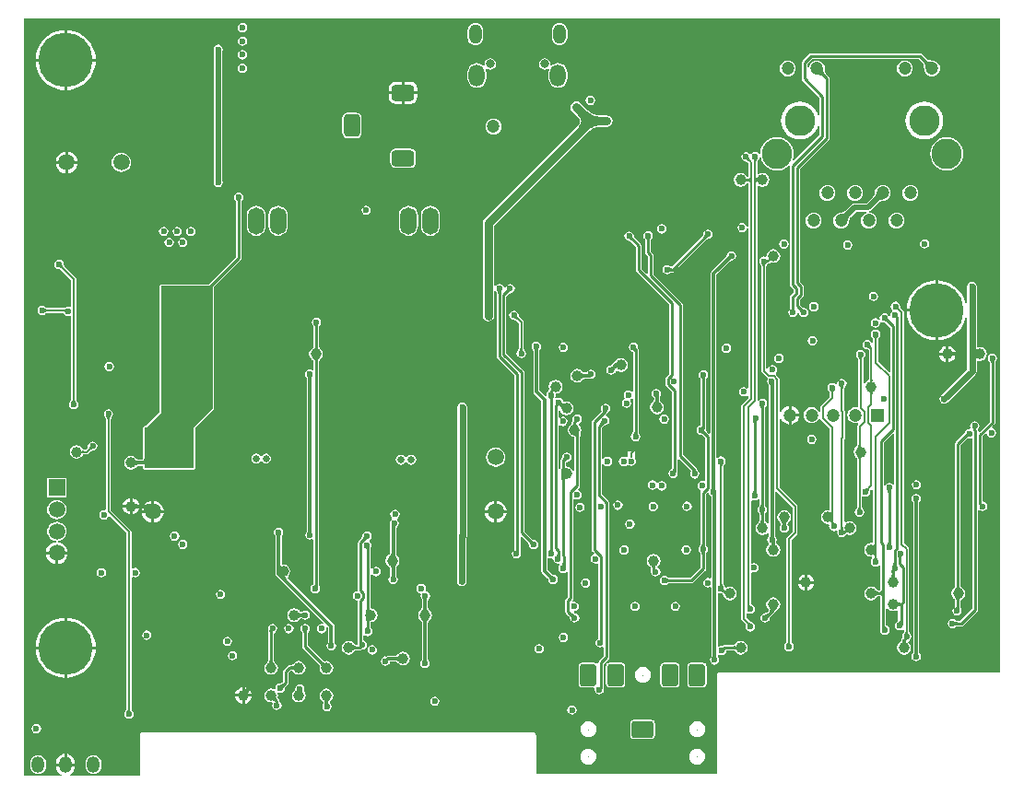
<source format=gbl>
G04 Layer_Physical_Order=4*
G04 Layer_Color=16711680*
%FSLAX25Y25*%
%MOIN*%
G70*
G01*
G75*
%ADD18C,0.03937*%
%ADD52C,0.01000*%
%ADD53C,0.01181*%
%ADD54C,0.01968*%
%ADD55C,0.03150*%
%ADD56C,0.00787*%
%ADD60C,0.00984*%
%ADD61C,0.02362*%
%ADD64C,0.04724*%
%ADD65C,0.19685*%
%ADD66O,0.05905X0.09842*%
%ADD67C,0.05905*%
%ADD68O,0.04724X0.05905*%
%ADD69R,0.04724X0.04724*%
G04:AMPARAMS|DCode=70|XSize=3.94mil|YSize=3.94mil|CornerRadius=0.49mil|HoleSize=0mil|Usage=FLASHONLY|Rotation=90.000|XOffset=0mil|YOffset=0mil|HoleType=Round|Shape=RoundedRectangle|*
%AMROUNDEDRECTD70*
21,1,0.00394,0.00295,0,0,90.0*
21,1,0.00295,0.00394,0,0,90.0*
1,1,0.00098,0.00148,0.00148*
1,1,0.00098,0.00148,-0.00148*
1,1,0.00098,-0.00148,-0.00148*
1,1,0.00098,-0.00148,0.00148*
%
%ADD70ROUNDEDRECTD70*%
G04:AMPARAMS|DCode=71|XSize=78.74mil|YSize=59.05mil|CornerRadius=7.38mil|HoleSize=0mil|Usage=FLASHONLY|Rotation=180.000|XOffset=0mil|YOffset=0mil|HoleType=Round|Shape=RoundedRectangle|*
%AMROUNDEDRECTD71*
21,1,0.07874,0.04429,0,0,180.0*
21,1,0.06398,0.05905,0,0,180.0*
1,1,0.01476,-0.03199,0.02215*
1,1,0.01476,0.03199,0.02215*
1,1,0.01476,0.03199,-0.02215*
1,1,0.01476,-0.03199,-0.02215*
%
%ADD71ROUNDEDRECTD71*%
G04:AMPARAMS|DCode=72|XSize=78.74mil|YSize=59.05mil|CornerRadius=7.38mil|HoleSize=0mil|Usage=FLASHONLY|Rotation=270.000|XOffset=0mil|YOffset=0mil|HoleType=Round|Shape=RoundedRectangle|*
%AMROUNDEDRECTD72*
21,1,0.07874,0.04429,0,0,270.0*
21,1,0.06398,0.05905,0,0,270.0*
1,1,0.01476,-0.02215,-0.03199*
1,1,0.01476,-0.02215,0.03199*
1,1,0.01476,0.02215,0.03199*
1,1,0.01476,0.02215,-0.03199*
%
%ADD72ROUNDEDRECTD72*%
%ADD73C,0.11024*%
G04:AMPARAMS|DCode=74|XSize=82.68mil|YSize=59.05mil|CornerRadius=14.76mil|HoleSize=0mil|Usage=FLASHONLY|Rotation=0.000|XOffset=0mil|YOffset=0mil|HoleType=Round|Shape=RoundedRectangle|*
%AMROUNDEDRECTD74*
21,1,0.08268,0.02953,0,0,0.0*
21,1,0.05315,0.05905,0,0,0.0*
1,1,0.02953,0.02657,-0.01476*
1,1,0.02953,-0.02657,-0.01476*
1,1,0.02953,-0.02657,0.01476*
1,1,0.02953,0.02657,0.01476*
%
%ADD74ROUNDEDRECTD74*%
G04:AMPARAMS|DCode=75|XSize=82.68mil|YSize=59.05mil|CornerRadius=14.76mil|HoleSize=0mil|Usage=FLASHONLY|Rotation=90.000|XOffset=0mil|YOffset=0mil|HoleType=Round|Shape=RoundedRectangle|*
%AMROUNDEDRECTD75*
21,1,0.08268,0.02953,0,0,90.0*
21,1,0.05315,0.05905,0,0,90.0*
1,1,0.02953,0.01476,0.02657*
1,1,0.02953,0.01476,-0.02657*
1,1,0.02953,-0.01476,-0.02657*
1,1,0.02953,-0.01476,0.02657*
%
%ADD75ROUNDEDRECTD75*%
%ADD76R,0.05905X0.05905*%
%ADD77C,0.03150*%
%ADD78O,0.04528X0.07087*%
%ADD79O,0.05709X0.07874*%
%ADD80C,0.02362*%
%ADD81C,0.02559*%
%ADD82C,0.01968*%
%ADD84R,0.00787X0.00787*%
G36*
X353528Y38204D02*
X251969D01*
X251661Y38143D01*
X251401Y37969D01*
X251227Y37709D01*
X251166Y37402D01*
Y1492D01*
X185842D01*
Y15748D01*
X185781Y16055D01*
X185607Y16316D01*
X185347Y16490D01*
X185039Y16551D01*
X43307D01*
X43000Y16490D01*
X42739Y16316D01*
X42565Y16055D01*
X42504Y15748D01*
Y803D01*
X17323D01*
X17224Y1303D01*
X17444Y1394D01*
X18146Y1933D01*
X18685Y2635D01*
X19024Y3453D01*
X19139Y4331D01*
Y4421D01*
X12357D01*
Y4331D01*
X12472Y3453D01*
X12811Y2635D01*
X13350Y1933D01*
X14052Y1394D01*
X14272Y1303D01*
X14173Y803D01*
X803D01*
Y274788D01*
X353528D01*
Y38204D01*
D02*
G37*
%LPC*%
G36*
X12500Y100719D02*
X11601Y100600D01*
X10763Y100253D01*
X10043Y99701D01*
X9491Y98981D01*
X9144Y98143D01*
X9025Y97244D01*
X9144Y96345D01*
X9491Y95507D01*
X10043Y94787D01*
X10763Y94235D01*
X11601Y93888D01*
X12500Y93770D01*
X13399Y93888D01*
X14237Y94235D01*
X14957Y94787D01*
X15509Y95507D01*
X15856Y96345D01*
X15975Y97244D01*
X15856Y98143D01*
X15509Y98981D01*
X14957Y99701D01*
X14237Y100253D01*
X13399Y100600D01*
X12500Y100719D01*
D02*
G37*
G36*
X40945Y97925D02*
X39870D01*
Y95497D01*
X40145Y95533D01*
X40867Y95832D01*
X41487Y96308D01*
X41963Y96928D01*
X42262Y97650D01*
X42286Y97830D01*
X42227Y97829D01*
X42037Y97811D01*
X41858Y97781D01*
X41692Y97740D01*
X41537Y97687D01*
X41395Y97622D01*
X41265Y97545D01*
X41146Y97457D01*
X41039Y97356D01*
X40945Y97244D01*
Y97925D01*
D02*
G37*
G36*
X38870D02*
X36442D01*
X36478Y97650D01*
X36777Y96928D01*
X37253Y96308D01*
X37873Y95832D01*
X38595Y95533D01*
X38870Y95497D01*
Y97925D01*
D02*
G37*
G36*
X170760Y95957D02*
X167339D01*
X167409Y95425D01*
X167807Y94463D01*
X168441Y93638D01*
X169266Y93004D01*
X170228Y92606D01*
X170760Y92536D01*
Y95957D01*
D02*
G37*
G36*
X175181D02*
X171760D01*
Y92536D01*
X172292Y92606D01*
X173253Y93004D01*
X174079Y93638D01*
X174713Y94463D01*
X175111Y95425D01*
X175181Y95957D01*
D02*
G37*
G36*
X46744Y95957D02*
X43323D01*
X43393Y95425D01*
X43791Y94463D01*
X44425Y93638D01*
X45251Y93004D01*
X46212Y92606D01*
X46744Y92536D01*
Y95957D01*
D02*
G37*
G36*
X201772Y99738D02*
X201119Y99608D01*
X200565Y99238D01*
X200196Y98684D01*
X200066Y98032D01*
X200196Y97379D01*
X200565Y96825D01*
X201119Y96455D01*
X201772Y96325D01*
X202425Y96455D01*
X202978Y96825D01*
X203348Y97379D01*
X203478Y98032D01*
X203348Y98684D01*
X202978Y99238D01*
X202425Y99608D01*
X201772Y99738D01*
D02*
G37*
G36*
X170760Y100378D02*
X170228Y100308D01*
X169266Y99909D01*
X168441Y99276D01*
X167807Y98450D01*
X167409Y97489D01*
X167339Y96957D01*
X170760D01*
Y100378D01*
D02*
G37*
G36*
X171760D02*
Y96957D01*
X175181D01*
X175111Y97489D01*
X174713Y98450D01*
X174079Y99276D01*
X173253Y99909D01*
X172292Y100308D01*
X171760Y100378D01*
D02*
G37*
G36*
X43491Y97725D02*
X43393Y97489D01*
X43323Y96957D01*
X44184D01*
X44136Y97093D01*
X44032Y97290D01*
X43902Y97457D01*
X43745Y97593D01*
X43563Y97698D01*
X43491Y97725D01*
D02*
G37*
G36*
X228248Y100033D02*
X227595Y99903D01*
X227042Y99533D01*
X226672Y98980D01*
X226542Y98327D01*
X226672Y97674D01*
X227042Y97120D01*
X227595Y96751D01*
X228248Y96621D01*
X228901Y96751D01*
X229454Y97120D01*
X229824Y97674D01*
X229954Y98327D01*
X229824Y98980D01*
X229454Y99533D01*
X228901Y99903D01*
X228248Y100033D01*
D02*
G37*
G36*
X240453Y100131D02*
X239800Y100001D01*
X239246Y99632D01*
X238877Y99078D01*
X238747Y98425D01*
X238877Y97772D01*
X239246Y97219D01*
X239800Y96849D01*
X240453Y96719D01*
X241106Y96849D01*
X241659Y97219D01*
X242029Y97772D01*
X242159Y98425D01*
X242029Y99078D01*
X241659Y99632D01*
X241106Y100001D01*
X240453Y100131D01*
D02*
G37*
G36*
X31201Y133497D02*
X30548Y133368D01*
X29994Y132998D01*
X29625Y132444D01*
X29495Y131791D01*
X29625Y131139D01*
X29976Y130612D01*
X29989Y130580D01*
X30058Y130507D01*
X30107Y130448D01*
X30149Y130390D01*
X30183Y130332D01*
X30211Y130275D01*
X30234Y130218D01*
X30251Y130160D01*
X30264Y130099D01*
X30271Y130036D01*
X30275Y129948D01*
X30298Y129899D01*
Y97329D01*
X29798Y96928D01*
X29528Y96982D01*
X28875Y96852D01*
X28321Y96482D01*
X27951Y95929D01*
X27822Y95276D01*
X27951Y94623D01*
X28321Y94069D01*
X28875Y93700D01*
X29528Y93570D01*
X30180Y93700D01*
X30734Y94069D01*
X31104Y94623D01*
X31120Y94705D01*
X31599Y94850D01*
X37679Y88769D01*
Y25121D01*
X37657Y25072D01*
X37653Y24984D01*
X37646Y24920D01*
X37633Y24860D01*
X37616Y24802D01*
X37593Y24744D01*
X37565Y24687D01*
X37530Y24630D01*
X37489Y24572D01*
X37440Y24512D01*
X37371Y24440D01*
X37358Y24407D01*
X37007Y23881D01*
X36877Y23228D01*
X37007Y22576D01*
X37376Y22022D01*
X37930Y21652D01*
X38583Y21522D01*
X39235Y21652D01*
X39789Y22022D01*
X40159Y22576D01*
X40289Y23228D01*
X40159Y23881D01*
X39807Y24407D01*
X39795Y24440D01*
X39725Y24512D01*
X39676Y24572D01*
X39635Y24630D01*
X39600Y24687D01*
X39572Y24744D01*
X39550Y24802D01*
X39532Y24860D01*
X39520Y24920D01*
X39512Y24984D01*
X39509Y25072D01*
X39486Y25121D01*
Y72722D01*
X39986Y72989D01*
X40206Y72842D01*
X40859Y72712D01*
X41512Y72842D01*
X42065Y73212D01*
X42435Y73765D01*
X42565Y74418D01*
X42435Y75071D01*
X42065Y75624D01*
X41512Y75994D01*
X40859Y76124D01*
X40206Y75994D01*
X39986Y75847D01*
X39486Y76114D01*
Y89144D01*
X39417Y89489D01*
X39221Y89782D01*
X32104Y96899D01*
Y129899D01*
X32127Y129948D01*
X32130Y130036D01*
X32138Y130099D01*
X32150Y130160D01*
X32168Y130218D01*
X32190Y130275D01*
X32219Y130332D01*
X32253Y130390D01*
X32294Y130448D01*
X32344Y130507D01*
X32413Y130580D01*
X32425Y130612D01*
X32777Y131139D01*
X32907Y131791D01*
X32777Y132444D01*
X32407Y132998D01*
X31854Y133368D01*
X31201Y133497D01*
D02*
G37*
G36*
X16421Y80996D02*
X13000D01*
Y77575D01*
X13532Y77645D01*
X14493Y78043D01*
X15319Y78677D01*
X15953Y79503D01*
X16351Y80464D01*
X16421Y80996D01*
D02*
G37*
G36*
X217717Y84285D02*
X217064Y84155D01*
X216510Y83785D01*
X216140Y83232D01*
X216010Y82579D01*
X216140Y81926D01*
X216510Y81372D01*
X217064Y81003D01*
X217717Y80873D01*
X218369Y81003D01*
X218923Y81372D01*
X219293Y81926D01*
X219423Y82579D01*
X219293Y83232D01*
X218923Y83785D01*
X218369Y84155D01*
X217717Y84285D01*
D02*
G37*
G36*
X240158Y84383D02*
X239505Y84253D01*
X238951Y83884D01*
X238581Y83330D01*
X238452Y82677D01*
X238581Y82024D01*
X238951Y81471D01*
X239505Y81101D01*
X240158Y80971D01*
X240810Y81101D01*
X241364Y81471D01*
X241734Y82024D01*
X241863Y82677D01*
X241734Y83330D01*
X241364Y83884D01*
X240810Y84253D01*
X240158Y84383D01*
D02*
G37*
G36*
X228346Y81249D02*
X227386Y81058D01*
X226572Y80514D01*
X226029Y79700D01*
X225838Y78740D01*
X226029Y77780D01*
X226572Y76966D01*
X226951Y76713D01*
X226970Y76668D01*
X227017Y76648D01*
X227045Y76605D01*
X227110Y76561D01*
X227141Y76533D01*
X227170Y76497D01*
X227200Y76451D01*
X227229Y76390D01*
X227256Y76314D01*
X227279Y76220D01*
X227298Y76109D01*
X227309Y75981D01*
X227314Y75821D01*
X227335Y75775D01*
Y75492D01*
X227412Y75105D01*
X227423Y75088D01*
X227443Y74876D01*
X227457Y74850D01*
X227428Y74705D01*
X227558Y74052D01*
X227927Y73498D01*
X228481Y73129D01*
X229134Y72999D01*
X229787Y73129D01*
X230340Y73498D01*
X230710Y74052D01*
X230840Y74705D01*
X230710Y75358D01*
X230340Y75911D01*
X229925Y76189D01*
X229889Y76242D01*
X229812Y76440D01*
X229810Y76490D01*
X229842Y76780D01*
X230120Y76966D01*
X230664Y77780D01*
X230855Y78740D01*
X230664Y79700D01*
X230120Y80514D01*
X229307Y81058D01*
X228346Y81249D01*
D02*
G37*
G36*
X124705Y89304D02*
X124052Y89175D01*
X123498Y88805D01*
X123129Y88251D01*
X123014Y87677D01*
X122992Y87629D01*
X122988Y87563D01*
X122982Y87522D01*
X122972Y87479D01*
X122956Y87434D01*
X122935Y87385D01*
X122906Y87332D01*
X122871Y87276D01*
X122826Y87216D01*
X122773Y87153D01*
X122701Y87077D01*
X122683Y87029D01*
X121718Y86064D01*
X121499Y85736D01*
X121422Y85349D01*
Y68227D01*
X121303Y67878D01*
X120962Y67690D01*
X120607Y67620D01*
X120054Y67250D01*
X119684Y66696D01*
X119554Y66043D01*
X119684Y65390D01*
X120054Y64837D01*
X120607Y64467D01*
X120962Y64397D01*
X121303Y64208D01*
X121422Y63860D01*
Y50008D01*
X121400Y49958D01*
X121396Y49129D01*
X121385Y48700D01*
X121384Y48687D01*
X121383Y48682D01*
X121326Y48586D01*
X121223Y48441D01*
X121029Y48277D01*
X120869Y48281D01*
X120741Y48293D01*
X120630Y48311D01*
X120536Y48335D01*
X120460Y48362D01*
X120400Y48391D01*
X120353Y48420D01*
X120318Y48450D01*
X120289Y48481D01*
X120245Y48545D01*
X120202Y48573D01*
X120183Y48621D01*
X120137Y48640D01*
X119884Y49018D01*
X119070Y49562D01*
X118110Y49753D01*
X117150Y49562D01*
X116336Y49018D01*
X115792Y48204D01*
X115601Y47244D01*
X115792Y46284D01*
X116336Y45470D01*
X117150Y44926D01*
X118110Y44735D01*
X119070Y44926D01*
X119884Y45470D01*
X120137Y45849D01*
X120183Y45867D01*
X120202Y45915D01*
X120245Y45943D01*
X120289Y46007D01*
X120318Y46038D01*
X120353Y46068D01*
X120400Y46097D01*
X120460Y46126D01*
X120536Y46154D01*
X120630Y46177D01*
X120741Y46195D01*
X120870Y46207D01*
X121029Y46212D01*
X121076Y46233D01*
X122047D01*
X122434Y46310D01*
X122763Y46529D01*
X122802Y46568D01*
X123031Y46522D01*
X123684Y46652D01*
X124238Y47022D01*
X124608Y47576D01*
X124738Y48228D01*
X124608Y48881D01*
X124238Y49435D01*
X123684Y49804D01*
X123459Y50197D01*
X123445Y50221D01*
Y51634D01*
X123945Y51842D01*
X124347Y51573D01*
X125000Y51444D01*
X125653Y51573D01*
X126206Y51943D01*
X126576Y52497D01*
X126706Y53150D01*
X126576Y53803D01*
X126231Y54319D01*
X126217Y54355D01*
X126173Y54403D01*
X126148Y54436D01*
X126125Y54472D01*
X126104Y54514D01*
X126085Y54563D01*
X126068Y54619D01*
X126053Y54684D01*
X126042Y54757D01*
X126035Y54838D01*
X126032Y54943D01*
X126012Y54990D01*
Y56085D01*
X126032Y56132D01*
X126037Y56292D01*
X126048Y56412D01*
X126065Y56503D01*
X126082Y56565D01*
X126083Y56566D01*
X126944Y56737D01*
X127758Y57281D01*
X128302Y58095D01*
X128493Y59055D01*
X128302Y60015D01*
X127758Y60829D01*
X126944Y61373D01*
X126083Y61544D01*
X126082Y61545D01*
X126065Y61607D01*
X126048Y61699D01*
X126037Y61818D01*
X126032Y61978D01*
X126012Y62025D01*
Y73732D01*
X126104Y73805D01*
X126778Y73697D01*
X126845Y73597D01*
X127398Y73227D01*
X128051Y73097D01*
X128704Y73227D01*
X129258Y73597D01*
X129627Y74150D01*
X129757Y74803D01*
X129627Y75456D01*
X129258Y76010D01*
X128704Y76379D01*
X128051Y76509D01*
X127398Y76379D01*
X126845Y76010D01*
X126778Y75909D01*
X126104Y75801D01*
X126012Y75874D01*
Y82901D01*
X126032Y82945D01*
X126046Y83274D01*
X126054Y83344D01*
X126082Y83502D01*
X126095Y83558D01*
X126112Y83611D01*
X126129Y83657D01*
X126153Y83712D01*
X126154Y83754D01*
X126182Y83796D01*
X126312Y84449D01*
X126182Y85102D01*
X125813Y85655D01*
X125760Y85690D01*
Y86291D01*
X125911Y86392D01*
X126281Y86946D01*
X126411Y87598D01*
X126281Y88251D01*
X125911Y88805D01*
X125358Y89175D01*
X124705Y89304D01*
D02*
G37*
G36*
X12000Y80996D02*
X8579D01*
X8649Y80464D01*
X9047Y79503D01*
X9681Y78677D01*
X10507Y78043D01*
X11468Y77645D01*
X12000Y77575D01*
Y80996D01*
D02*
G37*
G36*
X12500Y92845D02*
X11601Y92726D01*
X10763Y92379D01*
X10043Y91827D01*
X9491Y91107D01*
X9144Y90269D01*
X9025Y89370D01*
X9144Y88471D01*
X9491Y87633D01*
X10043Y86913D01*
X10763Y86361D01*
X11601Y86014D01*
X12151Y85941D01*
Y85437D01*
X11468Y85347D01*
X10507Y84949D01*
X9681Y84315D01*
X9047Y83490D01*
X8649Y82528D01*
X8579Y81996D01*
X12500D01*
X16421D01*
X16351Y82528D01*
X15953Y83490D01*
X15319Y84315D01*
X14493Y84949D01*
X13532Y85347D01*
X12848Y85437D01*
Y85941D01*
X13399Y86014D01*
X14237Y86361D01*
X14957Y86913D01*
X15509Y87633D01*
X15856Y88471D01*
X15975Y89370D01*
X15856Y90269D01*
X15509Y91107D01*
X14957Y91827D01*
X14237Y92379D01*
X13399Y92726D01*
X12500Y92845D01*
D02*
G37*
G36*
X275590Y96997D02*
X274630Y96806D01*
X273816Y96262D01*
X273273Y95448D01*
X273082Y94488D01*
X273273Y93528D01*
X273816Y92714D01*
X274014Y92582D01*
X274033Y92537D01*
X274055Y92528D01*
X274066Y92506D01*
X274155Y92431D01*
X274214Y92369D01*
X274266Y92298D01*
X274314Y92217D01*
X274357Y92123D01*
X274394Y92015D01*
X274425Y91892D01*
X274427Y91876D01*
X274426Y91870D01*
X274412Y91826D01*
X274400Y91796D01*
X274391Y91779D01*
X274388Y91773D01*
X274365Y91748D01*
X274352Y91709D01*
X274014Y91204D01*
X273885Y90551D01*
X274014Y89898D01*
X274384Y89345D01*
X274938Y88975D01*
X275590Y88845D01*
X276243Y88975D01*
X276797Y89345D01*
X277167Y89898D01*
X277297Y90551D01*
X277167Y91204D01*
X276829Y91709D01*
X276816Y91748D01*
X276794Y91773D01*
X276790Y91779D01*
X276781Y91796D01*
X276769Y91826D01*
X276755Y91870D01*
X276754Y91876D01*
X276756Y91892D01*
X276787Y92015D01*
X276824Y92123D01*
X276867Y92217D01*
X276915Y92298D01*
X276968Y92369D01*
X277026Y92431D01*
X277115Y92506D01*
X277126Y92528D01*
X277148Y92537D01*
X277167Y92582D01*
X277365Y92714D01*
X277908Y93528D01*
X278099Y94488D01*
X277908Y95448D01*
X277365Y96262D01*
X276551Y96806D01*
X275590Y96997D01*
D02*
G37*
G36*
X219783Y93635D02*
X219131Y93505D01*
X218577Y93135D01*
X218207Y92582D01*
X218077Y91929D01*
X218207Y91276D01*
X218577Y90723D01*
X219131Y90353D01*
X219783Y90223D01*
X220436Y90353D01*
X220990Y90723D01*
X221360Y91276D01*
X221490Y91929D01*
X221360Y92582D01*
X220990Y93135D01*
X220436Y93505D01*
X219783Y93635D01*
D02*
G37*
G36*
X51165Y95957D02*
X47744D01*
Y92536D01*
X48276Y92606D01*
X49237Y93004D01*
X50063Y93638D01*
X50697Y94463D01*
X51095Y95425D01*
X51165Y95957D01*
D02*
G37*
G36*
X200394Y245021D02*
X199587Y244860D01*
X198904Y244404D01*
X198447Y243720D01*
X198286Y242913D01*
X198447Y242107D01*
X198904Y241423D01*
X200670Y239657D01*
X201041Y239245D01*
X201311Y238858D01*
X201496Y238489D01*
X201602Y238137D01*
X201636Y237795D01*
X201602Y237454D01*
X201496Y237102D01*
X201311Y236732D01*
X201041Y236346D01*
X200670Y235934D01*
X167112Y202376D01*
X166655Y201692D01*
X166495Y200886D01*
Y167421D01*
X166655Y166615D01*
X167112Y165931D01*
X167796Y165474D01*
X168602Y165314D01*
X169409Y165474D01*
X170092Y165931D01*
X170549Y166615D01*
X170710Y167421D01*
Y176139D01*
X171210Y176291D01*
X171407Y175996D01*
X171420Y175960D01*
X171465Y175912D01*
X171490Y175879D01*
X171512Y175843D01*
X171534Y175800D01*
X171553Y175752D01*
X171570Y175696D01*
X171584Y175631D01*
X171596Y175558D01*
X171602Y175477D01*
X171605Y175372D01*
X171626Y175325D01*
Y152756D01*
X171703Y152369D01*
X171923Y152041D01*
X178130Y145833D01*
Y83150D01*
X178109Y83104D01*
X178106Y83001D01*
X178098Y82929D01*
X178088Y82872D01*
X178076Y82829D01*
X178064Y82801D01*
X178054Y82784D01*
X178047Y82775D01*
X178042Y82770D01*
X178037Y82766D01*
X177996Y82744D01*
X177947Y82683D01*
X177534Y82407D01*
X177164Y81854D01*
X177034Y81201D01*
X177164Y80548D01*
X177534Y79994D01*
X178087Y79625D01*
X178740Y79495D01*
X179393Y79625D01*
X179946Y79994D01*
X180316Y80548D01*
X180446Y81201D01*
X180316Y81854D01*
X180293Y81889D01*
X180292Y81927D01*
X180268Y81981D01*
X180252Y82027D01*
X180238Y82074D01*
X180207Y82217D01*
X180198Y82279D01*
X180176Y82574D01*
X180174Y82680D01*
X180153Y82729D01*
Y87251D01*
X180615Y87442D01*
X182924Y85133D01*
X182943Y85085D01*
X183015Y85009D01*
X183068Y84947D01*
X183111Y84887D01*
X183147Y84832D01*
X183174Y84780D01*
X183195Y84732D01*
X183210Y84687D01*
X183220Y84645D01*
X183225Y84604D01*
X183228Y84539D01*
X183244Y84504D01*
X183365Y83894D01*
X183735Y83341D01*
X184288Y82971D01*
X184941Y82841D01*
X185594Y82971D01*
X186147Y83341D01*
X186517Y83894D01*
X186647Y84547D01*
X186517Y85200D01*
X186147Y85754D01*
X185594Y86123D01*
X184984Y86245D01*
X184949Y86261D01*
X184884Y86263D01*
X184843Y86269D01*
X184801Y86278D01*
X184757Y86293D01*
X184708Y86314D01*
X184657Y86342D01*
X184601Y86377D01*
X184542Y86421D01*
X184479Y86474D01*
X184403Y86545D01*
X184355Y86564D01*
X181645Y89273D01*
Y146870D01*
X181568Y147257D01*
X181349Y147585D01*
X175142Y153793D01*
Y174400D01*
X175891Y175149D01*
X175938Y175167D01*
X176014Y175239D01*
X176077Y175292D01*
X176136Y175336D01*
X176192Y175371D01*
X176244Y175399D01*
X176292Y175419D01*
X176337Y175434D01*
X176379Y175444D01*
X176419Y175450D01*
X176485Y175452D01*
X176519Y175468D01*
X177129Y175589D01*
X177683Y175959D01*
X178052Y176513D01*
X178182Y177165D01*
X178052Y177818D01*
X177683Y178372D01*
X177129Y178742D01*
X176476Y178871D01*
X175823Y178742D01*
X175270Y178372D01*
X174900Y177818D01*
X174812Y177375D01*
X174302D01*
X174214Y177818D01*
X173844Y178372D01*
X173291Y178742D01*
X172638Y178871D01*
X171985Y178742D01*
X171432Y178372D01*
X171210Y178040D01*
X170710Y178192D01*
Y200013D01*
X204305Y233609D01*
X204740Y234013D01*
X205181Y234366D01*
X205638Y234677D01*
X206110Y234945D01*
X206599Y235171D01*
X207104Y235356D01*
X207628Y235501D01*
X208170Y235604D01*
X208732Y235667D01*
X209325Y235688D01*
X211417D01*
X212224Y235848D01*
X212908Y236305D01*
X213364Y236989D01*
X213525Y237795D01*
X213364Y238602D01*
X212908Y239285D01*
X212224Y239742D01*
X211417Y239903D01*
X209325D01*
X208732Y239924D01*
X208170Y239986D01*
X207628Y240090D01*
X207104Y240234D01*
X206599Y240419D01*
X206110Y240646D01*
X205638Y240914D01*
X205181Y241224D01*
X204740Y241578D01*
X204305Y241982D01*
X201884Y244404D01*
X201200Y244860D01*
X200394Y245021D01*
D02*
G37*
G36*
X58071Y86352D02*
X57418Y86222D01*
X56865Y85852D01*
X56495Y85299D01*
X56365Y84646D01*
X56495Y83993D01*
X56865Y83439D01*
X57418Y83069D01*
X58071Y82940D01*
X58724Y83069D01*
X59277Y83439D01*
X59647Y83993D01*
X59777Y84646D01*
X59647Y85299D01*
X59277Y85852D01*
X58724Y86222D01*
X58071Y86352D01*
D02*
G37*
G36*
X55118Y89304D02*
X54465Y89175D01*
X53912Y88805D01*
X53542Y88251D01*
X53412Y87598D01*
X53542Y86946D01*
X53912Y86392D01*
X54465Y86022D01*
X55118Y85892D01*
X55771Y86022D01*
X56324Y86392D01*
X56694Y86946D01*
X56824Y87598D01*
X56694Y88251D01*
X56324Y88805D01*
X55771Y89175D01*
X55118Y89304D01*
D02*
G37*
G36*
X46744Y100378D02*
X46212Y100308D01*
X45251Y99909D01*
X44425Y99276D01*
X44264Y99067D01*
X45281Y99139D01*
X45629Y99183D01*
X46694Y99358D01*
X44796Y96957D01*
X46744D01*
Y100378D01*
D02*
G37*
G36*
X350886Y153674D02*
X350233Y153545D01*
X349679Y153175D01*
X349310Y152621D01*
X349180Y151969D01*
X349310Y151316D01*
X349656Y150798D01*
X349669Y150762D01*
X349715Y150712D01*
X349742Y150678D01*
X349766Y150639D01*
X349788Y150596D01*
X349808Y150547D01*
X349826Y150491D01*
X349840Y150427D01*
X349851Y150355D01*
X349858Y150275D01*
X349861Y150171D01*
X349882Y150124D01*
Y129057D01*
X346232Y125407D01*
X345732Y125614D01*
Y125676D01*
X345732Y125676D01*
X345655Y126063D01*
X345579Y126177D01*
X345694Y126254D01*
X346064Y126808D01*
X346194Y127461D01*
X346064Y128113D01*
X345694Y128667D01*
X345141Y129037D01*
X344488Y129167D01*
X343835Y129037D01*
X343282Y128667D01*
X342912Y128113D01*
X342782Y127461D01*
X342901Y126861D01*
X342769Y126643D01*
X342572Y126417D01*
X342547Y126422D01*
X341894Y126292D01*
X341341Y125922D01*
X340971Y125369D01*
X340938Y125204D01*
X340886Y125139D01*
X340869Y125076D01*
X340851Y125028D01*
X340829Y124977D01*
X340804Y124929D01*
X340721Y124797D01*
X340680Y124743D01*
X340555Y124597D01*
X340483Y124522D01*
X340464Y124473D01*
X337678Y121688D01*
X337459Y121360D01*
X337382Y120973D01*
Y69834D01*
X337361Y69787D01*
X337357Y69626D01*
X337346Y69494D01*
X337328Y69378D01*
X337305Y69278D01*
X337277Y69192D01*
X337247Y69122D01*
X337215Y69065D01*
X337182Y69020D01*
X337147Y68983D01*
X337084Y68931D01*
X337049Y68864D01*
X336809Y68703D01*
X336265Y67889D01*
X336074Y66929D01*
X336265Y65969D01*
X336809Y65155D01*
X337049Y64995D01*
X337084Y64927D01*
X337147Y64875D01*
X337182Y64838D01*
X337215Y64793D01*
X337247Y64736D01*
X337277Y64666D01*
X337305Y64581D01*
X337328Y64480D01*
X337346Y64364D01*
X337357Y64232D01*
X337361Y64071D01*
X337382Y64024D01*
Y62468D01*
X337361Y62422D01*
X337358Y62319D01*
X337351Y62246D01*
X337339Y62185D01*
X337326Y62137D01*
X337312Y62102D01*
X337299Y62076D01*
X337286Y62058D01*
X337275Y62045D01*
X337262Y62034D01*
X337217Y62005D01*
X337160Y61922D01*
X336884Y61738D01*
X336514Y61184D01*
X336385Y60532D01*
X336514Y59879D01*
X336884Y59325D01*
X337438Y58955D01*
X338090Y58825D01*
X338743Y58955D01*
X339297Y59325D01*
X339667Y59879D01*
X339797Y60532D01*
X339667Y61184D01*
X339582Y61311D01*
X339574Y61389D01*
X339543Y61447D01*
X339522Y61493D01*
X339502Y61545D01*
X339486Y61597D01*
X339452Y61750D01*
X339443Y61818D01*
X339428Y62011D01*
X339426Y62116D01*
X339405Y62164D01*
Y63898D01*
X339424Y63933D01*
X339418Y63951D01*
X339426Y63970D01*
X339431Y64129D01*
X339443Y64254D01*
X339461Y64360D01*
X339485Y64446D01*
X339510Y64514D01*
X339537Y64564D01*
X339562Y64600D01*
X339586Y64625D01*
X339611Y64645D01*
X339675Y64680D01*
X339679Y64686D01*
X339686Y64687D01*
X339717Y64727D01*
X340357Y65155D01*
X340901Y65969D01*
X341091Y66929D01*
X340901Y67889D01*
X340357Y68703D01*
X339717Y69131D01*
X339686Y69172D01*
X339679Y69173D01*
X339675Y69178D01*
X339611Y69214D01*
X339586Y69233D01*
X339562Y69259D01*
X339537Y69294D01*
X339510Y69344D01*
X339485Y69412D01*
X339461Y69498D01*
X339443Y69604D01*
X339431Y69730D01*
X339426Y69889D01*
X339418Y69907D01*
X339424Y69926D01*
X339405Y69960D01*
Y120553D01*
X341631Y122779D01*
X341632Y122779D01*
X341636Y122785D01*
X341690Y122838D01*
X341737Y122856D01*
X341812Y122926D01*
X341869Y122973D01*
X341920Y123008D01*
X341964Y123033D01*
X342000Y123049D01*
X342029Y123058D01*
X342052Y123062D01*
X342070Y123063D01*
X342089Y123062D01*
X342142Y123051D01*
X342240Y123071D01*
X342547Y123010D01*
X343200Y123140D01*
X343268Y123185D01*
X343709Y122949D01*
Y61456D01*
X339269Y57016D01*
X338257D01*
X338211Y57036D01*
X338106Y57039D01*
X338024Y57046D01*
X337951Y57057D01*
X337887Y57072D01*
X337831Y57089D01*
X337782Y57108D01*
X337740Y57129D01*
X337703Y57152D01*
X337671Y57177D01*
X337623Y57221D01*
X337587Y57235D01*
X337070Y57580D01*
X336417Y57710D01*
X335765Y57580D01*
X335211Y57210D01*
X334841Y56657D01*
X334711Y56004D01*
X334841Y55351D01*
X335211Y54798D01*
X335765Y54428D01*
X336417Y54298D01*
X337070Y54428D01*
X337587Y54773D01*
X337623Y54786D01*
X337671Y54831D01*
X337703Y54856D01*
X337740Y54879D01*
X337782Y54900D01*
X337831Y54919D01*
X337887Y54936D01*
X337952Y54951D01*
X338024Y54962D01*
X338106Y54969D01*
X338211Y54971D01*
X338257Y54992D01*
X339688D01*
X340075Y55069D01*
X340403Y55289D01*
X345436Y60321D01*
X345436Y60321D01*
X345655Y60649D01*
X345732Y61036D01*
X345732Y61037D01*
Y97071D01*
X346232Y97223D01*
X346235Y97219D01*
X346788Y96849D01*
X347441Y96719D01*
X348094Y96849D01*
X348647Y97219D01*
X349017Y97772D01*
X349147Y98425D01*
X349017Y99078D01*
X348647Y99632D01*
X348094Y100001D01*
X347460Y100127D01*
Y123797D01*
X348341Y124677D01*
X348883Y124513D01*
X348916Y124347D01*
X349286Y123794D01*
X349839Y123424D01*
X350492Y123294D01*
X351145Y123424D01*
X351698Y123794D01*
X352068Y124347D01*
X352198Y125000D01*
X352068Y125653D01*
X351698Y126206D01*
X351145Y126576D01*
X350979Y126609D01*
X350815Y127152D01*
X351595Y127932D01*
X351813Y128258D01*
X351889Y128642D01*
Y150124D01*
X351910Y150171D01*
X351913Y150275D01*
X351920Y150355D01*
X351932Y150427D01*
X351946Y150491D01*
X351964Y150547D01*
X351984Y150596D01*
X352006Y150639D01*
X352030Y150678D01*
X352056Y150712D01*
X352103Y150762D01*
X352116Y150798D01*
X352462Y151316D01*
X352592Y151969D01*
X352462Y152621D01*
X352092Y153175D01*
X351539Y153545D01*
X350886Y153674D01*
D02*
G37*
G36*
X280983Y130898D02*
X278157D01*
Y128072D01*
X278535Y128122D01*
X279353Y128461D01*
X280055Y129000D01*
X280594Y129702D01*
X280933Y130520D01*
X280983Y130898D01*
D02*
G37*
G36*
X232185Y131627D02*
X231532Y131497D01*
X230979Y131128D01*
X230609Y130574D01*
X230479Y129921D01*
X230609Y129268D01*
X230979Y128715D01*
X231532Y128345D01*
X232185Y128215D01*
X232838Y128345D01*
X233391Y128715D01*
X233761Y129268D01*
X233891Y129921D01*
X233761Y130574D01*
X233391Y131128D01*
X232838Y131497D01*
X232185Y131627D01*
D02*
G37*
G36*
X25492Y121883D02*
X24839Y121753D01*
X24286Y121384D01*
X23916Y120830D01*
X23792Y120209D01*
X23779Y120178D01*
X23776Y120077D01*
X23769Y120001D01*
X23757Y119930D01*
X23741Y119865D01*
X23720Y119805D01*
X23696Y119748D01*
X23667Y119695D01*
X23633Y119643D01*
X23594Y119593D01*
X23534Y119529D01*
X23515Y119477D01*
X23051Y119013D01*
X22467D01*
X22416Y119036D01*
X22290Y119040D01*
X22195Y119049D01*
X22117Y119061D01*
X22058Y119077D01*
X22016Y119092D01*
X21991Y119105D01*
X21979Y119112D01*
X21978Y119114D01*
X21959Y119149D01*
X21940Y119165D01*
X21459Y119884D01*
X20645Y120428D01*
X19685Y120619D01*
X18725Y120428D01*
X17911Y119884D01*
X17367Y119070D01*
X17176Y118110D01*
X17367Y117150D01*
X17911Y116336D01*
X18725Y115792D01*
X19685Y115601D01*
X20645Y115792D01*
X21459Y116336D01*
X21940Y117056D01*
X21959Y117071D01*
X21978Y117107D01*
X21979Y117108D01*
X21991Y117116D01*
X22016Y117129D01*
X22058Y117144D01*
X22117Y117159D01*
X22195Y117172D01*
X22290Y117181D01*
X22416Y117184D01*
X22467Y117207D01*
X23425D01*
X23771Y117276D01*
X24064Y117472D01*
X24792Y118200D01*
X24844Y118219D01*
X24908Y118279D01*
X24958Y118318D01*
X25010Y118352D01*
X25063Y118381D01*
X25120Y118405D01*
X25180Y118426D01*
X25245Y118442D01*
X25316Y118454D01*
X25392Y118461D01*
X25493Y118464D01*
X25524Y118478D01*
X26145Y118601D01*
X26698Y118971D01*
X27068Y119524D01*
X27198Y120177D01*
X27068Y120830D01*
X26698Y121384D01*
X26145Y121753D01*
X25492Y121883D01*
D02*
G37*
G36*
X285531Y124344D02*
X284879Y124214D01*
X284325Y123844D01*
X283955Y123291D01*
X283825Y122638D01*
X283955Y121985D01*
X284325Y121432D01*
X284879Y121062D01*
X285531Y120932D01*
X286184Y121062D01*
X286738Y121432D01*
X287108Y121985D01*
X287238Y122638D01*
X287108Y123291D01*
X286738Y123844D01*
X286184Y124214D01*
X285531Y124344D01*
D02*
G37*
G36*
X256496Y190781D02*
X255843Y190651D01*
X255290Y190281D01*
X254920Y189728D01*
X254801Y189132D01*
X254783Y189095D01*
X254781Y189061D01*
X254780Y189055D01*
X254774Y189036D01*
X254762Y189006D01*
X254740Y188966D01*
X254709Y188916D01*
X254671Y188863D01*
X254547Y188717D01*
X254470Y188638D01*
X254453Y188593D01*
X249219Y183358D01*
X248979Y183000D01*
X248895Y182578D01*
Y124798D01*
X248395Y124591D01*
X247587Y125398D01*
X247569Y125446D01*
X247497Y125522D01*
X247444Y125585D01*
X247401Y125644D01*
X247365Y125700D01*
X247338Y125752D01*
X247317Y125800D01*
X247302Y125845D01*
X247292Y125887D01*
X247287Y125927D01*
X247284Y125993D01*
X247268Y126027D01*
X247248Y126129D01*
X247262Y126155D01*
X247281Y126367D01*
X247293Y126384D01*
X247370Y126772D01*
Y127321D01*
X247389Y127524D01*
X247370Y127585D01*
Y144223D01*
X247391Y144270D01*
X247394Y144374D01*
X247401Y144456D01*
X247412Y144529D01*
X247426Y144593D01*
X247443Y144649D01*
X247462Y144698D01*
X247484Y144740D01*
X247506Y144777D01*
X247531Y144809D01*
X247576Y144858D01*
X247589Y144893D01*
X247934Y145410D01*
X248064Y146063D01*
X247934Y146716D01*
X247565Y147269D01*
X247011Y147639D01*
X246358Y147769D01*
X245705Y147639D01*
X245152Y147269D01*
X244782Y146716D01*
X244652Y146063D01*
X244782Y145410D01*
X245128Y144893D01*
X245141Y144858D01*
X245185Y144809D01*
X245210Y144777D01*
X245233Y144740D01*
X245254Y144698D01*
X245273Y144649D01*
X245291Y144593D01*
X245305Y144529D01*
X245316Y144456D01*
X245323Y144374D01*
X245326Y144270D01*
X245347Y144223D01*
Y127979D01*
X245343Y127975D01*
X245347Y127951D01*
Y127900D01*
X245326Y127853D01*
X245323Y127745D01*
X245316Y127670D01*
X245311Y127638D01*
X244918Y127560D01*
X244365Y127191D01*
X243995Y126637D01*
X243865Y125984D01*
X243995Y125331D01*
X244365Y124778D01*
X244918Y124408D01*
X245528Y124287D01*
X245562Y124271D01*
X245628Y124268D01*
X245669Y124263D01*
X245710Y124253D01*
X245755Y124238D01*
X245803Y124218D01*
X245855Y124190D01*
X245911Y124155D01*
X245970Y124111D01*
X246033Y124058D01*
X246109Y123986D01*
X246157Y123968D01*
X247028Y123097D01*
Y107672D01*
X246587Y107436D01*
X246519Y107482D01*
X245866Y107612D01*
X245213Y107482D01*
X244660Y107112D01*
X244290Y106558D01*
X244160Y105905D01*
X244290Y105253D01*
X244660Y104699D01*
X245213Y104329D01*
X245276Y104317D01*
X245434Y103776D01*
X245325Y103613D01*
X245248Y103226D01*
Y84714D01*
X245227Y84667D01*
X245224Y84563D01*
X245217Y84481D01*
X245206Y84408D01*
X245192Y84344D01*
X245175Y84288D01*
X245156Y84239D01*
X245134Y84197D01*
X245112Y84160D01*
X245087Y84128D01*
X245042Y84079D01*
X245029Y84044D01*
X244684Y83527D01*
X244554Y82874D01*
X244684Y82221D01*
X245029Y81704D01*
X245042Y81669D01*
X245087Y81620D01*
X245112Y81588D01*
X245134Y81551D01*
X245156Y81509D01*
X245175Y81460D01*
X245192Y81404D01*
X245206Y81340D01*
X245217Y81267D01*
X245224Y81185D01*
X245227Y81081D01*
X245248Y81034D01*
Y76206D01*
X241609Y72567D01*
X234123D01*
X234077Y72588D01*
X233972Y72590D01*
X233891Y72597D01*
X233818Y72609D01*
X233753Y72623D01*
X233697Y72640D01*
X233648Y72659D01*
X233606Y72680D01*
X233570Y72703D01*
X233537Y72728D01*
X233489Y72773D01*
X233453Y72786D01*
X232936Y73131D01*
X232283Y73261D01*
X231631Y73131D01*
X231077Y72761D01*
X230707Y72208D01*
X230577Y71555D01*
X230707Y70902D01*
X231077Y70349D01*
X231631Y69979D01*
X232283Y69849D01*
X232936Y69979D01*
X233453Y70324D01*
X233489Y70338D01*
X233537Y70382D01*
X233570Y70407D01*
X233606Y70430D01*
X233648Y70451D01*
X233697Y70470D01*
X233753Y70487D01*
X233818Y70502D01*
X233891Y70513D01*
X233972Y70520D01*
X234077Y70523D01*
X234123Y70544D01*
X242028D01*
X242415Y70621D01*
X242743Y70840D01*
X246975Y75072D01*
X247194Y75400D01*
X247271Y75787D01*
Y81034D01*
X247292Y81081D01*
X247295Y81185D01*
X247302Y81267D01*
X247313Y81340D01*
X247328Y81404D01*
X247345Y81460D01*
X247364Y81509D01*
X247385Y81551D01*
X247408Y81588D01*
X247433Y81620D01*
X247477Y81669D01*
X247491Y81704D01*
X247836Y82221D01*
X247966Y82874D01*
X247836Y83527D01*
X247491Y84044D01*
X247477Y84079D01*
X247433Y84128D01*
X247408Y84160D01*
X247385Y84197D01*
X247364Y84239D01*
X247345Y84288D01*
X247328Y84344D01*
X247313Y84408D01*
X247302Y84481D01*
X247295Y84563D01*
X247292Y84667D01*
X247271Y84714D01*
Y102807D01*
X247820Y103356D01*
X248363Y103191D01*
X248423Y102890D01*
X248793Y102337D01*
X249187Y102073D01*
X249201Y102055D01*
X249201Y102053D01*
X249206Y102048D01*
X249214Y102033D01*
X249223Y102024D01*
X249229Y102012D01*
X249240Y101978D01*
X249251Y101925D01*
X249261Y101856D01*
X249268Y101770D01*
X249271Y101657D01*
X249290Y101613D01*
Y72541D01*
X248790Y72273D01*
X248684Y72344D01*
X248031Y72474D01*
X247379Y72344D01*
X246825Y71974D01*
X246455Y71421D01*
X246325Y70768D01*
X246455Y70115D01*
X246825Y69561D01*
X247379Y69192D01*
X248031Y69062D01*
X248684Y69192D01*
X248790Y69262D01*
X249290Y68995D01*
Y44608D01*
X249271Y44567D01*
X249262Y44340D01*
X249254Y44262D01*
X249242Y44192D01*
X249229Y44134D01*
X249216Y44090D01*
X249203Y44060D01*
X249194Y44042D01*
X249191Y44037D01*
X249169Y44012D01*
X249155Y43973D01*
X248817Y43468D01*
X248688Y42815D01*
X248817Y42162D01*
X249187Y41609D01*
X249741Y41239D01*
X250394Y41109D01*
X251047Y41239D01*
X251600Y41609D01*
X251970Y42162D01*
X252100Y42815D01*
X251970Y43468D01*
X251632Y43973D01*
X251619Y44012D01*
X251597Y44037D01*
X251593Y44042D01*
X251584Y44060D01*
X251572Y44090D01*
X251558Y44134D01*
X251545Y44192D01*
X251535Y44256D01*
X251519Y44446D01*
X251517Y44556D01*
X251498Y44600D01*
Y44618D01*
X251998Y44886D01*
X252300Y44684D01*
X252953Y44554D01*
X253606Y44684D01*
X254159Y45053D01*
X254529Y45607D01*
X254653Y46233D01*
X256877D01*
X256924Y46212D01*
X257083Y46207D01*
X257212Y46195D01*
X257323Y46177D01*
X257416Y46154D01*
X257493Y46126D01*
X257553Y46097D01*
X257600Y46068D01*
X257635Y46038D01*
X257663Y46007D01*
X257708Y45943D01*
X257751Y45915D01*
X257770Y45867D01*
X257816Y45849D01*
X258068Y45470D01*
X258882Y44926D01*
X259842Y44735D01*
X260803Y44926D01*
X261616Y45470D01*
X262160Y46284D01*
X262351Y47244D01*
X262160Y48204D01*
X261616Y49018D01*
X260803Y49562D01*
X259842Y49753D01*
X258882Y49562D01*
X258068Y49018D01*
X257816Y48640D01*
X257770Y48621D01*
X257751Y48573D01*
X257708Y48545D01*
X257663Y48481D01*
X257635Y48450D01*
X257600Y48420D01*
X257553Y48391D01*
X257493Y48362D01*
X257416Y48335D01*
X257323Y48311D01*
X257212Y48293D01*
X257083Y48281D01*
X256924Y48277D01*
X256877Y48256D01*
X253937D01*
X253550Y48179D01*
X253222Y47959D01*
X253183Y47920D01*
X252953Y47966D01*
X252300Y47836D01*
X251998Y47634D01*
X251498Y47901D01*
Y66829D01*
X251998Y67097D01*
X252103Y67026D01*
X252724Y66903D01*
X252755Y66889D01*
X252856Y66887D01*
X252932Y66879D01*
X253003Y66867D01*
X253068Y66851D01*
X253128Y66831D01*
X253185Y66806D01*
X253238Y66777D01*
X253260Y66763D01*
X253358Y66635D01*
X253392Y66582D01*
X253419Y66535D01*
X253436Y66499D01*
X253444Y66476D01*
X253454Y66437D01*
X253505Y66369D01*
X253519Y66284D01*
X253526Y66280D01*
X253588Y65969D01*
X254132Y65155D01*
X254945Y64611D01*
X255906Y64420D01*
X256866Y64611D01*
X257680Y65155D01*
X258223Y65969D01*
X258414Y66929D01*
X258223Y67889D01*
X257680Y68703D01*
X256866Y69247D01*
X255906Y69438D01*
X254945Y69247D01*
X254718Y69095D01*
X254332Y69255D01*
X253980Y69781D01*
X253968Y69814D01*
X253899Y69886D01*
X253849Y69946D01*
X253808Y70004D01*
X253774Y70061D01*
X253746Y70118D01*
X253723Y70176D01*
X253706Y70234D01*
X253693Y70294D01*
X253685Y70358D01*
X253682Y70446D01*
X253659Y70495D01*
Y112871D01*
X253682Y112920D01*
X253685Y113008D01*
X253693Y113072D01*
X253706Y113132D01*
X253723Y113190D01*
X253746Y113248D01*
X253774Y113305D01*
X253808Y113362D01*
X253849Y113420D01*
X253899Y113480D01*
X253968Y113552D01*
X253980Y113585D01*
X254332Y114111D01*
X254462Y114764D01*
X254332Y115417D01*
X253962Y115970D01*
X253409Y116340D01*
X252756Y116470D01*
X252103Y116340D01*
X251603Y116006D01*
X251363Y116067D01*
X251103Y116202D01*
Y182121D01*
X256009Y187026D01*
X256051Y187042D01*
X256218Y187197D01*
X256279Y187246D01*
X256337Y187287D01*
X256387Y187319D01*
X256428Y187340D01*
X256458Y187353D01*
X256476Y187359D01*
X256483Y187360D01*
X256516Y187362D01*
X256553Y187380D01*
X257149Y187499D01*
X257702Y187868D01*
X258072Y188422D01*
X258202Y189075D01*
X258072Y189728D01*
X257702Y190281D01*
X257149Y190651D01*
X256496Y190781D01*
D02*
G37*
G36*
X185925Y158005D02*
X185272Y157875D01*
X184719Y157506D01*
X184349Y156952D01*
X184219Y156299D01*
X184349Y155646D01*
X184687Y155141D01*
X184700Y155102D01*
X184722Y155077D01*
X184726Y155072D01*
X184735Y155055D01*
X184747Y155024D01*
X184761Y154980D01*
X184774Y154923D01*
X184784Y154859D01*
X184800Y154668D01*
X184802Y154558D01*
X184821Y154514D01*
Y139961D01*
X184905Y139538D01*
X185145Y139180D01*
X187774Y136551D01*
Y75098D01*
X187858Y74676D01*
X188097Y74318D01*
X189979Y72436D01*
X189995Y72394D01*
X190149Y72227D01*
X190198Y72166D01*
X190240Y72108D01*
X190271Y72058D01*
X190293Y72017D01*
X190306Y71987D01*
X190312Y71969D01*
X190313Y71962D01*
X190315Y71929D01*
X190333Y71892D01*
X190451Y71296D01*
X190821Y70742D01*
X191375Y70373D01*
X192028Y70243D01*
X192680Y70373D01*
X193234Y70742D01*
X193604Y71296D01*
X193734Y71949D01*
X193604Y72602D01*
X193234Y73155D01*
X192680Y73525D01*
X192085Y73643D01*
X192047Y73662D01*
X192014Y73664D01*
X192008Y73665D01*
X191989Y73671D01*
X191959Y73683D01*
X191918Y73705D01*
X191868Y73736D01*
X191816Y73774D01*
X191670Y73898D01*
X191590Y73974D01*
X191546Y73992D01*
X189982Y75556D01*
Y79494D01*
X190482Y79761D01*
X190686Y79625D01*
X191339Y79495D01*
X191607Y79548D01*
X192055Y79439D01*
X192142Y79184D01*
X192223Y78776D01*
X192593Y78223D01*
X193146Y77853D01*
X193799Y77723D01*
X194202Y77803D01*
X194481Y77349D01*
X194427Y77232D01*
X194365Y77191D01*
X193995Y76637D01*
X193865Y75984D01*
X193995Y75331D01*
X194365Y74778D01*
X194918Y74408D01*
X195571Y74278D01*
X196224Y74408D01*
X196777Y74778D01*
X196906Y74970D01*
X197406Y74819D01*
Y65558D01*
X196690Y64843D01*
X196471Y64515D01*
X196394Y64128D01*
Y61016D01*
X196422Y60878D01*
Y60441D01*
X196499Y60054D01*
X196718Y59726D01*
X197787Y58657D01*
X197805Y58609D01*
X197877Y58533D01*
X197930Y58470D01*
X197974Y58411D01*
X198009Y58355D01*
X198037Y58303D01*
X198057Y58255D01*
X198072Y58210D01*
X198082Y58169D01*
X198087Y58128D01*
X198090Y58062D01*
X198106Y58028D01*
X198227Y57418D01*
X198597Y56865D01*
X199150Y56495D01*
X199803Y56365D01*
X200456Y56495D01*
X201009Y56865D01*
X201379Y57418D01*
X201509Y58071D01*
X201379Y58724D01*
X201009Y59277D01*
X200456Y59647D01*
X199846Y59768D01*
X199812Y59784D01*
X199746Y59787D01*
X199706Y59792D01*
X199663Y59802D01*
X199654Y59805D01*
X199432Y60024D01*
X199548Y60339D01*
X199652Y60508D01*
X200259Y60629D01*
X200813Y60998D01*
X201182Y61552D01*
X201312Y62205D01*
X201182Y62858D01*
X200813Y63411D01*
X200259Y63781D01*
X199606Y63911D01*
X199257Y63841D01*
X199011Y64302D01*
X199133Y64424D01*
X199352Y64752D01*
X199429Y65139D01*
X199429Y65139D01*
Y100793D01*
X199870Y101028D01*
X199938Y100983D01*
X200591Y100853D01*
X201243Y100983D01*
X201797Y101353D01*
X202167Y101906D01*
X202297Y102559D01*
X202167Y103212D01*
X201797Y103765D01*
X201243Y104135D01*
X201163Y104151D01*
X201018Y104630D01*
X201503Y105114D01*
X201722Y105442D01*
X201799Y105829D01*
Y123559D01*
X201805Y123568D01*
X201799Y123609D01*
Y123630D01*
X201820Y123677D01*
X201829Y124012D01*
X201838Y124143D01*
X201871Y124396D01*
X201890Y124491D01*
X201912Y124578D01*
X201935Y124651D01*
X201959Y124709D01*
X201993Y124776D01*
X201997Y124833D01*
X202031Y124878D01*
X202030Y124888D01*
X202121Y125024D01*
X202312Y125984D01*
X202121Y126944D01*
X201577Y127758D01*
X201434Y127854D01*
X201406Y128002D01*
X201467Y128429D01*
X201895Y128715D01*
X202265Y129268D01*
X202395Y129921D01*
X202265Y130574D01*
X201895Y131128D01*
X201342Y131497D01*
X200689Y131627D01*
X200036Y131497D01*
X199483Y131128D01*
X199113Y130574D01*
X198983Y129921D01*
X199033Y129669D01*
X198869Y129422D01*
X198792Y129035D01*
Y128950D01*
X198771Y128903D01*
X198766Y128744D01*
X198754Y128615D01*
X198736Y128504D01*
X198713Y128411D01*
X198686Y128334D01*
X198656Y128274D01*
X198627Y128227D01*
X198597Y128192D01*
X198566Y128163D01*
X198502Y128119D01*
X198474Y128076D01*
X198426Y128057D01*
X198408Y128011D01*
X198029Y127758D01*
X197485Y126944D01*
X197294Y125984D01*
X197485Y125024D01*
X198029Y124210D01*
X198843Y123666D01*
X199638Y123508D01*
X199647Y123501D01*
X199755Y123061D01*
X199776Y123014D01*
Y110705D01*
X199276Y110656D01*
X199168Y111196D01*
X198624Y112010D01*
X197810Y112554D01*
X196850Y112745D01*
X196582Y113202D01*
Y114293D01*
X196609Y114312D01*
X196665Y114347D01*
X196716Y114375D01*
X196764Y114396D01*
X196809Y114411D01*
X196851Y114420D01*
X196892Y114426D01*
X196957Y114428D01*
X196992Y114444D01*
X197602Y114566D01*
X198155Y114935D01*
X198525Y115489D01*
X198655Y116142D01*
X198525Y116795D01*
X198155Y117348D01*
X197602Y117718D01*
X196949Y117848D01*
X196296Y117718D01*
X195742Y117348D01*
X195373Y116795D01*
X195251Y116185D01*
X195236Y116150D01*
X195233Y116085D01*
X195228Y116044D01*
X195218Y116002D01*
X195203Y115957D01*
X195182Y115909D01*
X195155Y115857D01*
X195119Y115802D01*
X195076Y115743D01*
X195023Y115680D01*
X194951Y115604D01*
X194932Y115556D01*
X194856Y115479D01*
X194636Y115151D01*
X194559Y114764D01*
Y112135D01*
X194538Y112087D01*
X194539Y112085D01*
X194538Y112083D01*
X194537Y111948D01*
X194523Y111931D01*
X194023Y112105D01*
Y127607D01*
X194523Y127821D01*
X194918Y127558D01*
X195571Y127428D01*
X196224Y127558D01*
X196777Y127927D01*
X197147Y128481D01*
X197277Y129134D01*
X197147Y129787D01*
X196777Y130340D01*
X196224Y130710D01*
X195571Y130840D01*
X194918Y130710D01*
X194523Y130446D01*
X194023Y130661D01*
Y132895D01*
X194523Y132944D01*
X194533Y132898D01*
X195076Y132084D01*
X195890Y131540D01*
X196850Y131349D01*
X197810Y131540D01*
X198624Y132084D01*
X199168Y132898D01*
X199359Y133858D01*
X199168Y134818D01*
X198624Y135632D01*
X197810Y136176D01*
X196850Y136367D01*
X195890Y136176D01*
X195592Y136578D01*
X195572Y136677D01*
X195202Y137230D01*
X194649Y137600D01*
X193996Y137730D01*
X193343Y137600D01*
X193138Y137463D01*
X192778Y137823D01*
X192915Y138028D01*
X193045Y138681D01*
X192936Y139228D01*
X193874Y139414D01*
X194687Y139958D01*
X195231Y140772D01*
X195422Y141732D01*
X195231Y142692D01*
X194687Y143506D01*
X193874Y144050D01*
X192913Y144241D01*
X191953Y144050D01*
X191139Y143506D01*
X190595Y142692D01*
X190404Y141732D01*
X190586Y140818D01*
X190404Y140545D01*
X190327Y140157D01*
Y140018D01*
X190132Y139887D01*
X189762Y139334D01*
X189633Y138681D01*
X189672Y138482D01*
X189211Y138236D01*
X187029Y140418D01*
Y154506D01*
X187048Y154547D01*
X187057Y154775D01*
X187065Y154852D01*
X187077Y154923D01*
X187090Y154980D01*
X187103Y155024D01*
X187116Y155055D01*
X187125Y155072D01*
X187128Y155077D01*
X187150Y155102D01*
X187164Y155141D01*
X187501Y155646D01*
X187631Y156299D01*
X187501Y156952D01*
X187132Y157506D01*
X186578Y157875D01*
X185925Y158005D01*
D02*
G37*
G36*
X296457Y144521D02*
X295804Y144391D01*
X295250Y144021D01*
X294881Y143468D01*
X294751Y142815D01*
X294798Y142577D01*
X294327Y142382D01*
X294218Y142545D01*
X293665Y142915D01*
X293012Y143045D01*
X292359Y142915D01*
X291806Y142545D01*
X291436Y141991D01*
X291306Y141339D01*
X291436Y140686D01*
X291787Y140160D01*
X291800Y140127D01*
X291869Y140055D01*
X291918Y139995D01*
X291960Y139937D01*
X291994Y139880D01*
X292022Y139823D01*
X292045Y139765D01*
X292062Y139707D01*
X292075Y139647D01*
X292082Y139583D01*
X292086Y139495D01*
X292109Y139446D01*
Y137972D01*
X288928Y134792D01*
X288733Y134499D01*
X288664Y134153D01*
Y132601D01*
X288164Y132501D01*
X288025Y132837D01*
X287567Y133433D01*
X286971Y133891D01*
X286277Y134178D01*
X285531Y134277D01*
X284786Y134178D01*
X284092Y133891D01*
X283496Y133433D01*
X283038Y132837D01*
X282751Y132143D01*
X282652Y131398D01*
X282751Y130652D01*
X283038Y129958D01*
X283496Y129362D01*
X284092Y128904D01*
X284786Y128617D01*
X285531Y128519D01*
X286277Y128617D01*
X286971Y128904D01*
X287567Y129362D01*
X288025Y129958D01*
X288175Y130321D01*
X288370Y130331D01*
X288684Y130244D01*
X288733Y130002D01*
X288928Y129709D01*
X292109Y126529D01*
Y97354D01*
X291609Y96943D01*
X291339Y96997D01*
X290378Y96806D01*
X289565Y96262D01*
X289021Y95448D01*
X288830Y94488D01*
X289021Y93528D01*
X289565Y92714D01*
X290378Y92170D01*
X291339Y91979D01*
X291463Y92004D01*
X291645Y91905D01*
X291670Y91885D01*
X291885Y91578D01*
X291798Y91142D01*
X291928Y90489D01*
X292298Y89935D01*
X292851Y89566D01*
X293504Y89436D01*
X294157Y89566D01*
X294389Y89721D01*
X294839Y89420D01*
X294751Y88976D01*
X294881Y88323D01*
X295250Y87770D01*
X295804Y87400D01*
X296457Y87270D01*
X297110Y87400D01*
X297663Y87770D01*
X297730Y87871D01*
X297768Y87885D01*
X298193Y88273D01*
X298253Y88233D01*
X299213Y88042D01*
X300173Y88233D01*
X300987Y88777D01*
X301531Y89591D01*
X301721Y90551D01*
X301531Y91511D01*
X300987Y92325D01*
X300173Y92869D01*
X299213Y93060D01*
X298253Y92869D01*
X297860Y92607D01*
X297360Y92874D01*
Y122460D01*
X297391Y122491D01*
X297586Y122784D01*
X297655Y123130D01*
Y132645D01*
X297586Y132990D01*
X297391Y133283D01*
X297360Y133314D01*
Y140922D01*
X297383Y140972D01*
X297386Y141060D01*
X297394Y141123D01*
X297406Y141183D01*
X297424Y141242D01*
X297446Y141299D01*
X297474Y141356D01*
X297509Y141413D01*
X297550Y141472D01*
X297599Y141531D01*
X297669Y141604D01*
X297681Y141636D01*
X298033Y142162D01*
X298163Y142815D01*
X298033Y143468D01*
X297663Y144021D01*
X297110Y144391D01*
X296457Y144521D01*
D02*
G37*
G36*
X200787Y148178D02*
X199827Y147987D01*
X199013Y147443D01*
X198469Y146629D01*
X198279Y145669D01*
X198469Y144709D01*
X199013Y143895D01*
X199827Y143351D01*
X200787Y143160D01*
X201747Y143351D01*
X202561Y143895D01*
X202693Y144093D01*
X202739Y144112D01*
X202748Y144134D01*
X202769Y144145D01*
X202844Y144234D01*
X202906Y144292D01*
X202977Y144345D01*
X203059Y144393D01*
X203152Y144436D01*
X203260Y144473D01*
X203383Y144503D01*
X203522Y144527D01*
X203677Y144541D01*
X203862Y144546D01*
X203891Y144559D01*
X203922Y144546D01*
X205190Y144536D01*
X205223Y144534D01*
X205256Y144545D01*
X205709Y144455D01*
X206362Y144585D01*
X206915Y144955D01*
X207285Y145509D01*
X207415Y146161D01*
X207285Y146814D01*
X206915Y147368D01*
X206362Y147738D01*
X205709Y147867D01*
X205056Y147738D01*
X204502Y147368D01*
X204141Y146828D01*
X204125Y146822D01*
X204076Y146811D01*
X204009Y146802D01*
X203924Y146795D01*
X203837Y146793D01*
X203677Y146798D01*
X203522Y146812D01*
X203383Y146835D01*
X203260Y146866D01*
X203152Y146903D01*
X203059Y146946D01*
X202977Y146993D01*
X202907Y147046D01*
X202844Y147105D01*
X202769Y147194D01*
X202748Y147205D01*
X202739Y147227D01*
X202693Y147246D01*
X202561Y147443D01*
X201747Y147987D01*
X200787Y148178D01*
D02*
G37*
G36*
X216535Y152115D02*
X215575Y151924D01*
X214761Y151380D01*
X214458Y150927D01*
X214410Y150904D01*
X213207Y149561D01*
X213172Y149536D01*
X213122Y149505D01*
X213082Y149483D01*
X213052Y149470D01*
X213033Y149464D01*
X213026Y149463D01*
X212993Y149461D01*
X212956Y149443D01*
X212360Y149325D01*
X211807Y148955D01*
X211437Y148401D01*
X211307Y147748D01*
X211437Y147096D01*
X211807Y146542D01*
X212360Y146172D01*
X213013Y146042D01*
X213666Y146172D01*
X214219Y146542D01*
X214589Y147096D01*
X214633Y147317D01*
X215189Y147547D01*
X215575Y147288D01*
X216535Y147098D01*
X217495Y147288D01*
X218309Y147832D01*
X218853Y148646D01*
X219044Y149606D01*
X218853Y150566D01*
X218309Y151380D01*
X217495Y151924D01*
X216535Y152115D01*
D02*
G37*
G36*
X229331Y140879D02*
X228678Y140749D01*
X228124Y140380D01*
X227755Y139826D01*
X227625Y139173D01*
X227755Y138520D01*
X228124Y137967D01*
X228285Y137859D01*
X228327Y137785D01*
X228374Y137748D01*
X228393Y137729D01*
X228410Y137708D01*
X228427Y137681D01*
X228443Y137647D01*
X228459Y137603D01*
X228473Y137550D01*
X228485Y137485D01*
X228492Y137410D01*
X228495Y137307D01*
X228513Y137267D01*
X228504Y137225D01*
X228513Y137211D01*
X228495Y137171D01*
X228491Y137011D01*
X228479Y136883D01*
X228461Y136772D01*
X228437Y136678D01*
X228410Y136602D01*
X228381Y136541D01*
X228351Y136495D01*
X228322Y136459D01*
X228291Y136431D01*
X228226Y136387D01*
X228198Y136344D01*
X228151Y136324D01*
X228132Y136279D01*
X227753Y136026D01*
X227210Y135212D01*
X227019Y134252D01*
X227210Y133292D01*
X227753Y132478D01*
X228568Y131934D01*
X229528Y131743D01*
X230488Y131934D01*
X231302Y132478D01*
X231845Y133292D01*
X232036Y134252D01*
X231845Y135212D01*
X231302Y136026D01*
X230923Y136279D01*
X230904Y136324D01*
X230857Y136344D01*
X230829Y136387D01*
X230764Y136431D01*
X230733Y136459D01*
X230704Y136495D01*
X230674Y136541D01*
X230645Y136602D01*
X230618Y136678D01*
X230595Y136772D01*
X230576Y136883D01*
X230565Y137011D01*
X230560Y137171D01*
X230539Y137218D01*
Y137443D01*
X230560Y137487D01*
X230569Y137702D01*
X230578Y137778D01*
X230591Y137853D01*
X230607Y137921D01*
X230626Y137982D01*
X230646Y138036D01*
X230668Y138085D01*
X230692Y138128D01*
X230730Y138184D01*
X230750Y138285D01*
X230907Y138520D01*
X231037Y139173D01*
X230907Y139826D01*
X230537Y140380D01*
X229984Y140749D01*
X229331Y140879D01*
D02*
G37*
G36*
X278157Y134723D02*
Y131898D01*
X280983D01*
X280933Y132275D01*
X280594Y133093D01*
X280055Y133796D01*
X279353Y134335D01*
X278535Y134673D01*
X278157Y134723D01*
D02*
G37*
G36*
X221063Y157710D02*
X220410Y157580D01*
X219857Y157210D01*
X219487Y156657D01*
X219357Y156004D01*
X219487Y155351D01*
X219857Y154798D01*
X220410Y154428D01*
X220803Y154350D01*
X220808Y154318D01*
X220815Y154244D01*
X220818Y154135D01*
X220839Y154088D01*
Y154038D01*
X220835Y154013D01*
X220839Y154009D01*
Y140129D01*
X220598Y139997D01*
X220339Y139928D01*
X219846Y140257D01*
X219193Y140387D01*
X218540Y140257D01*
X217987Y139887D01*
X217617Y139334D01*
X217487Y138681D01*
X217617Y138028D01*
X217768Y137802D01*
X217862Y137362D01*
X217640Y137161D01*
X217319Y136946D01*
X216949Y136393D01*
X216819Y135740D01*
X216949Y135087D01*
X217319Y134534D01*
X217872Y134164D01*
X218525Y134034D01*
X219178Y134164D01*
X219731Y134534D01*
X220101Y135087D01*
X220231Y135740D01*
X220101Y136393D01*
X219950Y136619D01*
X219856Y137059D01*
X220078Y137260D01*
X220339Y137434D01*
X220598Y137365D01*
X220839Y137233D01*
Y125462D01*
X220818Y125415D01*
X220815Y125311D01*
X220808Y125229D01*
X220797Y125156D01*
X220783Y125092D01*
X220765Y125036D01*
X220746Y124987D01*
X220725Y124945D01*
X220702Y124908D01*
X220678Y124876D01*
X220633Y124828D01*
X220620Y124792D01*
X220274Y124275D01*
X220144Y123622D01*
X220274Y122969D01*
X220644Y122416D01*
X221198Y122046D01*
X221850Y121916D01*
X222503Y122046D01*
X223057Y122416D01*
X223427Y122969D01*
X223556Y123622D01*
X223427Y124275D01*
X223081Y124792D01*
X223068Y124828D01*
X223023Y124876D01*
X222998Y124908D01*
X222976Y124945D01*
X222955Y124987D01*
X222935Y125036D01*
X222918Y125092D01*
X222904Y125156D01*
X222893Y125229D01*
X222886Y125311D01*
X222883Y125415D01*
X222862Y125462D01*
Y154403D01*
X222881Y154464D01*
X222862Y154667D01*
Y155217D01*
X222785Y155604D01*
X222774Y155621D01*
X222754Y155833D01*
X222740Y155859D01*
X222769Y156004D01*
X222639Y156657D01*
X222269Y157210D01*
X221716Y157580D01*
X221063Y157710D01*
D02*
G37*
G36*
X39870Y101354D02*
Y98925D01*
X40945D01*
Y99606D01*
X41039Y99494D01*
X41146Y99394D01*
X41265Y99305D01*
X41395Y99228D01*
X41537Y99163D01*
X41692Y99110D01*
X41858Y99069D01*
X42037Y99039D01*
X42227Y99022D01*
X42286Y99020D01*
X42262Y99200D01*
X41963Y99922D01*
X41487Y100542D01*
X40867Y101018D01*
X40145Y101317D01*
X39870Y101354D01*
D02*
G37*
G36*
X15945Y108563D02*
X9055D01*
Y101673D01*
X15945D01*
Y108563D01*
D02*
G37*
G36*
X227974Y107819D02*
X227322Y107689D01*
X226768Y107319D01*
X226398Y106765D01*
X226268Y106113D01*
X226398Y105460D01*
X226768Y104906D01*
X227322Y104536D01*
X227974Y104406D01*
X228627Y104536D01*
X229181Y104906D01*
X229257Y105020D01*
X229325Y105040D01*
X229836Y104986D01*
X230093Y104601D01*
X230646Y104231D01*
X231299Y104101D01*
X231952Y104231D01*
X232505Y104601D01*
X232875Y105154D01*
X233005Y105807D01*
X232875Y106460D01*
X232505Y107013D01*
X231952Y107383D01*
X231299Y107513D01*
X230646Y107383D01*
X230093Y107013D01*
X230017Y106899D01*
X229948Y106880D01*
X229438Y106934D01*
X229181Y107319D01*
X228627Y107689D01*
X227974Y107819D01*
D02*
G37*
G36*
X47744Y100378D02*
Y96957D01*
X51165D01*
X51095Y97489D01*
X50697Y98450D01*
X50063Y99276D01*
X49237Y99909D01*
X48276Y100308D01*
X47744Y100378D01*
D02*
G37*
G36*
X215453Y100525D02*
X214800Y100395D01*
X214246Y100025D01*
X213877Y99472D01*
X213747Y98819D01*
X213877Y98166D01*
X214246Y97613D01*
X214800Y97243D01*
X215453Y97113D01*
X216106Y97243D01*
X216659Y97613D01*
X217029Y98166D01*
X217159Y98819D01*
X217029Y99472D01*
X216659Y100025D01*
X216106Y100395D01*
X215453Y100525D01*
D02*
G37*
G36*
X38870Y101354D02*
X38595Y101317D01*
X37873Y101018D01*
X37253Y100542D01*
X36777Y99922D01*
X36478Y99200D01*
X36442Y98925D01*
X38870D01*
Y101354D01*
D02*
G37*
G36*
X323425Y107907D02*
X322772Y107777D01*
X322219Y107407D01*
X321849Y106854D01*
X321719Y106201D01*
X321849Y105548D01*
X322219Y104994D01*
X322772Y104625D01*
X323425Y104495D01*
X324078Y104625D01*
X324632Y104994D01*
X325001Y105548D01*
X325131Y106201D01*
X325001Y106854D01*
X324632Y107407D01*
X324078Y107777D01*
X323425Y107907D01*
D02*
G37*
G36*
X140748Y117062D02*
X140057Y116925D01*
X139471Y116533D01*
X139086Y115957D01*
X139026Y115947D01*
X138631D01*
X138571Y115957D01*
X138187Y116533D01*
X137601Y116925D01*
X136909Y117062D01*
X136218Y116925D01*
X135632Y116533D01*
X135241Y115947D01*
X135103Y115256D01*
X135241Y114565D01*
X135632Y113979D01*
X136218Y113587D01*
X136909Y113450D01*
X137601Y113587D01*
X138187Y113979D01*
X138571Y114554D01*
X138631Y114565D01*
X139026D01*
X139086Y114554D01*
X139471Y113979D01*
X140057Y113587D01*
X140748Y113450D01*
X141439Y113587D01*
X142025Y113979D01*
X142417Y114565D01*
X142554Y115256D01*
X142417Y115947D01*
X142025Y116533D01*
X141439Y116925D01*
X140748Y117062D01*
D02*
G37*
G36*
X221669Y118421D02*
X218882D01*
Y116369D01*
X218382Y116102D01*
X218173Y116242D01*
X217520Y116371D01*
X216867Y116242D01*
X216313Y115872D01*
X215944Y115318D01*
X215814Y114665D01*
X215944Y114013D01*
X216313Y113459D01*
X216867Y113089D01*
X217520Y112959D01*
X218173Y113089D01*
X218613Y113383D01*
X218798Y113455D01*
X219305Y113425D01*
X219644Y113198D01*
X220297Y113068D01*
X220950Y113198D01*
X221503Y113568D01*
X221873Y114121D01*
X222003Y114774D01*
X221873Y115427D01*
X221669Y115732D01*
Y118421D01*
D02*
G37*
G36*
X88189Y117554D02*
X87498Y117417D01*
X86912Y117025D01*
X86718Y116735D01*
X86117D01*
X85923Y117025D01*
X85337Y117417D01*
X84646Y117554D01*
X83954Y117417D01*
X83368Y117025D01*
X82977Y116439D01*
X82839Y115748D01*
X82977Y115057D01*
X83368Y114471D01*
X83954Y114079D01*
X84646Y113942D01*
X85337Y114079D01*
X85923Y114471D01*
X86117Y114761D01*
X86718D01*
X86912Y114471D01*
X87498Y114079D01*
X88189Y113942D01*
X88880Y114079D01*
X89466Y114471D01*
X89858Y115057D01*
X89995Y115748D01*
X89858Y116439D01*
X89466Y117025D01*
X88880Y117417D01*
X88189Y117554D01*
D02*
G37*
G36*
X171260Y119616D02*
X170361Y119498D01*
X169523Y119151D01*
X168803Y118599D01*
X168251Y117879D01*
X167904Y117041D01*
X167785Y116142D01*
X167904Y115242D01*
X168251Y114404D01*
X168803Y113685D01*
X169523Y113133D01*
X170361Y112785D01*
X171260Y112667D01*
X172159Y112785D01*
X172997Y113133D01*
X173717Y113685D01*
X174269Y114404D01*
X174616Y115242D01*
X174734Y116142D01*
X174616Y117041D01*
X174269Y117879D01*
X173717Y118599D01*
X172997Y119151D01*
X172159Y119498D01*
X171260Y119616D01*
D02*
G37*
G36*
X211024Y135564D02*
X210371Y135434D01*
X209817Y135065D01*
X209448Y134511D01*
X209318Y133858D01*
X209448Y133205D01*
X209594Y132986D01*
X209597Y132967D01*
X209585Y132946D01*
X209555Y132903D01*
X209509Y132847D01*
X209437Y132770D01*
X209420Y132725D01*
X209381Y132699D01*
X209377Y132680D01*
X206348Y129651D01*
X206128Y129323D01*
X206051Y128936D01*
Y82723D01*
X206128Y82336D01*
X206348Y82008D01*
X206856Y81500D01*
X206711Y81021D01*
X206631Y81005D01*
X206077Y80635D01*
X205707Y80082D01*
X205577Y79429D01*
X205707Y78776D01*
X206077Y78223D01*
X206631Y77853D01*
X207283Y77723D01*
X207936Y77853D01*
X208004Y77898D01*
X208445Y77663D01*
Y51063D01*
X208424Y51017D01*
X208421Y50914D01*
X208414Y50842D01*
X208403Y50785D01*
X208390Y50743D01*
X208379Y50714D01*
X208369Y50697D01*
X208362Y50688D01*
X208358Y50683D01*
X208352Y50679D01*
X208311Y50657D01*
X208261Y50596D01*
X207849Y50321D01*
X207479Y49767D01*
X207349Y49114D01*
X207479Y48461D01*
X207849Y47908D01*
X208402Y47538D01*
X209055Y47408D01*
X209708Y47538D01*
X209914Y47675D01*
X210414Y47408D01*
Y44226D01*
X208734Y42546D01*
X208514Y42218D01*
X208437Y41831D01*
Y41473D01*
X207937Y41321D01*
X207826Y41487D01*
X207419Y41759D01*
X206939Y41855D01*
X202510D01*
X202030Y41759D01*
X201623Y41487D01*
X201351Y41080D01*
X201255Y40600D01*
Y34203D01*
X201351Y33723D01*
X201623Y33316D01*
X202030Y33044D01*
X202510Y32948D01*
X206754D01*
X206778Y32937D01*
X207081Y32601D01*
X207132Y32477D01*
X207054Y32087D01*
X207184Y31434D01*
X207554Y30880D01*
X208107Y30511D01*
X208760Y30381D01*
X209413Y30511D01*
X209966Y30880D01*
X210336Y31434D01*
X210466Y32087D01*
X210418Y32328D01*
X210435Y32366D01*
X210447Y32707D01*
X210460Y32776D01*
Y33116D01*
X210481Y33737D01*
X210460Y33792D01*
Y41412D01*
X212140Y43092D01*
X212360Y43420D01*
X212437Y43807D01*
Y99697D01*
X212437Y99697D01*
X212360Y100084D01*
X212140Y100412D01*
X209567Y102986D01*
Y113648D01*
X209648Y113705D01*
X210328Y113579D01*
X210408Y113459D01*
X210961Y113089D01*
X211614Y112959D01*
X212267Y113089D01*
X212821Y113459D01*
X213190Y114013D01*
X213320Y114665D01*
X213190Y115318D01*
X212821Y115872D01*
X212267Y116242D01*
X211614Y116371D01*
X210961Y116242D01*
X210408Y115872D01*
X210328Y115752D01*
X209648Y115625D01*
X209567Y115682D01*
Y126935D01*
X210044Y127413D01*
X210092Y127431D01*
X210168Y127503D01*
X210230Y127556D01*
X210290Y127600D01*
X210346Y127635D01*
X210398Y127663D01*
X210445Y127683D01*
X210490Y127698D01*
X210532Y127708D01*
X210573Y127713D01*
X210638Y127716D01*
X210673Y127732D01*
X211283Y127853D01*
X211836Y128223D01*
X212206Y128776D01*
X212336Y129429D01*
X212206Y130082D01*
X211836Y130635D01*
X211283Y131005D01*
X211252Y131011D01*
X211165Y131222D01*
X211129Y131546D01*
X211567Y132009D01*
X211739Y132181D01*
X211762Y132215D01*
X212003Y132471D01*
X212018Y132510D01*
X212230Y132652D01*
X212600Y133205D01*
X212730Y133858D01*
X212600Y134511D01*
X212230Y135065D01*
X211677Y135434D01*
X211024Y135564D01*
D02*
G37*
G36*
X78347Y211942D02*
X77694Y211812D01*
X77140Y211443D01*
X76770Y210889D01*
X76640Y210236D01*
X76770Y209583D01*
X77116Y209066D01*
X77129Y209030D01*
X77176Y208980D01*
X77203Y208945D01*
X77227Y208907D01*
X77249Y208864D01*
X77269Y208815D01*
X77286Y208758D01*
X77301Y208695D01*
X77312Y208623D01*
X77319Y208542D01*
X77322Y208439D01*
X77343Y208392D01*
Y188605D01*
X67421Y178682D01*
X50197D01*
X49820Y178526D01*
X49664Y178150D01*
X49664Y132504D01*
X44661Y127501D01*
X44291D01*
X43915Y127345D01*
X43915Y127345D01*
X43759Y126969D01*
Y116268D01*
X43740Y116068D01*
X43700Y115873D01*
X43647Y115718D01*
X43584Y115600D01*
X43513Y115510D01*
X43434Y115441D01*
X43336Y115384D01*
X43212Y115339D01*
X43054Y115309D01*
X42830Y115296D01*
X42792Y115277D01*
X42487D01*
X42445Y115296D01*
X42259Y115302D01*
X42105Y115316D01*
X41966Y115339D01*
X41843Y115370D01*
X41735Y115407D01*
X41641Y115450D01*
X41560Y115497D01*
X41489Y115550D01*
X41427Y115609D01*
X41352Y115698D01*
X41331Y115709D01*
X41322Y115731D01*
X41276Y115750D01*
X41144Y115947D01*
X40330Y116491D01*
X39370Y116682D01*
X38410Y116491D01*
X37596Y115947D01*
X37052Y115133D01*
X36861Y114173D01*
X37052Y113213D01*
X37596Y112399D01*
X38410Y111855D01*
X39370Y111664D01*
X40330Y111855D01*
X41144Y112399D01*
X41276Y112597D01*
X41322Y112616D01*
X41331Y112638D01*
X41352Y112649D01*
X41427Y112738D01*
X41489Y112796D01*
X41560Y112849D01*
X41641Y112897D01*
X41735Y112940D01*
X41843Y112977D01*
X41966Y113007D01*
X42105Y113030D01*
X42259Y113045D01*
X42445Y113050D01*
X42487Y113069D01*
X43217D01*
X43260Y113050D01*
X43759Y113040D01*
Y112205D01*
X43915Y111828D01*
X44291Y111672D01*
X62008D01*
X62384Y111828D01*
X62541Y112205D01*
Y116384D01*
X62600Y116473D01*
X62730Y117126D01*
X62600Y117779D01*
X62541Y117868D01*
X62541Y126748D01*
X69274Y133482D01*
X69430Y133858D01*
Y177854D01*
X79056Y187479D01*
X79274Y187805D01*
X79350Y188189D01*
Y208392D01*
X79371Y208439D01*
X79374Y208542D01*
X79381Y208623D01*
X79392Y208695D01*
X79407Y208758D01*
X79424Y208815D01*
X79444Y208864D01*
X79466Y208907D01*
X79490Y208945D01*
X79517Y208980D01*
X79563Y209030D01*
X79577Y209066D01*
X79923Y209583D01*
X80053Y210236D01*
X79923Y210889D01*
X79553Y211443D01*
X78999Y211812D01*
X78347Y211942D01*
D02*
G37*
G36*
X28642Y76116D02*
X27989Y75986D01*
X27435Y75616D01*
X27066Y75062D01*
X26936Y74410D01*
X27066Y73757D01*
X27435Y73203D01*
X27989Y72833D01*
X28642Y72703D01*
X29295Y72833D01*
X29848Y73203D01*
X30218Y73757D01*
X30348Y74410D01*
X30218Y75062D01*
X29848Y75616D01*
X29295Y75986D01*
X28642Y76116D01*
D02*
G37*
G36*
X79500Y32928D02*
X79225Y32892D01*
X78503Y32593D01*
X77883Y32117D01*
X77407Y31497D01*
X77108Y30775D01*
X77072Y30500D01*
X79500D01*
Y32928D01*
D02*
G37*
G36*
X82269Y31919D02*
X82249Y31897D01*
X82129Y31750D01*
X82029Y31604D01*
X81947Y31459D01*
X81908Y31368D01*
X81976Y31299D01*
X81909Y31295D01*
X81878Y31289D01*
X81844Y31174D01*
X81821Y31033D01*
X81817Y30894D01*
X81833Y30755D01*
X81869Y30619D01*
X81341Y30986D01*
X81181Y30838D01*
X80500Y31520D01*
Y30500D01*
X82928D01*
X82892Y30775D01*
X82593Y31497D01*
X82269Y31919D01*
D02*
G37*
G36*
X80500Y32928D02*
Y32094D01*
X80518Y32101D01*
X80664Y32169D01*
X80750Y32217D01*
X80767Y32258D01*
X80790Y32331D01*
X80803Y32401D01*
X80807Y32469D01*
X80939Y32337D01*
X80957Y32348D01*
X81103Y32459D01*
X81249Y32584D01*
X81331Y32662D01*
X80775Y32892D01*
X80500Y32928D01*
D02*
G37*
G36*
X79500Y29500D02*
X77072D01*
X77108Y29225D01*
X77407Y28503D01*
X77883Y27883D01*
X78503Y27407D01*
X79225Y27108D01*
X79500Y27072D01*
Y29500D01*
D02*
G37*
G36*
X82928D02*
X80500D01*
Y27072D01*
X80775Y27108D01*
X81497Y27407D01*
X82117Y27883D01*
X82593Y28503D01*
X82892Y29225D01*
X82928Y29500D01*
D02*
G37*
G36*
X100394Y33990D02*
X99741Y33860D01*
X99187Y33490D01*
X98818Y32936D01*
X98688Y32283D01*
X98723Y32106D01*
X98226Y31774D01*
X97682Y30960D01*
X97491Y30000D01*
X97682Y29040D01*
X98226Y28226D01*
X99040Y27682D01*
X100000Y27491D01*
X100960Y27682D01*
X101774Y28226D01*
X102318Y29040D01*
X102509Y30000D01*
X102318Y30960D01*
X101920Y31556D01*
X101970Y31631D01*
X102100Y32283D01*
X101970Y32936D01*
X101600Y33490D01*
X101047Y33860D01*
X100394Y33990D01*
D02*
G37*
G36*
X216781Y41855D02*
X212352D01*
X211872Y41759D01*
X211465Y41487D01*
X211193Y41080D01*
X211098Y40600D01*
Y34203D01*
X211193Y33723D01*
X211465Y33316D01*
X211872Y33044D01*
X212352Y32948D01*
X216781D01*
X217262Y33044D01*
X217669Y33316D01*
X217940Y33723D01*
X218036Y34203D01*
Y40600D01*
X217940Y41080D01*
X217669Y41487D01*
X217262Y41759D01*
X216781Y41855D01*
D02*
G37*
G36*
X15248Y46744D02*
X4911D01*
X5006Y45543D01*
X5404Y43883D01*
X6057Y42307D01*
X6949Y40851D01*
X8057Y39554D01*
X9355Y38445D01*
X10810Y37554D01*
X12387Y36900D01*
X14047Y36502D01*
X15248Y36407D01*
Y46744D01*
D02*
G37*
G36*
X26585D02*
X16248D01*
Y36407D01*
X17449Y36502D01*
X19109Y36900D01*
X20686Y37554D01*
X22141Y38445D01*
X23439Y39554D01*
X24547Y40851D01*
X25439Y42307D01*
X26092Y43883D01*
X26490Y45543D01*
X26585Y46744D01*
D02*
G37*
G36*
X90551Y55840D02*
X89898Y55710D01*
X89345Y55340D01*
X88975Y54787D01*
X88845Y54134D01*
X88920Y53755D01*
X88906Y53715D01*
X88968Y52356D01*
X88988Y52312D01*
Y42966D01*
X88968Y42919D01*
X88963Y42759D01*
X88951Y42631D01*
X88933Y42520D01*
X88910Y42426D01*
X88882Y42350D01*
X88853Y42289D01*
X88824Y42243D01*
X88794Y42207D01*
X88763Y42179D01*
X88699Y42135D01*
X88671Y42092D01*
X88623Y42072D01*
X88605Y42027D01*
X88226Y41774D01*
X87682Y40960D01*
X87491Y40000D01*
X87682Y39040D01*
X88226Y38226D01*
X89040Y37682D01*
X90000Y37491D01*
X90960Y37682D01*
X91774Y38226D01*
X92318Y39040D01*
X92509Y40000D01*
X92318Y40960D01*
X91774Y41774D01*
X91395Y42027D01*
X91377Y42072D01*
X91329Y42092D01*
X91301Y42135D01*
X91237Y42179D01*
X91206Y42207D01*
X91176Y42243D01*
X91147Y42289D01*
X91118Y42350D01*
X91091Y42426D01*
X91067Y42520D01*
X91049Y42631D01*
X91037Y42759D01*
X91032Y42919D01*
X91012Y42966D01*
Y52146D01*
X91028Y52174D01*
X91204Y52558D01*
X91758Y52928D01*
X92127Y53481D01*
X92257Y54134D01*
X92127Y54787D01*
X91758Y55340D01*
X91204Y55710D01*
X90551Y55840D01*
D02*
G37*
G36*
X236467Y41855D02*
X232037D01*
X231557Y41759D01*
X231150Y41487D01*
X230878Y41080D01*
X230783Y40600D01*
Y34203D01*
X230878Y33723D01*
X231150Y33316D01*
X231557Y33044D01*
X232037Y32948D01*
X236467D01*
X236947Y33044D01*
X237353Y33316D01*
X237626Y33723D01*
X237721Y34203D01*
Y40600D01*
X237626Y41080D01*
X237353Y41487D01*
X236947Y41759D01*
X236467Y41855D01*
D02*
G37*
G36*
X246309D02*
X241880D01*
X241400Y41759D01*
X240993Y41487D01*
X240721Y41080D01*
X240626Y40600D01*
Y34203D01*
X240721Y33723D01*
X240993Y33316D01*
X241400Y33044D01*
X241880Y32948D01*
X246309D01*
X246789Y33044D01*
X247196Y33316D01*
X247468Y33723D01*
X247564Y34203D01*
Y40600D01*
X247468Y41080D01*
X247196Y41487D01*
X246789Y41759D01*
X246309Y41855D01*
D02*
G37*
G36*
X224410Y40281D02*
X223664Y40182D01*
X222970Y39895D01*
X222374Y39437D01*
X221916Y38841D01*
X221629Y38147D01*
X221531Y37402D01*
X221629Y36656D01*
X221916Y35962D01*
X222374Y35366D01*
X222970Y34908D01*
X223664Y34621D01*
X224410Y34523D01*
X225155Y34621D01*
X225849Y34908D01*
X226445Y35366D01*
X226903Y35962D01*
X227190Y36656D01*
X227288Y37402D01*
X227190Y38147D01*
X226903Y38841D01*
X226445Y39437D01*
X225849Y39895D01*
X225155Y40182D01*
X224410Y40281D01*
D02*
G37*
G36*
X244094Y10753D02*
X243349Y10655D01*
X242655Y10367D01*
X242059Y9910D01*
X241601Y9313D01*
X241314Y8619D01*
X241215Y7874D01*
X241314Y7129D01*
X241601Y6435D01*
X242059Y5838D01*
X242655Y5381D01*
X243349Y5093D01*
X244094Y4995D01*
X244840Y5093D01*
X245534Y5381D01*
X246130Y5838D01*
X246588Y6435D01*
X246875Y7129D01*
X246973Y7874D01*
X246875Y8619D01*
X246588Y9313D01*
X246130Y9910D01*
X245534Y10367D01*
X244840Y10655D01*
X244094Y10753D01*
D02*
G37*
G36*
X15248Y8837D02*
X14870Y8788D01*
X14052Y8449D01*
X13350Y7910D01*
X12811Y7207D01*
X12472Y6390D01*
X12357Y5512D01*
Y5421D01*
X15248D01*
Y8837D01*
D02*
G37*
G36*
X16248D02*
Y5421D01*
X19139D01*
Y5512D01*
X19024Y6390D01*
X18685Y7207D01*
X18146Y7910D01*
X17444Y8449D01*
X16626Y8788D01*
X16248Y8837D01*
D02*
G37*
G36*
X5748Y8391D02*
X5003Y8293D01*
X4309Y8005D01*
X3712Y7547D01*
X3255Y6951D01*
X2967Y6257D01*
X2869Y5512D01*
Y4331D01*
X2967Y3586D01*
X3255Y2891D01*
X3712Y2295D01*
X4309Y1837D01*
X5003Y1550D01*
X5748Y1452D01*
X6493Y1550D01*
X7187Y1837D01*
X7784Y2295D01*
X8241Y2891D01*
X8529Y3586D01*
X8627Y4331D01*
Y5512D01*
X8529Y6257D01*
X8241Y6951D01*
X7784Y7547D01*
X7187Y8005D01*
X6493Y8293D01*
X5748Y8391D01*
D02*
G37*
G36*
X25748D02*
X25003Y8293D01*
X24308Y8005D01*
X23712Y7547D01*
X23255Y6951D01*
X22967Y6257D01*
X22869Y5512D01*
Y4331D01*
X22967Y3586D01*
X23255Y2891D01*
X23712Y2295D01*
X24308Y1837D01*
X25003Y1550D01*
X25748Y1452D01*
X26493Y1550D01*
X27187Y1837D01*
X27784Y2295D01*
X28241Y2891D01*
X28529Y3586D01*
X28627Y4331D01*
Y5512D01*
X28529Y6257D01*
X28241Y6951D01*
X27784Y7547D01*
X27187Y8005D01*
X26493Y8293D01*
X25748Y8391D01*
D02*
G37*
G36*
X204724Y10753D02*
X203979Y10655D01*
X203285Y10367D01*
X202689Y9910D01*
X202231Y9313D01*
X201944Y8619D01*
X201846Y7874D01*
X201944Y7129D01*
X202231Y6435D01*
X202689Y5838D01*
X203285Y5381D01*
X203979Y5093D01*
X204724Y4995D01*
X205469Y5093D01*
X206164Y5381D01*
X206760Y5838D01*
X207218Y6435D01*
X207505Y7129D01*
X207603Y7874D01*
X207505Y8619D01*
X207218Y9313D01*
X206760Y9910D01*
X206164Y10367D01*
X205469Y10655D01*
X204724Y10753D01*
D02*
G37*
G36*
X227608Y21185D02*
X221211D01*
X220731Y21090D01*
X220324Y20818D01*
X220052Y20411D01*
X219956Y19931D01*
Y15502D01*
X220052Y15022D01*
X220324Y14615D01*
X220731Y14343D01*
X221211Y14248D01*
X227608D01*
X228088Y14343D01*
X228495Y14615D01*
X228767Y15022D01*
X228863Y15502D01*
Y19931D01*
X228767Y20411D01*
X228495Y20818D01*
X228088Y21090D01*
X227608Y21185D01*
D02*
G37*
G36*
X198819Y26411D02*
X198166Y26281D01*
X197613Y25911D01*
X197243Y25358D01*
X197113Y24705D01*
X197243Y24052D01*
X197613Y23498D01*
X198166Y23129D01*
X198819Y22999D01*
X199472Y23129D01*
X200025Y23498D01*
X200395Y24052D01*
X200525Y24705D01*
X200395Y25358D01*
X200025Y25911D01*
X199472Y26281D01*
X198819Y26411D01*
D02*
G37*
G36*
X110000Y32509D02*
X109040Y32318D01*
X108226Y31774D01*
X107682Y30960D01*
X107491Y30000D01*
X107682Y29040D01*
X108226Y28226D01*
X108605Y27973D01*
X108623Y27928D01*
X108671Y27908D01*
X108699Y27865D01*
X108763Y27821D01*
X108794Y27793D01*
X108824Y27757D01*
X108853Y27711D01*
X108882Y27650D01*
X108909Y27574D01*
X108933Y27480D01*
X108951Y27369D01*
X108952Y27366D01*
X108949Y27338D01*
X108938Y27267D01*
X108922Y27197D01*
X108905Y27134D01*
X108885Y27078D01*
X108863Y27027D01*
X108840Y26983D01*
X108805Y26926D01*
X108789Y26830D01*
X108660Y26637D01*
X108530Y25984D01*
X108660Y25331D01*
X109030Y24778D01*
X109583Y24408D01*
X110236Y24278D01*
X110889Y24408D01*
X111443Y24778D01*
X111812Y25331D01*
X111942Y25984D01*
X111812Y26637D01*
X111443Y27191D01*
X111288Y27294D01*
X111238Y27597D01*
X111292Y27826D01*
X111344Y27914D01*
X111377Y27928D01*
X111395Y27973D01*
X111774Y28226D01*
X112318Y29040D01*
X112509Y30000D01*
X112318Y30960D01*
X111774Y31774D01*
X110960Y32318D01*
X110000Y32509D01*
D02*
G37*
G36*
X149213Y29560D02*
X148560Y29430D01*
X148006Y29061D01*
X147636Y28507D01*
X147507Y27854D01*
X147636Y27202D01*
X148006Y26648D01*
X148560Y26278D01*
X149213Y26148D01*
X149865Y26278D01*
X150419Y26648D01*
X150789Y27202D01*
X150919Y27854D01*
X150789Y28507D01*
X150419Y29061D01*
X149865Y29430D01*
X149213Y29560D01*
D02*
G37*
G36*
X204724Y20595D02*
X203979Y20497D01*
X203285Y20210D01*
X202689Y19752D01*
X202231Y19156D01*
X201944Y18462D01*
X201846Y17717D01*
X201944Y16971D01*
X202231Y16277D01*
X202689Y15681D01*
X203285Y15223D01*
X203979Y14936D01*
X204724Y14838D01*
X205469Y14936D01*
X206164Y15223D01*
X206760Y15681D01*
X207218Y16277D01*
X207505Y16971D01*
X207603Y17717D01*
X207505Y18462D01*
X207218Y19156D01*
X206760Y19752D01*
X206164Y20210D01*
X205469Y20497D01*
X204724Y20595D01*
D02*
G37*
G36*
X244094D02*
X243349Y20497D01*
X242655Y20210D01*
X242059Y19752D01*
X241601Y19156D01*
X241314Y18462D01*
X241215Y17717D01*
X241314Y16971D01*
X241601Y16277D01*
X242059Y15681D01*
X242655Y15223D01*
X243349Y14936D01*
X244094Y14838D01*
X244840Y14936D01*
X245534Y15223D01*
X246130Y15681D01*
X246588Y16277D01*
X246875Y16971D01*
X246973Y17717D01*
X246875Y18462D01*
X246588Y19156D01*
X246130Y19752D01*
X245534Y20210D01*
X244840Y20497D01*
X244094Y20595D01*
D02*
G37*
G36*
X5118Y19619D02*
X4465Y19489D01*
X3912Y19120D01*
X3542Y18566D01*
X3412Y17913D01*
X3542Y17260D01*
X3912Y16707D01*
X4465Y16337D01*
X5118Y16207D01*
X5771Y16337D01*
X6324Y16707D01*
X6694Y17260D01*
X6824Y17913D01*
X6694Y18566D01*
X6324Y19120D01*
X5771Y19489D01*
X5118Y19619D01*
D02*
G37*
G36*
X100000Y42509D02*
X99040Y42318D01*
X98226Y41774D01*
X97973Y41395D01*
X97928Y41377D01*
X97908Y41329D01*
X97865Y41301D01*
X97821Y41237D01*
X97793Y41206D01*
X97757Y41176D01*
X97711Y41147D01*
X97650Y41118D01*
X97574Y41091D01*
X97480Y41067D01*
X97369Y41049D01*
X97241Y41037D01*
X97081Y41032D01*
X97034Y41012D01*
X96693D01*
X96306Y40935D01*
X95978Y40715D01*
X94560Y39298D01*
X94341Y38970D01*
X94264Y38583D01*
Y35065D01*
X93893Y34694D01*
X93845Y34675D01*
X93769Y34603D01*
X93707Y34551D01*
X93647Y34507D01*
X93591Y34471D01*
X93540Y34444D01*
X93492Y34423D01*
X93447Y34408D01*
X93405Y34398D01*
X93364Y34393D01*
X93299Y34391D01*
X93264Y34375D01*
X92654Y34253D01*
X92101Y33884D01*
X91731Y33330D01*
X91601Y32677D01*
X91644Y32462D01*
X91194Y32162D01*
X90960Y32318D01*
X90000Y32509D01*
X89040Y32318D01*
X88226Y31774D01*
X87682Y30960D01*
X87491Y30000D01*
X87682Y29040D01*
X88226Y28226D01*
X89040Y27682D01*
X90000Y27491D01*
X90295Y27550D01*
X90555Y27231D01*
X90594Y27104D01*
X90594Y27097D01*
X90550Y27031D01*
X90420Y26378D01*
X90550Y25725D01*
X90920Y25172D01*
X91473Y24802D01*
X92126Y24672D01*
X92779Y24802D01*
X93332Y25172D01*
X93702Y25725D01*
X93832Y26378D01*
X93702Y27031D01*
X93332Y27584D01*
X93138Y27714D01*
Y27874D01*
X93061Y28261D01*
X92841Y28589D01*
X92812Y28618D01*
X92794Y28666D01*
X92684Y28782D01*
X92602Y28881D01*
X92536Y28973D01*
X92487Y29056D01*
X92452Y29129D01*
X92430Y29192D01*
X92418Y29246D01*
X92414Y29292D01*
X92415Y29334D01*
X92430Y29411D01*
X92419Y29461D01*
X92439Y29508D01*
X92420Y29553D01*
X92509Y30000D01*
X92372Y30688D01*
X92458Y30814D01*
X92798Y31072D01*
X93307Y30971D01*
X93960Y31101D01*
X94513Y31471D01*
X94883Y32024D01*
X95004Y32634D01*
X95020Y32669D01*
X95023Y32734D01*
X95028Y32775D01*
X95038Y32817D01*
X95053Y32862D01*
X95074Y32910D01*
X95101Y32961D01*
X95137Y33017D01*
X95180Y33076D01*
X95233Y33139D01*
X95305Y33215D01*
X95323Y33263D01*
X95991Y33930D01*
X96210Y34259D01*
X96287Y34646D01*
Y38164D01*
X97091Y38967D01*
X97241Y38963D01*
X97369Y38951D01*
X97480Y38933D01*
X97574Y38910D01*
X97650Y38882D01*
X97711Y38853D01*
X97757Y38824D01*
X97793Y38794D01*
X97821Y38763D01*
X97865Y38699D01*
X97908Y38671D01*
X97928Y38623D01*
X97973Y38605D01*
X98226Y38226D01*
X99040Y37682D01*
X100000Y37491D01*
X100960Y37682D01*
X101774Y38226D01*
X102318Y39040D01*
X102509Y40000D01*
X102318Y40960D01*
X101774Y41774D01*
X100960Y42318D01*
X100000Y42509D01*
D02*
G37*
G36*
X221654Y63911D02*
X221001Y63781D01*
X220447Y63411D01*
X220077Y62858D01*
X219948Y62205D01*
X220077Y61552D01*
X220447Y60998D01*
X221001Y60629D01*
X221654Y60499D01*
X222306Y60629D01*
X222860Y60998D01*
X223230Y61552D01*
X223360Y62205D01*
X223230Y62858D01*
X222860Y63411D01*
X222306Y63781D01*
X221654Y63911D01*
D02*
G37*
G36*
X236221D02*
X235568Y63781D01*
X235014Y63411D01*
X234644Y62858D01*
X234514Y62205D01*
X234644Y61552D01*
X235014Y60998D01*
X235568Y60629D01*
X236221Y60499D01*
X236873Y60629D01*
X237427Y60998D01*
X237797Y61552D01*
X237927Y62205D01*
X237797Y62858D01*
X237427Y63411D01*
X236873Y63781D01*
X236221Y63911D01*
D02*
G37*
G36*
X71752Y68241D02*
X71099Y68112D01*
X70546Y67742D01*
X70176Y67188D01*
X70046Y66535D01*
X70176Y65883D01*
X70546Y65329D01*
X71099Y64959D01*
X71752Y64829D01*
X72405Y64959D01*
X72958Y65329D01*
X73328Y65883D01*
X73458Y66535D01*
X73328Y67188D01*
X72958Y67742D01*
X72405Y68112D01*
X71752Y68241D01*
D02*
G37*
G36*
X92716Y90781D02*
X92064Y90651D01*
X91510Y90281D01*
X91140Y89728D01*
X91010Y89075D01*
X91140Y88422D01*
X91510Y87868D01*
X91575Y87826D01*
X91594Y87781D01*
X91617Y87759D01*
X91618Y87758D01*
X91624Y87747D01*
X91635Y87723D01*
X91649Y87685D01*
X91662Y87633D01*
X91673Y87574D01*
X91690Y87389D01*
X91692Y87282D01*
X91701Y87262D01*
X91694Y87241D01*
X91711Y87209D01*
Y77005D01*
X91697Y76951D01*
X91711Y76841D01*
Y74016D01*
X91795Y73593D01*
X92034Y73235D01*
X93850Y71419D01*
X93893Y71360D01*
X93938Y71331D01*
X94058Y71212D01*
X94061Y71207D01*
X94063Y71207D01*
X109130Y56139D01*
X109038Y55949D01*
X108835Y55727D01*
X108268Y55840D01*
X107615Y55710D01*
X107061Y55340D01*
X106692Y54787D01*
X106562Y54134D01*
X106692Y53481D01*
X107061Y52928D01*
X107615Y52558D01*
X108268Y52428D01*
X108921Y52558D01*
X109474Y52928D01*
X109844Y53481D01*
X109974Y54134D01*
X109861Y54702D01*
X110083Y54904D01*
X110273Y54996D01*
X110707Y54562D01*
Y49726D01*
X110688Y49685D01*
X110679Y49458D01*
X110671Y49380D01*
X110660Y49310D01*
X110646Y49252D01*
X110633Y49208D01*
X110621Y49178D01*
X110612Y49161D01*
X110608Y49155D01*
X110586Y49130D01*
X110572Y49091D01*
X110235Y48586D01*
X110105Y47933D01*
X110235Y47280D01*
X110605Y46727D01*
X111158Y46357D01*
X111811Y46227D01*
X112464Y46357D01*
X113017Y46727D01*
X113387Y47280D01*
X113517Y47933D01*
X113387Y48586D01*
X113050Y49091D01*
X113036Y49130D01*
X113014Y49155D01*
X113010Y49161D01*
X113001Y49178D01*
X112989Y49208D01*
X112976Y49252D01*
X112962Y49310D01*
X112952Y49374D01*
X112936Y49564D01*
X112934Y49674D01*
X112915Y49719D01*
Y55020D01*
X112831Y55442D01*
X112592Y55800D01*
X96105Y72287D01*
X95857Y72758D01*
X96262Y73029D01*
X96806Y73843D01*
X96997Y74803D01*
X96806Y75763D01*
X96262Y76577D01*
X95448Y77121D01*
X94488Y77312D01*
X94117Y77238D01*
X93919Y77776D01*
Y87354D01*
X93938Y87398D01*
X93940Y87511D01*
X93954Y87708D01*
X93964Y87778D01*
X93976Y87840D01*
X93989Y87890D01*
X94002Y87926D01*
X94011Y87948D01*
X94016Y87957D01*
X94036Y87983D01*
X94059Y88073D01*
X94293Y88422D01*
X94423Y89075D01*
X94293Y89728D01*
X93923Y90281D01*
X93369Y90651D01*
X92716Y90781D01*
D02*
G37*
G36*
X271654Y65501D02*
X270693Y65310D01*
X269880Y64766D01*
X269336Y63952D01*
X269145Y62992D01*
X269336Y62032D01*
X269880Y61218D01*
X270024Y61121D01*
X269859Y60659D01*
X269287Y60087D01*
X269239Y60069D01*
X269163Y59997D01*
X269100Y59944D01*
X269041Y59900D01*
X268985Y59865D01*
X268933Y59838D01*
X268885Y59817D01*
X268840Y59802D01*
X268798Y59792D01*
X268758Y59787D01*
X268692Y59784D01*
X268658Y59768D01*
X268048Y59647D01*
X267495Y59277D01*
X267125Y58724D01*
X266995Y58071D01*
X267125Y57418D01*
X267495Y56865D01*
X268048Y56495D01*
X268701Y56365D01*
X269354Y56495D01*
X269907Y56865D01*
X270277Y57418D01*
X270398Y58028D01*
X270414Y58062D01*
X270417Y58128D01*
X270422Y58169D01*
X270432Y58210D01*
X270447Y58255D01*
X270467Y58303D01*
X270495Y58355D01*
X270531Y58411D01*
X270574Y58470D01*
X270627Y58533D01*
X270699Y58609D01*
X270717Y58657D01*
X271624Y59564D01*
X271675Y59584D01*
X272952Y60849D01*
X272983Y60878D01*
X272994Y60887D01*
X273006Y60910D01*
X273030Y60920D01*
X273049Y60965D01*
X273428Y61218D01*
X273971Y62032D01*
X274162Y62992D01*
X273971Y63952D01*
X273428Y64766D01*
X272614Y65310D01*
X271654Y65501D01*
D02*
G37*
G36*
X98425Y61564D02*
X97465Y61373D01*
X96651Y60829D01*
X96107Y60015D01*
X95916Y59055D01*
X96107Y58095D01*
X96651Y57281D01*
X97465Y56737D01*
X98425Y56546D01*
X99385Y56737D01*
X100199Y57281D01*
X100452Y57660D01*
X100497Y57679D01*
X100517Y57726D01*
X100560Y57754D01*
X100598Y57810D01*
X100816Y57847D01*
X101129Y57863D01*
X101157Y57838D01*
X101192Y57824D01*
X101709Y57479D01*
X102362Y57349D01*
X103015Y57479D01*
X103568Y57849D01*
X103938Y58402D01*
X104068Y59055D01*
X103938Y59708D01*
X103568Y60261D01*
X103015Y60631D01*
X102362Y60761D01*
X101709Y60631D01*
X101192Y60286D01*
X101157Y60273D01*
X101129Y60247D01*
X100817Y60263D01*
X100598Y60301D01*
X100560Y60356D01*
X100517Y60384D01*
X100497Y60432D01*
X100452Y60451D01*
X100199Y60829D01*
X99385Y61373D01*
X98425Y61564D01*
D02*
G37*
G36*
X286393Y70366D02*
X283965D01*
Y67938D01*
X284240Y67974D01*
X284962Y68273D01*
X285582Y68749D01*
X286057Y69369D01*
X286357Y70091D01*
X286393Y70366D01*
D02*
G37*
G36*
X134843Y97179D02*
X134190Y97049D01*
X133636Y96679D01*
X133266Y96125D01*
X133136Y95473D01*
X133266Y94820D01*
X133636Y94266D01*
X133689Y94231D01*
X133664Y93646D01*
X133341Y93431D01*
X132971Y92877D01*
X132841Y92224D01*
X132971Y91572D01*
X132990Y91544D01*
X132988Y91527D01*
X132992Y91512D01*
X132992Y91508D01*
X132995Y91499D01*
X132995Y91498D01*
X132996Y91494D01*
X133030Y90976D01*
X133030Y90860D01*
X133050Y90814D01*
Y81972D01*
X133037Y81951D01*
X133045Y81917D01*
X133031Y81884D01*
X133025Y81699D01*
X133010Y81550D01*
X132986Y81420D01*
X132955Y81309D01*
X132919Y81216D01*
X132879Y81140D01*
X132835Y81078D01*
X132788Y81027D01*
X132735Y80983D01*
X132645Y80926D01*
X132631Y80906D01*
X132607Y80901D01*
X132571Y80839D01*
X132084Y80514D01*
X131540Y79700D01*
X131349Y78740D01*
X131540Y77780D01*
X132084Y76966D01*
X132571Y76641D01*
X132607Y76580D01*
X132631Y76574D01*
X132645Y76554D01*
X132735Y76498D01*
X132788Y76454D01*
X132835Y76403D01*
X132879Y76341D01*
X132919Y76265D01*
X132955Y76172D01*
X132986Y76061D01*
X133010Y75930D01*
X133025Y75781D01*
X133031Y75596D01*
X133045Y75564D01*
X133037Y75529D01*
X133050Y75508D01*
Y73742D01*
X133031Y73701D01*
X133022Y73473D01*
X133014Y73396D01*
X133002Y73325D01*
X132989Y73268D01*
X132975Y73224D01*
X132963Y73193D01*
X132954Y73176D01*
X132950Y73171D01*
X132928Y73146D01*
X132915Y73107D01*
X132577Y72602D01*
X132448Y71949D01*
X132577Y71296D01*
X132947Y70742D01*
X133501Y70373D01*
X134153Y70243D01*
X134806Y70373D01*
X135360Y70742D01*
X135730Y71296D01*
X135860Y71949D01*
X135730Y72602D01*
X135392Y73107D01*
X135379Y73146D01*
X135357Y73171D01*
X135353Y73176D01*
X135344Y73194D01*
X135332Y73224D01*
X135318Y73268D01*
X135305Y73325D01*
X135294Y73390D01*
X135279Y73580D01*
X135277Y73690D01*
X135257Y73734D01*
Y75744D01*
X135277Y75787D01*
X135281Y75974D01*
X135294Y76134D01*
X135316Y76282D01*
X135344Y76416D01*
X135379Y76538D01*
X135421Y76648D01*
X135468Y76747D01*
X135521Y76835D01*
X135579Y76915D01*
X135613Y76953D01*
X135632Y76966D01*
X135656Y77001D01*
X135660Y77006D01*
X135661Y77009D01*
X136176Y77780D01*
X136367Y78740D01*
X136176Y79700D01*
X135661Y80471D01*
X135660Y80474D01*
X135656Y80479D01*
X135632Y80514D01*
X135613Y80527D01*
X135579Y80566D01*
X135521Y80645D01*
X135468Y80733D01*
X135421Y80832D01*
X135379Y80942D01*
X135344Y81064D01*
X135316Y81199D01*
X135294Y81346D01*
X135281Y81506D01*
X135277Y81693D01*
X135257Y81736D01*
Y90295D01*
X135277Y90339D01*
X135279Y90451D01*
X135286Y90537D01*
X135296Y90607D01*
X135307Y90659D01*
X135318Y90694D01*
X135324Y90706D01*
X135334Y90715D01*
X135342Y90730D01*
X135346Y90735D01*
X135346Y90736D01*
X135361Y90756D01*
X135754Y91018D01*
X136123Y91572D01*
X136253Y92224D01*
X136123Y92877D01*
X135754Y93431D01*
X135701Y93466D01*
X135726Y94051D01*
X136049Y94266D01*
X136419Y94820D01*
X136548Y95473D01*
X136419Y96125D01*
X136049Y96679D01*
X135495Y97049D01*
X134843Y97179D01*
D02*
G37*
G36*
X282965Y73794D02*
X282690Y73758D01*
X281967Y73459D01*
X281347Y72983D01*
X280872Y72363D01*
X280573Y71641D01*
X280536Y71366D01*
X280610D01*
Y71457D01*
X280792Y71460D01*
X280914Y71469D01*
X281089Y71735D01*
X281103Y71682D01*
X281131Y71635D01*
X281171Y71593D01*
X281224Y71557D01*
X281290Y71526D01*
X281310Y71520D01*
X281358Y71530D01*
X281460Y71563D01*
X281545Y71601D01*
X281615Y71646D01*
X281669Y71696D01*
X281707Y71752D01*
Y71459D01*
X281807Y71457D01*
X281790Y71366D01*
X282965D01*
Y73794D01*
D02*
G37*
G36*
X283965Y73794D02*
Y71366D01*
X286393D01*
X286357Y71641D01*
X286057Y72363D01*
X285582Y72983D01*
X284962Y73459D01*
X284240Y73758D01*
X283965Y73794D01*
D02*
G37*
G36*
X203740Y72375D02*
X203087Y72246D01*
X202534Y71876D01*
X202164Y71322D01*
X202034Y70669D01*
X202164Y70016D01*
X202534Y69463D01*
X203087Y69093D01*
X203740Y68963D01*
X204393Y69093D01*
X204946Y69463D01*
X205316Y70016D01*
X205446Y70669D01*
X205316Y71322D01*
X204946Y71876D01*
X204393Y72246D01*
X203740Y72375D01*
D02*
G37*
G36*
X159153Y136056D02*
X158501Y135926D01*
X157947Y135557D01*
X157577Y135003D01*
X157448Y134350D01*
Y88056D01*
X157380Y87956D01*
X157251Y87303D01*
Y71358D01*
X157380Y70705D01*
X157750Y70152D01*
X158304Y69782D01*
X158957Y69652D01*
X159610Y69782D01*
X160163Y70152D01*
X160533Y70705D01*
X160663Y71358D01*
Y86747D01*
X160730Y86847D01*
X160860Y87500D01*
Y134350D01*
X160730Y135003D01*
X160360Y135557D01*
X159806Y135926D01*
X159153Y136056D01*
D02*
G37*
G36*
X282965Y70366D02*
X281707D01*
Y69980D01*
X281669Y70036D01*
X281615Y70087D01*
X281545Y70131D01*
X281460Y70169D01*
X281358Y70202D01*
X281241Y70228D01*
X281107Y70249D01*
X280957Y70264D01*
X280610Y70276D01*
Y70366D01*
X280536D01*
X280573Y70091D01*
X280872Y69369D01*
X281347Y68749D01*
X281967Y68273D01*
X282690Y67974D01*
X282965Y67938D01*
Y70366D01*
D02*
G37*
G36*
X76083Y46096D02*
X75430Y45966D01*
X74876Y45596D01*
X74506Y45043D01*
X74377Y44390D01*
X74506Y43737D01*
X74876Y43183D01*
X75430Y42814D01*
X76083Y42684D01*
X76736Y42814D01*
X77289Y43183D01*
X77659Y43737D01*
X77789Y44390D01*
X77659Y45043D01*
X77289Y45596D01*
X76736Y45966D01*
X76083Y46096D01*
D02*
G37*
G36*
X137795Y45816D02*
X136835Y45625D01*
X136021Y45081D01*
X135889Y44884D01*
X135844Y44865D01*
X135835Y44843D01*
X135813Y44831D01*
X135738Y44743D01*
X135676Y44684D01*
X135606Y44631D01*
X135524Y44583D01*
X135430Y44541D01*
X135322Y44503D01*
X135199Y44473D01*
X135061Y44450D01*
X134906Y44436D01*
X134721Y44430D01*
X134678Y44411D01*
X132283D01*
X131861Y44327D01*
X131524Y44102D01*
X131398Y44127D01*
X130745Y43997D01*
X130191Y43628D01*
X129822Y43074D01*
X129692Y42421D01*
X129822Y41768D01*
X130191Y41215D01*
X130745Y40845D01*
X131398Y40715D01*
X132051Y40845D01*
X132604Y41215D01*
X132974Y41768D01*
X133060Y42203D01*
X134678D01*
X134721Y42184D01*
X134906Y42179D01*
X135061Y42164D01*
X135199Y42141D01*
X135322Y42111D01*
X135430Y42074D01*
X135524Y42031D01*
X135605Y41983D01*
X135676Y41930D01*
X135738Y41872D01*
X135813Y41783D01*
X135835Y41772D01*
X135844Y41749D01*
X135889Y41730D01*
X136021Y41533D01*
X136835Y40989D01*
X137795Y40798D01*
X138755Y40989D01*
X139569Y41533D01*
X140113Y42347D01*
X140304Y43307D01*
X140113Y44267D01*
X139569Y45081D01*
X138755Y45625D01*
X137795Y45816D01*
D02*
G37*
G36*
X126575Y48163D02*
X125922Y48033D01*
X125368Y47663D01*
X124999Y47110D01*
X124869Y46457D01*
X124999Y45804D01*
X125368Y45250D01*
X125922Y44881D01*
X126575Y44751D01*
X127228Y44881D01*
X127781Y45250D01*
X128151Y45804D01*
X128281Y46457D01*
X128151Y47110D01*
X127781Y47663D01*
X127228Y48033D01*
X126575Y48163D01*
D02*
G37*
G36*
X102362Y55840D02*
X101709Y55710D01*
X101156Y55340D01*
X100786Y54787D01*
X100656Y54134D01*
X100786Y53481D01*
X101131Y52964D01*
X101145Y52928D01*
X101189Y52880D01*
X101214Y52848D01*
X101237Y52811D01*
X101258Y52769D01*
X101277Y52720D01*
X101295Y52664D01*
X101309Y52600D01*
X101320Y52527D01*
X101327Y52445D01*
X101330Y52341D01*
X101351Y52294D01*
Y47638D01*
X101428Y47251D01*
X101647Y46922D01*
X107188Y41382D01*
X107206Y41334D01*
X107316Y41218D01*
X107398Y41119D01*
X107464Y41027D01*
X107513Y40944D01*
X107548Y40871D01*
X107570Y40808D01*
X107582Y40754D01*
X107587Y40708D01*
X107585Y40666D01*
X107570Y40589D01*
X107581Y40539D01*
X107561Y40492D01*
X107580Y40447D01*
X107491Y40000D01*
X107682Y39040D01*
X108226Y38226D01*
X109040Y37682D01*
X110000Y37491D01*
X110960Y37682D01*
X111774Y38226D01*
X112318Y39040D01*
X112509Y40000D01*
X112318Y40960D01*
X111774Y41774D01*
X110960Y42318D01*
X110000Y42509D01*
X109553Y42420D01*
X109508Y42439D01*
X109461Y42419D01*
X109411Y42430D01*
X109334Y42415D01*
X109292Y42413D01*
X109246Y42418D01*
X109192Y42430D01*
X109129Y42452D01*
X109055Y42487D01*
X108973Y42536D01*
X108881Y42602D01*
X108782Y42684D01*
X108666Y42794D01*
X108618Y42812D01*
X103374Y48057D01*
Y52294D01*
X103395Y52341D01*
X103398Y52445D01*
X103405Y52527D01*
X103416Y52600D01*
X103430Y52664D01*
X103447Y52720D01*
X103466Y52769D01*
X103488Y52811D01*
X103510Y52848D01*
X103535Y52880D01*
X103580Y52928D01*
X103593Y52964D01*
X103938Y53481D01*
X104068Y54134D01*
X103938Y54787D01*
X103568Y55340D01*
X103015Y55710D01*
X102362Y55840D01*
D02*
G37*
G36*
X144291Y70308D02*
X143639Y70179D01*
X143085Y69809D01*
X142715Y69255D01*
X142585Y68602D01*
X142715Y67949D01*
X143085Y67396D01*
X143639Y67026D01*
X143859Y66982D01*
X144209Y66606D01*
X144079Y65953D01*
X144209Y65300D01*
X144427Y64975D01*
X144449Y64881D01*
X144469Y64855D01*
X144474Y64846D01*
X144484Y64823D01*
X144496Y64786D01*
X144509Y64736D01*
X144521Y64672D01*
X144531Y64601D01*
X144544Y64403D01*
X144546Y64290D01*
X144565Y64245D01*
Y62172D01*
X144546Y62130D01*
X144541Y61944D01*
X144527Y61790D01*
X144503Y61651D01*
X144473Y61528D01*
X144436Y61420D01*
X144393Y61326D01*
X144345Y61245D01*
X144292Y61174D01*
X144234Y61112D01*
X144145Y61037D01*
X144134Y61016D01*
X144112Y61007D01*
X144093Y60961D01*
X143895Y60829D01*
X143351Y60015D01*
X143160Y59055D01*
X143351Y58095D01*
X143895Y57281D01*
X144093Y57149D01*
X144112Y57104D01*
X144134Y57094D01*
X144145Y57073D01*
X144234Y56998D01*
X144292Y56936D01*
X144345Y56865D01*
X144393Y56784D01*
X144436Y56690D01*
X144473Y56582D01*
X144503Y56459D01*
X144527Y56321D01*
X144541Y56166D01*
X144546Y55981D01*
X144565Y55938D01*
Y43329D01*
X144546Y43287D01*
X144538Y43060D01*
X144529Y42983D01*
X144518Y42912D01*
X144505Y42854D01*
X144491Y42810D01*
X144479Y42780D01*
X144470Y42763D01*
X144466Y42757D01*
X144444Y42733D01*
X144431Y42693D01*
X144093Y42188D01*
X143963Y41535D01*
X144093Y40883D01*
X144463Y40329D01*
X145016Y39959D01*
X145669Y39829D01*
X146322Y39959D01*
X146876Y40329D01*
X147245Y40883D01*
X147375Y41535D01*
X147245Y42188D01*
X146908Y42693D01*
X146894Y42733D01*
X146872Y42757D01*
X146869Y42763D01*
X146860Y42780D01*
X146847Y42810D01*
X146834Y42854D01*
X146821Y42912D01*
X146810Y42976D01*
X146794Y43167D01*
X146792Y43277D01*
X146773Y43321D01*
Y55938D01*
X146792Y55981D01*
X146798Y56166D01*
X146812Y56321D01*
X146835Y56459D01*
X146866Y56582D01*
X146903Y56690D01*
X146946Y56784D01*
X146993Y56865D01*
X147046Y56936D01*
X147105Y56998D01*
X147194Y57073D01*
X147205Y57094D01*
X147227Y57104D01*
X147246Y57149D01*
X147443Y57281D01*
X147987Y58095D01*
X148178Y59055D01*
X147987Y60015D01*
X147443Y60829D01*
X147246Y60961D01*
X147227Y61007D01*
X147205Y61016D01*
X147194Y61037D01*
X147105Y61112D01*
X147046Y61174D01*
X146993Y61245D01*
X146946Y61326D01*
X146903Y61420D01*
X146866Y61528D01*
X146835Y61651D01*
X146812Y61790D01*
X146798Y61944D01*
X146792Y62130D01*
X146773Y62172D01*
Y64074D01*
X146789Y64102D01*
X146782Y64128D01*
X146792Y64152D01*
X146795Y64266D01*
X146801Y64358D01*
X146810Y64436D01*
X146823Y64501D01*
X146836Y64552D01*
X146849Y64589D01*
X146860Y64611D01*
X146866Y64622D01*
X146866Y64622D01*
X146889Y64643D01*
X146912Y64693D01*
X146992Y64747D01*
X147362Y65300D01*
X147491Y65953D01*
X147362Y66606D01*
X146992Y67159D01*
X146438Y67529D01*
X146217Y67573D01*
X145868Y67949D01*
X145997Y68602D01*
X145868Y69255D01*
X145498Y69809D01*
X144944Y70179D01*
X144291Y70308D01*
D02*
G37*
G36*
X323327Y102887D02*
X322674Y102757D01*
X322120Y102387D01*
X321751Y101834D01*
X321621Y101181D01*
X321751Y100528D01*
X322088Y100023D01*
X322102Y99984D01*
X322124Y99959D01*
X322127Y99954D01*
X322136Y99936D01*
X322149Y99906D01*
X322162Y99862D01*
X322175Y99805D01*
X322186Y99740D01*
X322202Y99550D01*
X322204Y99440D01*
X322223Y99396D01*
Y45888D01*
X322204Y45847D01*
X322195Y45619D01*
X322187Y45542D01*
X322175Y45471D01*
X322162Y45413D01*
X322149Y45369D01*
X322136Y45339D01*
X322127Y45322D01*
X322124Y45316D01*
X322102Y45292D01*
X322088Y45252D01*
X321751Y44747D01*
X321621Y44094D01*
X321751Y43442D01*
X322120Y42888D01*
X322674Y42518D01*
X323327Y42388D01*
X323980Y42518D01*
X324533Y42888D01*
X324903Y43442D01*
X325033Y44094D01*
X324903Y44747D01*
X324566Y45252D01*
X324552Y45292D01*
X324530Y45316D01*
X324526Y45322D01*
X324517Y45339D01*
X324505Y45369D01*
X324491Y45414D01*
X324478Y45471D01*
X324468Y45535D01*
X324452Y45726D01*
X324450Y45836D01*
X324431Y45880D01*
Y99388D01*
X324450Y99429D01*
X324458Y99656D01*
X324467Y99734D01*
X324478Y99805D01*
X324491Y99862D01*
X324505Y99906D01*
X324517Y99936D01*
X324526Y99954D01*
X324530Y99959D01*
X324552Y99984D01*
X324566Y100023D01*
X324903Y100528D01*
X325033Y101181D01*
X324903Y101834D01*
X324533Y102387D01*
X323980Y102757D01*
X323327Y102887D01*
D02*
G37*
G36*
X186909Y48556D02*
X186257Y48426D01*
X185703Y48057D01*
X185333Y47503D01*
X185203Y46850D01*
X185333Y46198D01*
X185703Y45644D01*
X186257Y45274D01*
X186909Y45144D01*
X187562Y45274D01*
X188116Y45644D01*
X188486Y46198D01*
X188616Y46850D01*
X188486Y47503D01*
X188116Y48057D01*
X187562Y48426D01*
X186909Y48556D01*
D02*
G37*
G36*
X195768Y52690D02*
X195115Y52560D01*
X194561Y52191D01*
X194192Y51637D01*
X194062Y50984D01*
X194192Y50331D01*
X194561Y49778D01*
X195115Y49408D01*
X195768Y49278D01*
X196421Y49408D01*
X196974Y49778D01*
X197344Y50331D01*
X197474Y50984D01*
X197344Y51637D01*
X196974Y52191D01*
X196421Y52560D01*
X195768Y52690D01*
D02*
G37*
G36*
X45079Y53478D02*
X44426Y53348D01*
X43872Y52978D01*
X43503Y52425D01*
X43373Y51772D01*
X43503Y51119D01*
X43872Y50565D01*
X44426Y50195D01*
X45079Y50066D01*
X45732Y50195D01*
X46285Y50565D01*
X46655Y51119D01*
X46785Y51772D01*
X46655Y52425D01*
X46285Y52978D01*
X45732Y53348D01*
X45079Y53478D01*
D02*
G37*
G36*
X96457Y55840D02*
X95804Y55710D01*
X95250Y55340D01*
X94881Y54787D01*
X94751Y54134D01*
X94881Y53481D01*
X95250Y52928D01*
X95804Y52558D01*
X96457Y52428D01*
X97110Y52558D01*
X97663Y52928D01*
X98033Y53481D01*
X98163Y54134D01*
X98033Y54787D01*
X97663Y55340D01*
X97110Y55710D01*
X96457Y55840D01*
D02*
G37*
G36*
X15248Y58081D02*
X14047Y57986D01*
X12387Y57588D01*
X10810Y56935D01*
X9355Y56043D01*
X8057Y54935D01*
X6949Y53637D01*
X6057Y52182D01*
X5404Y50605D01*
X5006Y48946D01*
X4911Y47744D01*
X15248D01*
Y58081D01*
D02*
G37*
G36*
X16248D02*
Y47744D01*
X26585D01*
X26490Y48946D01*
X26092Y50605D01*
X25439Y52182D01*
X24547Y53637D01*
X23439Y54935D01*
X22141Y56043D01*
X20686Y56935D01*
X19109Y57588D01*
X17449Y57986D01*
X16248Y58081D01*
D02*
G37*
G36*
X74213Y51214D02*
X73560Y51084D01*
X73006Y50714D01*
X72636Y50161D01*
X72507Y49508D01*
X72636Y48855D01*
X73006Y48302D01*
X73560Y47932D01*
X74213Y47802D01*
X74866Y47932D01*
X75419Y48302D01*
X75789Y48855D01*
X75919Y49508D01*
X75789Y50161D01*
X75419Y50714D01*
X74866Y51084D01*
X74213Y51214D01*
D02*
G37*
G36*
X31496Y150623D02*
X30843Y150494D01*
X30290Y150124D01*
X29920Y149570D01*
X29790Y148917D01*
X29920Y148265D01*
X30290Y147711D01*
X30843Y147341D01*
X31496Y147211D01*
X32149Y147341D01*
X32702Y147711D01*
X33072Y148265D01*
X33202Y148917D01*
X33072Y149570D01*
X32702Y150124D01*
X32149Y150494D01*
X31496Y150623D01*
D02*
G37*
G36*
X315846Y172474D02*
X315194Y172344D01*
X314640Y171974D01*
X314270Y171421D01*
X314141Y170768D01*
X314270Y170115D01*
X314640Y169561D01*
X314693Y169526D01*
X314668Y168942D01*
X314345Y168726D01*
X313975Y168173D01*
X313845Y167520D01*
X313880Y167345D01*
X313883Y167329D01*
X313816Y167311D01*
Y167311D01*
X313682Y167275D01*
D01*
X313413Y167201D01*
X313396Y167227D01*
X313043Y167755D01*
X312490Y168125D01*
X311837Y168255D01*
X311184Y168125D01*
X310630Y167755D01*
X310261Y167201D01*
X310131Y166549D01*
X310193Y166236D01*
X309881Y166040D01*
X309731Y165996D01*
X309216Y166340D01*
X308563Y166470D01*
X307910Y166340D01*
X307357Y165970D01*
X306987Y165417D01*
X306857Y164764D01*
X306987Y164111D01*
X307357Y163557D01*
X307910Y163188D01*
X308563Y163058D01*
X309216Y163188D01*
X309769Y163557D01*
X310139Y164111D01*
X310269Y164764D01*
X310207Y165076D01*
X310519Y165272D01*
X310669Y165317D01*
X311184Y164972D01*
X311837Y164843D01*
X311861Y164847D01*
X311888Y164836D01*
X311953Y164836D01*
X311991Y164832D01*
X312031Y164824D01*
X312073Y164811D01*
X312119Y164792D01*
X312168Y164766D01*
X312223Y164732D01*
X312281Y164690D01*
X312343Y164638D01*
X312418Y164567D01*
X312421Y164566D01*
X312422Y164563D01*
X312469Y164546D01*
X313957Y163057D01*
Y147029D01*
X313495Y146837D01*
X309565Y150768D01*
Y158737D01*
X309587Y158787D01*
X309591Y158875D01*
X309598Y158938D01*
X309611Y158998D01*
X309628Y159056D01*
X309651Y159114D01*
X309679Y159171D01*
X309714Y159228D01*
X309755Y159287D01*
X309804Y159346D01*
X309874Y159419D01*
X309886Y159451D01*
X310238Y159977D01*
X310367Y160630D01*
X310238Y161283D01*
X309868Y161836D01*
X309314Y162206D01*
X308661Y162336D01*
X308009Y162206D01*
X307455Y161836D01*
X307085Y161283D01*
X306955Y160630D01*
X307085Y159977D01*
X307437Y159451D01*
X307449Y159419D01*
X307519Y159346D01*
X307568Y159287D01*
X307609Y159229D01*
X307644Y159171D01*
X307672Y159114D01*
X307694Y159057D01*
X307712Y158998D01*
X307724Y158938D01*
X307732Y158874D01*
X307735Y158787D01*
X307758Y158737D01*
Y157231D01*
X307258Y157181D01*
X307186Y157543D01*
X306817Y158096D01*
X306263Y158466D01*
X305610Y158596D01*
X304957Y158466D01*
X304404Y158096D01*
X304034Y157543D01*
X303904Y156890D01*
X304034Y156237D01*
X304404Y155683D01*
X304957Y155314D01*
X305578Y155190D01*
X305610Y155176D01*
X305710Y155174D01*
X305787Y155167D01*
X305857Y155155D01*
X305922Y155139D01*
X305982Y155118D01*
X306039Y155093D01*
X306093Y155064D01*
X306144Y155031D01*
X306183Y155000D01*
Y144515D01*
X306160Y144463D01*
X306157Y144337D01*
X306148Y144242D01*
X306136Y144165D01*
X306120Y144105D01*
X306105Y144063D01*
X306092Y144038D01*
X306084Y144026D01*
X306083Y144025D01*
X306048Y144006D01*
X306032Y143987D01*
X305313Y143506D01*
X304769Y142692D01*
X304651Y142102D01*
X304151Y142151D01*
Y151454D01*
X304174Y151503D01*
X304177Y151591D01*
X304185Y151654D01*
X304198Y151715D01*
X304215Y151773D01*
X304238Y151830D01*
X304266Y151888D01*
X304300Y151945D01*
X304342Y152003D01*
X304391Y152062D01*
X304460Y152135D01*
X304473Y152167D01*
X304824Y152694D01*
X304954Y153347D01*
X304824Y153999D01*
X304454Y154553D01*
X303901Y154923D01*
X303248Y155052D01*
X302595Y154923D01*
X302042Y154553D01*
X301672Y153999D01*
X301542Y153347D01*
X301672Y152694D01*
X302024Y152167D01*
X302036Y152135D01*
X302105Y152062D01*
X302154Y152003D01*
X302196Y151945D01*
X302230Y151888D01*
X302258Y151830D01*
X302281Y151773D01*
X302298Y151715D01*
X302311Y151655D01*
X302319Y151591D01*
X302322Y151503D01*
X302345Y151454D01*
Y134527D01*
X301845Y134202D01*
X301279Y134277D01*
X300534Y134178D01*
X299840Y133891D01*
X299244Y133433D01*
X298786Y132837D01*
X298499Y132143D01*
X298401Y131398D01*
X298499Y130652D01*
X298786Y129958D01*
X299244Y129362D01*
X299840Y128904D01*
X300534Y128617D01*
X301279Y128519D01*
X302025Y128617D01*
X302195Y128687D01*
X302478Y128263D01*
X302216Y128001D01*
X302020Y127708D01*
X301951Y127362D01*
Y120807D01*
X301928Y120755D01*
X301925Y120627D01*
X301917Y120527D01*
X301904Y120442D01*
X301888Y120372D01*
X301871Y120318D01*
X301854Y120279D01*
X301840Y120254D01*
X301829Y120239D01*
X301821Y120232D01*
X301784Y120204D01*
X301737Y120125D01*
X301376Y119884D01*
X300832Y119070D01*
X300641Y118110D01*
X300832Y117150D01*
X301376Y116336D01*
X301737Y116095D01*
X301784Y116016D01*
X301821Y115989D01*
X301829Y115981D01*
X301840Y115967D01*
X301854Y115942D01*
X301871Y115902D01*
X301888Y115848D01*
X301904Y115779D01*
X301917Y115693D01*
X301925Y115593D01*
X301928Y115465D01*
X301951Y115413D01*
Y102786D01*
X301976Y102658D01*
Y98260D01*
X301954Y98210D01*
X301950Y98123D01*
X301942Y98060D01*
X301930Y98001D01*
X301913Y97944D01*
X301890Y97889D01*
X301863Y97834D01*
X301828Y97778D01*
X301787Y97722D01*
X301738Y97665D01*
X301668Y97595D01*
X301659Y97572D01*
X301648Y97565D01*
X301278Y97011D01*
X301148Y96358D01*
X301278Y95705D01*
X301648Y95152D01*
X302202Y94782D01*
X302854Y94652D01*
X303507Y94782D01*
X304061Y95152D01*
X304431Y95705D01*
X304560Y96358D01*
X304431Y97011D01*
X304112Y97487D01*
X304092Y97544D01*
X304023Y97619D01*
X303974Y97680D01*
X303932Y97741D01*
X303898Y97800D01*
X303869Y97859D01*
X303847Y97918D01*
X303829Y97978D01*
X303817Y98040D01*
X303809Y98104D01*
X303806Y98192D01*
X303783Y98241D01*
Y101796D01*
X304193Y102076D01*
X304283Y102063D01*
X304921Y101936D01*
X305574Y102066D01*
X306128Y102435D01*
X306497Y102989D01*
X306621Y103610D01*
X306635Y103641D01*
X306637Y103742D01*
X306644Y103818D01*
X306656Y103889D01*
X306673Y103954D01*
X306693Y104014D01*
X306718Y104070D01*
X306747Y104124D01*
X306780Y104176D01*
X306820Y104226D01*
X306879Y104290D01*
X306898Y104341D01*
X307258Y104701D01*
X307758Y104494D01*
Y85562D01*
X307278Y85148D01*
X307087Y85186D01*
X306126Y84995D01*
X305313Y84451D01*
X304769Y83637D01*
X304578Y82677D01*
X304769Y81717D01*
X305313Y80903D01*
X306126Y80359D01*
X307087Y80168D01*
X307235Y80198D01*
X307315Y80182D01*
X307347Y80171D01*
X307373Y80157D01*
X307402Y80108D01*
X307437Y80023D01*
X307519Y79630D01*
X307449Y79558D01*
X307437Y79526D01*
X307085Y78999D01*
X306955Y78347D01*
X307085Y77694D01*
X307455Y77140D01*
X308009Y76770D01*
X308661Y76640D01*
X309314Y76770D01*
X309868Y77140D01*
X309924Y77224D01*
X310424Y77072D01*
Y68550D01*
X310413Y68534D01*
X310421Y68494D01*
X310403Y68457D01*
X310395Y68300D01*
X310378Y68200D01*
X310354Y68131D01*
X310331Y68087D01*
X310307Y68058D01*
X310278Y68034D01*
X310233Y68010D01*
X310164Y67987D01*
X310065Y67969D01*
X309948Y67963D01*
X309846Y67966D01*
X309718Y67978D01*
X309606Y67996D01*
X309513Y68020D01*
X309436Y68047D01*
X309376Y68076D01*
X309330Y68105D01*
X309294Y68135D01*
X309266Y68166D01*
X309222Y68230D01*
X309178Y68258D01*
X309159Y68306D01*
X309114Y68325D01*
X308861Y68703D01*
X308047Y69247D01*
X307087Y69438D01*
X306126Y69247D01*
X305313Y68703D01*
X304769Y67889D01*
X304578Y66929D01*
X304769Y65969D01*
X305313Y65155D01*
X306126Y64611D01*
X307087Y64420D01*
X308047Y64611D01*
X308861Y65155D01*
X309114Y65534D01*
X309159Y65553D01*
X309178Y65600D01*
X309222Y65628D01*
X309266Y65692D01*
X309294Y65723D01*
X309330Y65753D01*
X309376Y65783D01*
X309436Y65812D01*
X309513Y65839D01*
X309606Y65862D01*
X309718Y65880D01*
X309846Y65892D01*
X309948Y65895D01*
X310065Y65889D01*
X310164Y65871D01*
X310233Y65848D01*
X310278Y65824D01*
X310307Y65801D01*
X310331Y65772D01*
X310354Y65727D01*
X310378Y65658D01*
X310395Y65559D01*
X310403Y65401D01*
X310421Y65364D01*
X310413Y65325D01*
X310424Y65309D01*
Y55440D01*
X310403Y55392D01*
X310386Y54327D01*
X310376Y54172D01*
X310373Y54154D01*
X310370Y54141D01*
X310371Y54137D01*
X310370Y54128D01*
X310377Y54103D01*
X310385Y54058D01*
X310302Y53642D01*
X310432Y52989D01*
X310802Y52435D01*
X311355Y52066D01*
X312008Y51936D01*
X312661Y52066D01*
X313214Y52435D01*
X313584Y52989D01*
X313714Y53642D01*
X313584Y54295D01*
X313214Y54848D01*
X312661Y55218D01*
X312462Y55606D01*
X312447Y55632D01*
Y61425D01*
X312947Y61577D01*
X313187Y61218D01*
X314001Y60674D01*
X314961Y60483D01*
X315921Y60674D01*
X316311Y60935D01*
X316811Y60668D01*
Y57169D01*
X316790Y57123D01*
X316787Y57020D01*
X316780Y56949D01*
X316769Y56895D01*
X316758Y56857D01*
X316749Y56835D01*
X316747Y56832D01*
X316717Y56819D01*
X316698Y56798D01*
X316670Y56793D01*
X316116Y56423D01*
X315747Y55869D01*
X315617Y55216D01*
X315747Y54564D01*
X316116Y54010D01*
X316670Y53640D01*
X317323Y53510D01*
X317976Y53640D01*
X318479Y53977D01*
X318710Y53919D01*
X318979Y53783D01*
Y53172D01*
X318956Y53123D01*
X318952Y53035D01*
X318945Y52972D01*
X318932Y52911D01*
X318915Y52853D01*
X318892Y52796D01*
X318864Y52738D01*
X318830Y52681D01*
X318788Y52623D01*
X318739Y52564D01*
X318670Y52491D01*
X318657Y52459D01*
X318306Y51932D01*
X318176Y51279D01*
X318222Y51050D01*
X318182Y51011D01*
X317963Y50682D01*
X317886Y50295D01*
Y50210D01*
X317865Y50163D01*
X317861Y50003D01*
X317849Y49875D01*
X317831Y49764D01*
X317807Y49670D01*
X317780Y49594D01*
X317751Y49534D01*
X317722Y49487D01*
X317692Y49452D01*
X317661Y49423D01*
X317596Y49379D01*
X317568Y49336D01*
X317521Y49316D01*
X317502Y49271D01*
X317124Y49018D01*
X316580Y48204D01*
X316389Y47244D01*
X316580Y46284D01*
X317124Y45470D01*
X317938Y44926D01*
X318898Y44735D01*
X319858Y44926D01*
X320672Y45470D01*
X321216Y46284D01*
X321407Y47244D01*
X321216Y48204D01*
X320672Y49018D01*
X320438Y49174D01*
X320504Y49649D01*
X320534Y49701D01*
X320538Y49705D01*
X321088Y50073D01*
X321458Y50627D01*
X321588Y51279D01*
X321458Y51932D01*
X321107Y52459D01*
X321094Y52491D01*
X321024Y52564D01*
X320975Y52623D01*
X320934Y52681D01*
X320900Y52738D01*
X320871Y52796D01*
X320849Y52853D01*
X320831Y52911D01*
X320819Y52972D01*
X320811Y53035D01*
X320808Y53123D01*
X320785Y53172D01*
Y82874D01*
X320716Y83220D01*
X320520Y83513D01*
X319013Y85020D01*
Y168504D01*
X318945Y168850D01*
X318749Y169143D01*
X317823Y170068D01*
X317805Y170119D01*
X317745Y170184D01*
X317705Y170234D01*
X317672Y170285D01*
X317643Y170339D01*
X317618Y170396D01*
X317598Y170456D01*
X317581Y170521D01*
X317569Y170591D01*
X317562Y170668D01*
X317560Y170768D01*
X317546Y170800D01*
X317423Y171421D01*
X317053Y171974D01*
X316499Y172344D01*
X315846Y172474D01*
D02*
G37*
G36*
X321240Y214690D02*
X320495Y214592D01*
X319801Y214304D01*
X319204Y213847D01*
X318747Y213250D01*
X318459Y212556D01*
X318361Y211811D01*
X318459Y211066D01*
X318747Y210371D01*
X319204Y209775D01*
X319801Y209318D01*
X320495Y209030D01*
X321240Y208932D01*
X321985Y209030D01*
X322680Y209318D01*
X323276Y209775D01*
X323733Y210371D01*
X324021Y211066D01*
X324119Y211811D01*
X324021Y212556D01*
X323733Y213250D01*
X323276Y213847D01*
X322680Y214304D01*
X321985Y214592D01*
X321240Y214690D01*
D02*
G37*
G36*
X15642Y222335D02*
X12221D01*
X12291Y221803D01*
X12689Y220841D01*
X13323Y220016D01*
X14148Y219382D01*
X15110Y218984D01*
X15642Y218914D01*
Y222335D01*
D02*
G37*
G36*
X70866Y265486D02*
X70213Y265356D01*
X69660Y264986D01*
X69290Y264432D01*
X69160Y263779D01*
X69290Y263127D01*
X69361Y263021D01*
Y216310D01*
X69290Y216204D01*
X69160Y215551D01*
X69290Y214898D01*
X69660Y214345D01*
X70213Y213975D01*
X70866Y213845D01*
X71519Y213975D01*
X72072Y214345D01*
X72442Y214898D01*
X72572Y215551D01*
X72442Y216204D01*
X72371Y216310D01*
Y263021D01*
X72442Y263127D01*
X72572Y263779D01*
X72442Y264432D01*
X72072Y264986D01*
X71519Y265356D01*
X70866Y265486D01*
D02*
G37*
G36*
X301240Y214690D02*
X300495Y214592D01*
X299801Y214304D01*
X299204Y213847D01*
X298747Y213250D01*
X298459Y212556D01*
X298361Y211811D01*
X298459Y211066D01*
X298747Y210371D01*
X299204Y209775D01*
X299801Y209318D01*
X300495Y209030D01*
X301240Y208932D01*
X301985Y209030D01*
X302680Y209318D01*
X303276Y209775D01*
X303733Y210371D01*
X304021Y211066D01*
X304119Y211811D01*
X304021Y212556D01*
X303733Y213250D01*
X303276Y213847D01*
X302680Y214304D01*
X301985Y214592D01*
X301240Y214690D01*
D02*
G37*
G36*
X13386Y187631D02*
X12733Y187501D01*
X12179Y187132D01*
X11810Y186578D01*
X11680Y185925D01*
X11810Y185272D01*
X12179Y184719D01*
X12733Y184349D01*
X13354Y184226D01*
X13385Y184212D01*
X13486Y184209D01*
X13562Y184202D01*
X13633Y184190D01*
X13698Y184174D01*
X13758Y184153D01*
X13815Y184129D01*
X13868Y184100D01*
X13920Y184066D01*
X13970Y184027D01*
X14034Y183967D01*
X14085Y183948D01*
X17798Y180236D01*
Y170663D01*
X17357Y170427D01*
X17287Y170474D01*
X16634Y170604D01*
X15981Y170474D01*
X15947Y170451D01*
X15907Y170449D01*
X15809Y170405D01*
X15618Y170331D01*
X15542Y170307D01*
X15362Y170262D01*
X15294Y170250D01*
X15125Y170233D01*
X15043Y170231D01*
X14991Y170208D01*
X9089D01*
X9039Y170231D01*
X8951Y170234D01*
X8888Y170242D01*
X8828Y170254D01*
X8769Y170272D01*
X8712Y170294D01*
X8655Y170322D01*
X8597Y170357D01*
X8539Y170398D01*
X8480Y170447D01*
X8407Y170517D01*
X8375Y170529D01*
X7849Y170881D01*
X7196Y171011D01*
X6543Y170881D01*
X5990Y170511D01*
X5620Y169957D01*
X5490Y169305D01*
X5620Y168652D01*
X5990Y168098D01*
X6543Y167728D01*
X7196Y167599D01*
X7849Y167728D01*
X8375Y168080D01*
X8407Y168093D01*
X8480Y168162D01*
X8539Y168211D01*
X8597Y168252D01*
X8655Y168287D01*
X8712Y168315D01*
X8769Y168338D01*
X8828Y168355D01*
X8888Y168368D01*
X8951Y168375D01*
X9039Y168379D01*
X9089Y168401D01*
X14672D01*
X14721Y168379D01*
X14809Y168375D01*
X14863Y168367D01*
X14905Y168357D01*
X14937Y168345D01*
X14962Y168331D01*
X14984Y168316D01*
X15004Y168297D01*
X15025Y168272D01*
X15048Y168238D01*
X15083Y168169D01*
X15141Y168120D01*
X15428Y167691D01*
X15981Y167322D01*
X16634Y167192D01*
X17287Y167322D01*
X17357Y167368D01*
X17798Y167132D01*
Y137176D01*
X17776Y137136D01*
X17781Y137123D01*
X17775Y137110D01*
X17771Y137023D01*
X17763Y136962D01*
X17751Y136907D01*
X17734Y136854D01*
X17713Y136804D01*
X17686Y136755D01*
X17653Y136706D01*
X17613Y136657D01*
X17565Y136607D01*
X17494Y136543D01*
X17469Y136491D01*
X17396Y136443D01*
X17026Y135889D01*
X16896Y135236D01*
X17026Y134583D01*
X17396Y134030D01*
X17950Y133660D01*
X18602Y133530D01*
X19255Y133660D01*
X19809Y134030D01*
X20178Y134583D01*
X20308Y135236D01*
X20178Y135889D01*
X19938Y136249D01*
X19910Y136344D01*
X19844Y136425D01*
X19795Y136493D01*
X19754Y136560D01*
X19719Y136626D01*
X19690Y136690D01*
X19668Y136755D01*
X19650Y136819D01*
X19638Y136884D01*
X19630Y136950D01*
X19627Y137038D01*
X19604Y137088D01*
Y180610D01*
X19535Y180956D01*
X19339Y181249D01*
X15363Y185225D01*
X15344Y185277D01*
X15284Y185341D01*
X15245Y185391D01*
X15211Y185443D01*
X15182Y185496D01*
X15157Y185553D01*
X15137Y185613D01*
X15121Y185678D01*
X15109Y185749D01*
X15102Y185825D01*
X15099Y185926D01*
X15085Y185957D01*
X14962Y186578D01*
X14592Y187132D01*
X14039Y187501D01*
X13386Y187631D01*
D02*
G37*
G36*
X307874Y176116D02*
X307221Y175986D01*
X306668Y175616D01*
X306298Y175062D01*
X306168Y174409D01*
X306298Y173757D01*
X306668Y173203D01*
X307221Y172833D01*
X307874Y172703D01*
X308527Y172833D01*
X309080Y173203D01*
X309450Y173757D01*
X309580Y174409D01*
X309450Y175062D01*
X309080Y175616D01*
X308527Y175986D01*
X307874Y176116D01*
D02*
G37*
G36*
X286319Y172375D02*
X285666Y172245D01*
X285113Y171876D01*
X284743Y171322D01*
X284613Y170669D01*
X284743Y170016D01*
X285113Y169463D01*
X285666Y169093D01*
X286319Y168963D01*
X286972Y169093D01*
X287525Y169463D01*
X287895Y170016D01*
X288025Y170669D01*
X287895Y171322D01*
X287525Y171876D01*
X286972Y172245D01*
X286319Y172375D01*
D02*
G37*
G36*
X330209Y180128D02*
X329007Y180034D01*
X327348Y179635D01*
X325771Y178982D01*
X324316Y178090D01*
X323018Y176982D01*
X321910Y175684D01*
X321018Y174229D01*
X320365Y172652D01*
X319967Y170993D01*
X319872Y169791D01*
X330209D01*
Y180128D01*
D02*
G37*
G36*
Y168791D02*
X319872D01*
X319967Y167590D01*
X320365Y165930D01*
X321018Y164354D01*
X321910Y162899D01*
X323018Y161601D01*
X324316Y160492D01*
X325771Y159601D01*
X327348Y158948D01*
X329007Y158549D01*
X330209Y158455D01*
Y168791D01*
D02*
G37*
G36*
X335146Y156472D02*
Y154043D01*
X336221D01*
Y154724D01*
X336315Y154612D01*
X336422Y154512D01*
X336540Y154423D01*
X336670Y154347D01*
X336813Y154281D01*
X336967Y154228D01*
X337134Y154187D01*
X337292Y154161D01*
X337353Y154165D01*
X337437Y154179D01*
X337511Y154195D01*
X337552Y154208D01*
X337538Y154318D01*
X337239Y155040D01*
X336763Y155660D01*
X336143Y156136D01*
X335421Y156435D01*
X335146Y156472D01*
D02*
G37*
G36*
X195768Y157612D02*
X195115Y157482D01*
X194561Y157112D01*
X194192Y156558D01*
X194062Y155905D01*
X194192Y155253D01*
X194561Y154699D01*
X195115Y154329D01*
X195768Y154200D01*
X196421Y154329D01*
X196974Y154699D01*
X197344Y155253D01*
X197474Y155905D01*
X197344Y156558D01*
X196974Y157112D01*
X196421Y157482D01*
X195768Y157612D01*
D02*
G37*
G36*
X16642Y226756D02*
Y223335D01*
X20063D01*
X19993Y223867D01*
X19594Y224828D01*
X18961Y225654D01*
X18135Y226287D01*
X17174Y226686D01*
X16642Y226756D01*
D02*
G37*
G36*
X15642D02*
X15110Y226686D01*
X14148Y226287D01*
X13323Y225654D01*
X12689Y224828D01*
X12291Y223867D01*
X12221Y223335D01*
X15642D01*
Y226756D01*
D02*
G37*
G36*
X140453Y227893D02*
X135138D01*
X134370Y227740D01*
X133719Y227305D01*
X133283Y226654D01*
X133131Y225886D01*
Y222933D01*
X133283Y222165D01*
X133719Y221514D01*
X134370Y221079D01*
X135138Y220926D01*
X140453D01*
X141221Y221079D01*
X141872Y221514D01*
X142307Y222165D01*
X142460Y222933D01*
Y225886D01*
X142307Y226654D01*
X141872Y227305D01*
X141221Y227740D01*
X140453Y227893D01*
D02*
G37*
G36*
X285827Y159974D02*
X285174Y159844D01*
X284620Y159474D01*
X284251Y158921D01*
X284121Y158268D01*
X284251Y157615D01*
X284620Y157061D01*
X285174Y156692D01*
X285827Y156562D01*
X286480Y156692D01*
X287033Y157061D01*
X287403Y157615D01*
X287533Y158268D01*
X287403Y158921D01*
X287033Y159474D01*
X286480Y159844D01*
X285827Y159974D01*
D02*
G37*
G36*
X20063Y222335D02*
X16642D01*
Y218914D01*
X17174Y218984D01*
X18135Y219382D01*
X18961Y220016D01*
X19594Y220841D01*
X19993Y221803D01*
X20063Y222335D01*
D02*
G37*
G36*
X334449Y232017D02*
X333272Y231901D01*
X332140Y231558D01*
X331097Y231000D01*
X330183Y230250D01*
X329433Y229336D01*
X328875Y228293D01*
X328532Y227161D01*
X328416Y225984D01*
X328532Y224807D01*
X328875Y223675D01*
X329433Y222633D01*
X330183Y221718D01*
X331097Y220968D01*
X332140Y220410D01*
X333272Y220067D01*
X334449Y219951D01*
X335626Y220067D01*
X336757Y220410D01*
X337801Y220968D01*
X338715Y221718D01*
X339465Y222633D01*
X340023Y223675D01*
X340366Y224807D01*
X340482Y225984D01*
X340366Y227161D01*
X340023Y228293D01*
X339465Y229336D01*
X338715Y230250D01*
X337801Y231000D01*
X336757Y231558D01*
X335626Y231901D01*
X334449Y232017D01*
D02*
G37*
G36*
X35827Y226309D02*
X34927Y226191D01*
X34089Y225844D01*
X33370Y225292D01*
X32818Y224572D01*
X32471Y223734D01*
X32352Y222835D01*
X32471Y221935D01*
X32818Y221097D01*
X33370Y220378D01*
X34089Y219826D01*
X34927Y219478D01*
X35827Y219360D01*
X36726Y219478D01*
X37564Y219826D01*
X38284Y220378D01*
X38836Y221097D01*
X39183Y221935D01*
X39301Y222835D01*
X39183Y223734D01*
X38836Y224572D01*
X38284Y225292D01*
X37564Y225844D01*
X36726Y226191D01*
X35827Y226309D01*
D02*
G37*
G36*
X291240Y214690D02*
X290495Y214592D01*
X289801Y214304D01*
X289204Y213847D01*
X288747Y213250D01*
X288459Y212556D01*
X288361Y211811D01*
X288459Y211066D01*
X288747Y210371D01*
X289204Y209775D01*
X289801Y209318D01*
X290495Y209030D01*
X291240Y208932D01*
X291985Y209030D01*
X292680Y209318D01*
X293276Y209775D01*
X293733Y210371D01*
X294021Y211066D01*
X294119Y211811D01*
X294021Y212556D01*
X293733Y213250D01*
X293276Y213847D01*
X292680Y214304D01*
X291985Y214592D01*
X291240Y214690D01*
D02*
G37*
G36*
X147638Y207215D02*
X146739Y207096D01*
X145900Y206749D01*
X145181Y206197D01*
X144629Y205477D01*
X144282Y204640D01*
X144163Y203740D01*
Y199803D01*
X144282Y198904D01*
X144629Y198066D01*
X145181Y197346D01*
X145900Y196794D01*
X146739Y196447D01*
X147638Y196328D01*
X148537Y196447D01*
X149375Y196794D01*
X150095Y197346D01*
X150647Y198066D01*
X150994Y198904D01*
X151112Y199803D01*
Y203740D01*
X150994Y204640D01*
X150647Y205477D01*
X150095Y206197D01*
X149375Y206749D01*
X148537Y207096D01*
X147638Y207215D01*
D02*
G37*
G36*
X139764D02*
X138865Y207096D01*
X138026Y206749D01*
X137307Y206197D01*
X136755Y205477D01*
X136408Y204640D01*
X136289Y203740D01*
Y199803D01*
X136408Y198904D01*
X136755Y198066D01*
X137307Y197346D01*
X138026Y196794D01*
X138865Y196447D01*
X139764Y196328D01*
X140663Y196447D01*
X141501Y196794D01*
X142221Y197346D01*
X142773Y198066D01*
X143120Y198904D01*
X143238Y199803D01*
Y203740D01*
X143120Y204640D01*
X142773Y205477D01*
X142221Y206197D01*
X141501Y206749D01*
X140663Y207096D01*
X139764Y207215D01*
D02*
G37*
G36*
X286240Y204690D02*
X285495Y204592D01*
X284801Y204304D01*
X284204Y203847D01*
X283747Y203251D01*
X283459Y202556D01*
X283361Y201811D01*
X283459Y201066D01*
X283747Y200372D01*
X284204Y199775D01*
X284801Y199318D01*
X285495Y199030D01*
X286240Y198932D01*
X286985Y199030D01*
X287680Y199318D01*
X288276Y199775D01*
X288733Y200372D01*
X289021Y201066D01*
X289119Y201811D01*
X289021Y202556D01*
X288733Y203251D01*
X288276Y203847D01*
X287680Y204304D01*
X286985Y204592D01*
X286240Y204690D01*
D02*
G37*
G36*
X231299Y200525D02*
X230646Y200395D01*
X230093Y200025D01*
X229723Y199472D01*
X229593Y198819D01*
X229723Y198166D01*
X230093Y197613D01*
X230646Y197243D01*
X231299Y197113D01*
X231952Y197243D01*
X232505Y197613D01*
X232875Y198166D01*
X233005Y198819D01*
X232875Y199472D01*
X232505Y200025D01*
X231952Y200395D01*
X231299Y200525D01*
D02*
G37*
G36*
X92520Y207215D02*
X91620Y207096D01*
X90782Y206749D01*
X90063Y206197D01*
X89511Y205477D01*
X89164Y204640D01*
X89045Y203740D01*
Y199803D01*
X89164Y198904D01*
X89511Y198066D01*
X90063Y197346D01*
X90782Y196794D01*
X91620Y196447D01*
X92520Y196328D01*
X93419Y196447D01*
X94257Y196794D01*
X94977Y197346D01*
X95529Y198066D01*
X95876Y198904D01*
X95994Y199803D01*
Y203740D01*
X95876Y204640D01*
X95529Y205477D01*
X94977Y206197D01*
X94257Y206749D01*
X93419Y207096D01*
X92520Y207215D01*
D02*
G37*
G36*
X51181Y199541D02*
X50528Y199411D01*
X49975Y199041D01*
X49605Y198487D01*
X49475Y197835D01*
X49605Y197182D01*
X49975Y196628D01*
X50528Y196258D01*
X51181Y196129D01*
X51834Y196258D01*
X52387Y196628D01*
X52757Y197182D01*
X52887Y197835D01*
X52757Y198487D01*
X52387Y199041D01*
X51834Y199411D01*
X51181Y199541D01*
D02*
G37*
G36*
X56102D02*
X55449Y199411D01*
X54896Y199041D01*
X54526Y198487D01*
X54396Y197835D01*
X54526Y197182D01*
X54896Y196628D01*
X55449Y196258D01*
X56102Y196129D01*
X56755Y196258D01*
X57309Y196628D01*
X57679Y197182D01*
X57808Y197835D01*
X57679Y198487D01*
X57309Y199041D01*
X56755Y199411D01*
X56102Y199541D01*
D02*
G37*
G36*
X84646Y207215D02*
X83746Y207096D01*
X82908Y206749D01*
X82189Y206197D01*
X81637Y205477D01*
X81289Y204640D01*
X81171Y203740D01*
Y199803D01*
X81289Y198904D01*
X81637Y198066D01*
X82189Y197346D01*
X82908Y196794D01*
X83746Y196447D01*
X84646Y196328D01*
X85545Y196447D01*
X86383Y196794D01*
X87103Y197346D01*
X87655Y198066D01*
X88002Y198904D01*
X88120Y199803D01*
Y203740D01*
X88002Y204640D01*
X87655Y205477D01*
X87103Y206197D01*
X86383Y206749D01*
X85545Y207096D01*
X84646Y207215D01*
D02*
G37*
G36*
X61024Y199541D02*
X60371Y199411D01*
X59817Y199041D01*
X59447Y198487D01*
X59318Y197835D01*
X59447Y197182D01*
X59817Y196628D01*
X60371Y196258D01*
X61024Y196129D01*
X61677Y196258D01*
X62230Y196628D01*
X62600Y197182D01*
X62730Y197835D01*
X62600Y198487D01*
X62230Y199041D01*
X61677Y199411D01*
X61024Y199541D01*
D02*
G37*
G36*
X58071Y195604D02*
X57418Y195474D01*
X56865Y195104D01*
X56495Y194551D01*
X56365Y193898D01*
X56495Y193245D01*
X56865Y192691D01*
X57418Y192322D01*
X58071Y192192D01*
X58724Y192322D01*
X59277Y192691D01*
X59647Y193245D01*
X59777Y193898D01*
X59647Y194551D01*
X59277Y195104D01*
X58724Y195474D01*
X58071Y195604D01*
D02*
G37*
G36*
X124409Y207218D02*
X123757Y207088D01*
X123203Y206718D01*
X122833Y206165D01*
X122703Y205512D01*
X122833Y204859D01*
X123203Y204306D01*
X123757Y203936D01*
X124409Y203806D01*
X125062Y203936D01*
X125616Y204306D01*
X125986Y204859D01*
X126116Y205512D01*
X125986Y206165D01*
X125616Y206718D01*
X125062Y207088D01*
X124409Y207218D01*
D02*
G37*
G36*
X316240Y204690D02*
X315495Y204592D01*
X314801Y204304D01*
X314204Y203847D01*
X313747Y203251D01*
X313459Y202556D01*
X313361Y201811D01*
X313459Y201066D01*
X313747Y200372D01*
X314204Y199775D01*
X314801Y199318D01*
X315495Y199030D01*
X316240Y198932D01*
X316985Y199030D01*
X317680Y199318D01*
X318276Y199775D01*
X318733Y200372D01*
X319021Y201066D01*
X319119Y201811D01*
X319021Y202556D01*
X318733Y203251D01*
X318276Y203847D01*
X317680Y204304D01*
X316985Y204592D01*
X316240Y204690D01*
D02*
G37*
G36*
X226378Y198064D02*
X225725Y197934D01*
X225172Y197565D01*
X224802Y197011D01*
X224672Y196358D01*
X224802Y195705D01*
X225147Y195188D01*
X225161Y195153D01*
X225205Y195105D01*
X225230Y195072D01*
X225253Y195036D01*
X225274Y194993D01*
X225293Y194945D01*
X225310Y194888D01*
X225325Y194824D01*
X225336Y194751D01*
X225343Y194669D01*
X225345Y194565D01*
X225366Y194518D01*
Y190278D01*
X225443Y189891D01*
X225663Y189563D01*
X226260Y188965D01*
Y187616D01*
X226252Y187576D01*
Y182777D01*
X225790Y182585D01*
X223937Y184439D01*
Y192724D01*
X223937Y192724D01*
X223860Y193112D01*
X223640Y193440D01*
X221505Y195576D01*
X221486Y195624D01*
X221414Y195700D01*
X221362Y195762D01*
X221318Y195821D01*
X221283Y195877D01*
X221255Y195929D01*
X221234Y195977D01*
X221219Y196022D01*
X221210Y196064D01*
X221204Y196104D01*
X221201Y196170D01*
X221186Y196204D01*
X221064Y196814D01*
X220694Y197368D01*
X220141Y197738D01*
X219488Y197867D01*
X218835Y197738D01*
X218282Y197368D01*
X217912Y196814D01*
X217782Y196161D01*
X217912Y195509D01*
X218282Y194955D01*
X218835Y194585D01*
X219445Y194464D01*
X219480Y194448D01*
X219545Y194446D01*
X219586Y194440D01*
X219628Y194430D01*
X219673Y194415D01*
X219721Y194395D01*
X219773Y194367D01*
X219828Y194332D01*
X219887Y194288D01*
X219950Y194235D01*
X220026Y194163D01*
X220074Y194145D01*
X221914Y192305D01*
Y184020D01*
X221991Y183633D01*
X222210Y183304D01*
X233839Y171676D01*
Y146217D01*
X232840Y145218D01*
X232621Y144890D01*
X232544Y144502D01*
Y142702D01*
X232621Y142315D01*
X232840Y141987D01*
X235020Y139807D01*
Y112328D01*
X235005Y112304D01*
X234780Y111911D01*
X234227Y111541D01*
X233857Y110987D01*
X233727Y110335D01*
X233857Y109682D01*
X234227Y109128D01*
X234780Y108758D01*
X235433Y108629D01*
X236086Y108758D01*
X236639Y109128D01*
X237009Y109682D01*
X237139Y110335D01*
X237073Y110665D01*
X237090Y110707D01*
X237064Y112072D01*
X237043Y112120D01*
Y115445D01*
X237543Y115652D01*
X241942Y111254D01*
X241633Y110791D01*
X241503Y110138D01*
X241633Y109485D01*
X242002Y108932D01*
X242556Y108562D01*
X243209Y108432D01*
X243862Y108562D01*
X244415Y108932D01*
X244785Y109485D01*
X244915Y110138D01*
X244785Y110791D01*
X244415Y111344D01*
X244207Y111483D01*
X244143Y111804D01*
X243924Y112133D01*
X238905Y117151D01*
Y142663D01*
X238913Y142702D01*
Y144502D01*
X238905Y144542D01*
Y171161D01*
X238828Y171548D01*
X238609Y171877D01*
X228275Y182210D01*
Y187545D01*
X228283Y187584D01*
Y189384D01*
X228206Y189772D01*
X227987Y190100D01*
X227390Y190697D01*
Y194518D01*
X227410Y194565D01*
X227413Y194669D01*
X227420Y194751D01*
X227431Y194824D01*
X227446Y194888D01*
X227463Y194945D01*
X227482Y194993D01*
X227503Y195036D01*
X227526Y195072D01*
X227551Y195105D01*
X227595Y195153D01*
X227609Y195188D01*
X227954Y195705D01*
X228084Y196358D01*
X227954Y197011D01*
X227584Y197565D01*
X227031Y197934D01*
X226378Y198064D01*
D02*
G37*
G36*
X248031Y198556D02*
X247379Y198426D01*
X246825Y198057D01*
X246455Y197503D01*
X246334Y196894D01*
X246318Y196859D01*
X246316Y196793D01*
X246310Y196753D01*
X246300Y196711D01*
X246286Y196666D01*
X246265Y196618D01*
X246237Y196566D01*
X246202Y196510D01*
X246158Y196451D01*
X246105Y196388D01*
X246033Y196312D01*
X246015Y196265D01*
X234852Y185101D01*
X234802Y185108D01*
X234738Y185123D01*
X234681Y185140D01*
X234633Y185159D01*
X234591Y185180D01*
X234554Y185203D01*
X234522Y185228D01*
X234473Y185273D01*
X234438Y185286D01*
X233921Y185631D01*
X233268Y185761D01*
X232615Y185631D01*
X232061Y185261D01*
X231692Y184708D01*
X231562Y184055D01*
X231692Y183402D01*
X232061Y182849D01*
X232615Y182479D01*
X233268Y182349D01*
X233921Y182479D01*
X234438Y182824D01*
X234473Y182838D01*
X234521Y182882D01*
X234554Y182907D01*
X234591Y182930D01*
X234633Y182951D01*
X234681Y182970D01*
X234738Y182987D01*
X234802Y183002D01*
X234875Y183013D01*
X234957Y183020D01*
X235061Y183023D01*
X235108Y183044D01*
X235236D01*
X235623Y183121D01*
X235951Y183340D01*
X247446Y194834D01*
X247494Y194852D01*
X247569Y194924D01*
X247632Y194977D01*
X247691Y195021D01*
X247747Y195056D01*
X247799Y195084D01*
X247847Y195104D01*
X247892Y195119D01*
X247934Y195129D01*
X247974Y195135D01*
X248040Y195137D01*
X248075Y195153D01*
X248684Y195274D01*
X249238Y195644D01*
X249608Y196197D01*
X249738Y196850D01*
X249608Y197503D01*
X249238Y198057D01*
X248684Y198426D01*
X248031Y198556D01*
D02*
G37*
G36*
X298524Y194619D02*
X297871Y194490D01*
X297317Y194120D01*
X296948Y193566D01*
X296818Y192913D01*
X296948Y192261D01*
X297317Y191707D01*
X297871Y191337D01*
X298524Y191207D01*
X299177Y191337D01*
X299730Y191707D01*
X300100Y192261D01*
X300230Y192913D01*
X300100Y193566D01*
X299730Y194120D01*
X299177Y194490D01*
X298524Y194619D01*
D02*
G37*
G36*
X311240Y214690D02*
X310495Y214592D01*
X309801Y214304D01*
X309204Y213847D01*
X308747Y213250D01*
X308459Y212556D01*
X308367Y211853D01*
X308346Y211807D01*
X308340Y211645D01*
X308322Y211509D01*
X308291Y211373D01*
X308246Y211236D01*
X308187Y211097D01*
X308113Y210955D01*
X308022Y210811D01*
X307915Y210664D01*
X307790Y210514D01*
X307636Y210352D01*
X307627Y210326D01*
X305400Y208100D01*
X301024D01*
X300448Y207985D01*
X299959Y207659D01*
X297725Y205425D01*
X297699Y205415D01*
X297537Y205262D01*
X297388Y205137D01*
X297241Y205029D01*
X297096Y204938D01*
X296954Y204864D01*
X296815Y204805D01*
X296678Y204760D01*
X296542Y204729D01*
X296406Y204711D01*
X296244Y204705D01*
X296199Y204684D01*
X295495Y204592D01*
X294801Y204304D01*
X294204Y203847D01*
X293747Y203251D01*
X293459Y202556D01*
X293361Y201811D01*
X293459Y201066D01*
X293747Y200372D01*
X294204Y199775D01*
X294801Y199318D01*
X295495Y199030D01*
X296240Y198932D01*
X296985Y199030D01*
X297680Y199318D01*
X298276Y199775D01*
X298733Y200372D01*
X299021Y201066D01*
X299114Y201769D01*
X299135Y201815D01*
X299141Y201977D01*
X299158Y202113D01*
X299189Y202249D01*
X299234Y202386D01*
X299293Y202525D01*
X299367Y202667D01*
X299458Y202811D01*
X299566Y202959D01*
X299691Y203108D01*
X299844Y203270D01*
X299854Y203296D01*
X301647Y205089D01*
X305442D01*
X305495Y204592D01*
X304801Y204304D01*
X304204Y203847D01*
X303747Y203251D01*
X303459Y202556D01*
X303361Y201811D01*
X303459Y201066D01*
X303747Y200372D01*
X304204Y199775D01*
X304801Y199318D01*
X305495Y199030D01*
X306240Y198932D01*
X306985Y199030D01*
X307680Y199318D01*
X308276Y199775D01*
X308733Y200372D01*
X309021Y201066D01*
X309119Y201811D01*
X309021Y202556D01*
X308733Y203251D01*
X308276Y203847D01*
X307680Y204304D01*
X306985Y204592D01*
X306444Y204663D01*
X306428Y205170D01*
X306600Y205204D01*
X307088Y205530D01*
X309755Y208197D01*
X309782Y208207D01*
X309943Y208360D01*
X310093Y208485D01*
X310240Y208593D01*
X310384Y208684D01*
X310526Y208758D01*
X310665Y208817D01*
X310803Y208862D01*
X310939Y208893D01*
X311074Y208911D01*
X311236Y208917D01*
X311282Y208938D01*
X311985Y209030D01*
X312680Y209318D01*
X313276Y209775D01*
X313733Y210371D01*
X314021Y211066D01*
X314119Y211811D01*
X314021Y212556D01*
X313733Y213250D01*
X313276Y213847D01*
X312680Y214304D01*
X311985Y214592D01*
X311240Y214690D01*
D02*
G37*
G36*
X53150Y195604D02*
X52497Y195474D01*
X51943Y195104D01*
X51573Y194551D01*
X51444Y193898D01*
X51573Y193245D01*
X51943Y192691D01*
X52497Y192322D01*
X53150Y192192D01*
X53803Y192322D01*
X54356Y192691D01*
X54726Y193245D01*
X54856Y193898D01*
X54726Y194551D01*
X54356Y195104D01*
X53803Y195474D01*
X53150Y195604D01*
D02*
G37*
G36*
X275492Y195013D02*
X274839Y194883D01*
X274286Y194513D01*
X273916Y193960D01*
X273786Y193307D01*
X273916Y192654D01*
X274286Y192101D01*
X274839Y191731D01*
X275492Y191601D01*
X276145Y191731D01*
X276698Y192101D01*
X277068Y192654D01*
X277198Y193307D01*
X277068Y193960D01*
X276698Y194513D01*
X276145Y194883D01*
X275492Y195013D01*
D02*
G37*
G36*
X326378Y195112D02*
X325725Y194982D01*
X325172Y194612D01*
X324802Y194058D01*
X324672Y193405D01*
X324802Y192753D01*
X325172Y192199D01*
X325725Y191829D01*
X326378Y191700D01*
X327031Y191829D01*
X327584Y192199D01*
X327954Y192753D01*
X328084Y193405D01*
X327954Y194058D01*
X327584Y194612D01*
X327031Y194982D01*
X326378Y195112D01*
D02*
G37*
G36*
X79724Y258596D02*
X79072Y258466D01*
X78518Y258096D01*
X78148Y257543D01*
X78018Y256890D01*
X78148Y256237D01*
X78518Y255683D01*
X79072Y255314D01*
X79724Y255184D01*
X80377Y255314D01*
X80931Y255683D01*
X81301Y256237D01*
X81430Y256890D01*
X81301Y257543D01*
X80931Y258096D01*
X80377Y258466D01*
X79724Y258596D01*
D02*
G37*
G36*
X273721Y153674D02*
X273068Y153545D01*
X272514Y153175D01*
X272144Y152621D01*
X272014Y151969D01*
X272144Y151316D01*
X272514Y150762D01*
X273068Y150392D01*
X273721Y150262D01*
X274373Y150392D01*
X274927Y150762D01*
X275297Y151316D01*
X275427Y151969D01*
X275297Y152621D01*
X274927Y153175D01*
X274373Y153545D01*
X273721Y153674D01*
D02*
G37*
G36*
X140453Y252033D02*
X138295D01*
Y248532D01*
X142978D01*
Y249508D01*
X142786Y250474D01*
X142238Y251293D01*
X141419Y251841D01*
X140453Y252033D01*
D02*
G37*
G36*
X137295D02*
X135138D01*
X134172Y251841D01*
X133352Y251293D01*
X132805Y250474D01*
X132613Y249508D01*
Y248532D01*
X137295D01*
Y252033D01*
D02*
G37*
G36*
X79724Y263517D02*
X79072Y263387D01*
X78518Y263017D01*
X78148Y262464D01*
X78018Y261811D01*
X78148Y261158D01*
X78518Y260605D01*
X79072Y260235D01*
X79724Y260105D01*
X80377Y260235D01*
X80931Y260605D01*
X81301Y261158D01*
X81430Y261811D01*
X81301Y262464D01*
X80931Y263017D01*
X80377Y263387D01*
X79724Y263517D01*
D02*
G37*
G36*
X15248Y270679D02*
X14047Y270585D01*
X12387Y270186D01*
X10810Y269533D01*
X9355Y268641D01*
X8057Y267533D01*
X6949Y266235D01*
X6057Y264780D01*
X5404Y263203D01*
X5006Y261544D01*
X4911Y260343D01*
X15248D01*
Y270679D01*
D02*
G37*
G36*
X142978Y247532D02*
X138295D01*
Y244030D01*
X140453D01*
X141419Y244222D01*
X142238Y244770D01*
X142786Y245589D01*
X142978Y246555D01*
Y247532D01*
D02*
G37*
G36*
X169291Y260572D02*
X168485Y260412D01*
X167801Y259955D01*
X167344Y259271D01*
X167184Y258465D01*
X167257Y258098D01*
X166998Y257906D01*
X166797Y257844D01*
X166156Y258336D01*
X165342Y258674D01*
X164469Y258789D01*
X163595Y258674D01*
X162781Y258336D01*
X162082Y257800D01*
X161545Y257101D01*
X161208Y256287D01*
X161093Y255413D01*
Y253248D01*
X161208Y252374D01*
X161545Y251560D01*
X162082Y250861D01*
X162781Y250325D01*
X163595Y249988D01*
X164469Y249873D01*
X165342Y249988D01*
X166156Y250325D01*
X166855Y250861D01*
X167392Y251560D01*
X167729Y252374D01*
X167844Y253248D01*
Y255413D01*
X167729Y256287D01*
X167652Y256473D01*
X168056Y256804D01*
X168485Y256518D01*
X169291Y256357D01*
X170098Y256518D01*
X170782Y256974D01*
X171238Y257658D01*
X171399Y258465D01*
X171238Y259271D01*
X170782Y259955D01*
X170098Y260412D01*
X169291Y260572D01*
D02*
G37*
G36*
X331209Y180128D02*
Y169291D01*
Y158455D01*
X332410Y158549D01*
X334069Y158948D01*
X335646Y159601D01*
X337101Y160492D01*
X338399Y161601D01*
X339508Y162899D01*
X340399Y164354D01*
X341052Y165930D01*
X341298Y166953D01*
X341798Y166894D01*
Y147951D01*
X332258Y138411D01*
X331888Y137858D01*
X331759Y137205D01*
X331888Y136552D01*
X332258Y135998D01*
X332812Y135629D01*
X333465Y135499D01*
X334117Y135629D01*
X334671Y135998D01*
X344710Y146038D01*
X345080Y146591D01*
X345210Y147244D01*
Y150861D01*
X345710Y151183D01*
X346457Y151034D01*
X347417Y151225D01*
X348231Y151769D01*
X348775Y152583D01*
X348966Y153543D01*
X348775Y154503D01*
X348231Y155317D01*
X347417Y155861D01*
X346457Y156052D01*
X345710Y155904D01*
X345210Y156225D01*
Y178051D01*
X345080Y178704D01*
X344710Y179258D01*
X344157Y179627D01*
X343504Y179757D01*
X342851Y179627D01*
X342298Y179258D01*
X341928Y178704D01*
X341798Y178051D01*
Y171689D01*
X341298Y171630D01*
X341052Y172652D01*
X340399Y174229D01*
X339508Y175684D01*
X338399Y176982D01*
X337101Y178090D01*
X335646Y178982D01*
X334069Y179635D01*
X332410Y180034D01*
X331209Y180128D01*
D02*
G37*
G36*
X188976Y260572D02*
X188170Y260412D01*
X187486Y259955D01*
X187029Y259271D01*
X186869Y258465D01*
X187029Y257658D01*
X187486Y256974D01*
X188170Y256518D01*
X188976Y256357D01*
X189783Y256518D01*
X190212Y256804D01*
X190616Y256473D01*
X190539Y256287D01*
X190424Y255413D01*
Y253248D01*
X190539Y252374D01*
X190876Y251560D01*
X191412Y250861D01*
X192112Y250325D01*
X192926Y249988D01*
X193799Y249873D01*
X194673Y249988D01*
X195487Y250325D01*
X196186Y250861D01*
X196722Y251560D01*
X197060Y252374D01*
X197175Y253248D01*
Y255413D01*
X197060Y256287D01*
X196722Y257101D01*
X196186Y257800D01*
X195487Y258336D01*
X194673Y258674D01*
X193799Y258789D01*
X192926Y258674D01*
X192112Y258336D01*
X191470Y257844D01*
X191270Y257906D01*
X191011Y258098D01*
X191084Y258465D01*
X190923Y259271D01*
X190467Y259955D01*
X189783Y260412D01*
X188976Y260572D01*
D02*
G37*
G36*
X319193Y259769D02*
X318448Y259671D01*
X317753Y259383D01*
X317157Y258926D01*
X316700Y258329D01*
X316412Y257635D01*
X316314Y256890D01*
X316412Y256145D01*
X316700Y255450D01*
X317157Y254854D01*
X317753Y254397D01*
X318448Y254109D01*
X319193Y254011D01*
X319938Y254109D01*
X320632Y254397D01*
X321229Y254854D01*
X321686Y255450D01*
X321974Y256145D01*
X322072Y256890D01*
X321974Y257635D01*
X321686Y258329D01*
X321229Y258926D01*
X320632Y259383D01*
X319938Y259671D01*
X319193Y259769D01*
D02*
G37*
G36*
X276870D02*
X276125Y259671D01*
X275431Y259383D01*
X274834Y258926D01*
X274377Y258329D01*
X274089Y257635D01*
X273991Y256890D01*
X274089Y256145D01*
X274377Y255450D01*
X274834Y254854D01*
X275431Y254397D01*
X276125Y254109D01*
X276870Y254011D01*
X277615Y254109D01*
X278310Y254397D01*
X278906Y254854D01*
X279363Y255450D01*
X279651Y256145D01*
X279749Y256890D01*
X279651Y257635D01*
X279363Y258329D01*
X278906Y258926D01*
X278310Y259383D01*
X277615Y259671D01*
X276870Y259769D01*
D02*
G37*
G36*
X334146Y153043D02*
X331717D01*
X331754Y152768D01*
X332053Y152046D01*
X332528Y151426D01*
X333149Y150950D01*
X333871Y150651D01*
X334146Y150615D01*
Y153043D01*
D02*
G37*
G36*
X15248Y259343D02*
X4911D01*
X5006Y258141D01*
X5404Y256482D01*
X6057Y254905D01*
X6949Y253450D01*
X8057Y252152D01*
X9355Y251044D01*
X10810Y250152D01*
X12387Y249499D01*
X14047Y249100D01*
X15248Y249006D01*
Y259343D01*
D02*
G37*
G36*
X285433Y262429D02*
X285046Y262352D01*
X284718Y262133D01*
X284718Y262133D01*
X282356Y259770D01*
X282136Y259442D01*
X282059Y259055D01*
Y253150D01*
X282136Y252763D01*
X282356Y252434D01*
X288441Y246349D01*
Y239267D01*
X287941Y239243D01*
X287933Y239323D01*
X287545Y240604D01*
X286914Y241783D01*
X286066Y242818D01*
X285032Y243666D01*
X283852Y244297D01*
X282572Y244685D01*
X281240Y244816D01*
X279909Y244685D01*
X278629Y244297D01*
X277449Y243666D01*
X276415Y242818D01*
X275566Y241783D01*
X274935Y240604D01*
X274547Y239323D01*
X274416Y237992D01*
X274547Y236661D01*
X274935Y235381D01*
X275566Y234201D01*
X276415Y233167D01*
X277449Y232318D01*
X278629Y231687D01*
X279909Y231299D01*
X281240Y231168D01*
X282572Y231299D01*
X283852Y231687D01*
X285032Y232318D01*
X286066Y233167D01*
X286914Y234201D01*
X287545Y235381D01*
X287933Y236661D01*
X287941Y236741D01*
X288441Y236717D01*
Y232785D01*
X278989Y223333D01*
X278583Y223634D01*
X278605Y223675D01*
X278949Y224807D01*
X279064Y225984D01*
X278949Y227161D01*
X278605Y228293D01*
X278048Y229336D01*
X277297Y230250D01*
X276383Y231000D01*
X275340Y231558D01*
X274208Y231901D01*
X273031Y232017D01*
X271854Y231901D01*
X270723Y231558D01*
X269680Y231000D01*
X268765Y230250D01*
X268015Y229336D01*
X267458Y228293D01*
X267114Y227161D01*
X267001Y226006D01*
X266955Y225971D01*
X266510Y225840D01*
X266265Y226206D01*
X265712Y226576D01*
X265059Y226706D01*
X264406Y226576D01*
X263853Y226206D01*
X263703Y225982D01*
X263102D01*
X263017Y226108D01*
X262464Y226478D01*
X261811Y226608D01*
X261158Y226478D01*
X260605Y226108D01*
X260235Y225554D01*
X260105Y224902D01*
X260235Y224249D01*
X260605Y223695D01*
X261158Y223325D01*
X261339Y223289D01*
X261412Y223235D01*
X261513Y223209D01*
X261699Y223147D01*
X261772Y223116D01*
X261846Y223080D01*
X261915Y223042D01*
X261979Y223001D01*
X262038Y222957D01*
X262094Y222911D01*
X262159Y222850D01*
X262211Y222831D01*
X262581Y222461D01*
Y217897D01*
X262544Y217828D01*
X262499Y217772D01*
X261992Y217748D01*
X261616Y218309D01*
X260803Y218853D01*
X259842Y219044D01*
X258882Y218853D01*
X258068Y218309D01*
X257525Y217495D01*
X257334Y216535D01*
X257525Y215575D01*
X258068Y214761D01*
X258882Y214218D01*
X259842Y214027D01*
X260803Y214218D01*
X261616Y214761D01*
X261992Y215323D01*
X262499Y215299D01*
X262544Y215243D01*
X262581Y215174D01*
Y199553D01*
X262081Y199504D01*
X262009Y199865D01*
X261639Y200419D01*
X261086Y200789D01*
X260433Y200919D01*
X259780Y200789D01*
X259227Y200419D01*
X258857Y199865D01*
X258727Y199213D01*
X258857Y198560D01*
X259227Y198006D01*
X259780Y197636D01*
X260433Y197507D01*
X261086Y197636D01*
X261639Y198006D01*
X262009Y198560D01*
X262081Y198921D01*
X262581Y198872D01*
Y141296D01*
X262313Y141160D01*
X262081Y141102D01*
X261578Y141438D01*
X260925Y141568D01*
X260272Y141438D01*
X259719Y141068D01*
X259349Y140515D01*
X259219Y139862D01*
X259349Y139209D01*
X259719Y138656D01*
X260272Y138286D01*
X260925Y138156D01*
X261578Y138286D01*
X262081Y138622D01*
X262313Y138564D01*
X262581Y138429D01*
Y137677D01*
X260287Y135383D01*
X260091Y135090D01*
X260022Y134744D01*
Y57776D01*
X260091Y57430D01*
X260287Y57137D01*
X261607Y55817D01*
X261625Y55766D01*
X261685Y55701D01*
X261718Y55657D01*
X261741Y55618D01*
X261757Y55583D01*
X261768Y55551D01*
X261774Y55519D01*
X261776Y55485D01*
X261775Y55445D01*
X261767Y55398D01*
X261746Y55320D01*
X261759Y55221D01*
X261680Y54823D01*
X261810Y54170D01*
X262179Y53616D01*
X262733Y53247D01*
X263386Y53117D01*
X264039Y53247D01*
X264592Y53616D01*
X264962Y54170D01*
X265092Y54823D01*
X264962Y55476D01*
X264592Y56029D01*
X264039Y56399D01*
X263935Y56420D01*
X263884Y56462D01*
X263784Y56495D01*
X263596Y56568D01*
X263526Y56601D01*
X263369Y56690D01*
X263308Y56730D01*
X263247Y56776D01*
X263189Y56825D01*
X263125Y56886D01*
X263072Y56906D01*
X261828Y58150D01*
Y59582D01*
X262328Y59849D01*
X262634Y59644D01*
X263287Y59514D01*
X263940Y59644D01*
X264494Y60014D01*
X264863Y60568D01*
X264993Y61221D01*
X264863Y61873D01*
X264494Y62427D01*
X263940Y62797D01*
X263800Y62824D01*
X263745Y62871D01*
X263685Y62891D01*
X263668Y62899D01*
X263661Y62903D01*
X263659Y62906D01*
X263656Y62909D01*
X263651Y62918D01*
X263643Y62939D01*
X263634Y62974D01*
X263627Y63026D01*
X263623Y63116D01*
X263600Y63165D01*
Y74416D01*
X264041Y74652D01*
X264111Y74605D01*
X264764Y74475D01*
X265417Y74605D01*
X265970Y74975D01*
X266340Y75528D01*
X266470Y76181D01*
X266340Y76834D01*
X265970Y77387D01*
X265417Y77757D01*
X264764Y77887D01*
X264111Y77757D01*
X264041Y77710D01*
X263600Y77946D01*
Y100395D01*
X264100Y100662D01*
X264209Y100589D01*
X264862Y100459D01*
X265515Y100589D01*
X266069Y100959D01*
X266107Y101016D01*
X266606Y100864D01*
Y98986D01*
X266586Y98939D01*
X266583Y98835D01*
X266576Y98753D01*
X266565Y98680D01*
X266550Y98615D01*
X266533Y98559D01*
X266514Y98511D01*
X266493Y98468D01*
X266470Y98432D01*
X266445Y98399D01*
X266401Y98351D01*
X266387Y98316D01*
X266042Y97799D01*
X265912Y97146D01*
X266042Y96493D01*
X266387Y95976D01*
X266401Y95940D01*
X266445Y95892D01*
X266470Y95859D01*
X266493Y95823D01*
X266514Y95781D01*
X266533Y95732D01*
X266550Y95676D01*
X266565Y95611D01*
X266576Y95539D01*
X266583Y95457D01*
X266586Y95352D01*
X266606Y95306D01*
Y93488D01*
X266586Y93441D01*
X266581Y93281D01*
X266570Y93151D01*
X266552Y93037D01*
X266528Y92940D01*
X266501Y92859D01*
X266471Y92793D01*
X266440Y92741D01*
X266408Y92700D01*
X266375Y92668D01*
X266311Y92619D01*
X266285Y92574D01*
X266238Y92552D01*
X266224Y92514D01*
X265943Y92325D01*
X265399Y91511D01*
X265208Y90551D01*
X265399Y89591D01*
X265943Y88777D01*
X266756Y88233D01*
X267717Y88042D01*
X268677Y88233D01*
X269491Y88777D01*
X269557Y88877D01*
X270058Y88726D01*
Y88210D01*
X270039Y88169D01*
X270030Y87942D01*
X270022Y87864D01*
X270010Y87794D01*
X269997Y87736D01*
X269983Y87692D01*
X269971Y87662D01*
X269962Y87645D01*
X269958Y87639D01*
X269936Y87614D01*
X269923Y87575D01*
X269585Y87070D01*
X269455Y86417D01*
X269585Y85764D01*
X269955Y85211D01*
X270029Y85162D01*
X270036Y85154D01*
X270064Y85106D01*
X270036Y84556D01*
X269880Y84451D01*
X269336Y83637D01*
X269145Y82677D01*
X269336Y81717D01*
X269880Y80903D01*
X270693Y80359D01*
X271654Y80168D01*
X272614Y80359D01*
X273428Y80903D01*
X273971Y81717D01*
X274162Y82677D01*
X273971Y83637D01*
X273428Y84451D01*
X273049Y84704D01*
X273030Y84749D01*
X272983Y84769D01*
X272955Y84812D01*
X272890Y84856D01*
X272859Y84885D01*
X272830Y84920D01*
X272800Y84967D01*
X272771Y85027D01*
X272744Y85103D01*
X272721Y85197D01*
X272702Y85308D01*
X272695Y85387D01*
X272695Y85391D01*
X272709Y85557D01*
X272730Y85691D01*
X272739Y85733D01*
X272748Y85767D01*
X272763Y85808D01*
X272759Y85874D01*
X272867Y86417D01*
X272738Y87070D01*
X272400Y87575D01*
X272387Y87614D01*
X272364Y87639D01*
X272361Y87645D01*
X272352Y87662D01*
X272340Y87692D01*
X272326Y87736D01*
X272313Y87794D01*
X272302Y87858D01*
X272287Y88049D01*
X272285Y88159D01*
X272265Y88203D01*
Y103703D01*
X272765Y103910D01*
X278624Y98051D01*
Y89252D01*
X276625Y87253D01*
X276429Y86960D01*
X276361Y86614D01*
Y49530D01*
X276338Y49481D01*
X276334Y49393D01*
X276327Y49330D01*
X276314Y49270D01*
X276297Y49211D01*
X276274Y49154D01*
X276246Y49097D01*
X276212Y49039D01*
X276170Y48981D01*
X276121Y48922D01*
X276052Y48849D01*
X276039Y48817D01*
X275688Y48291D01*
X275558Y47638D01*
X275688Y46985D01*
X276058Y46431D01*
X276611Y46062D01*
X277264Y45932D01*
X277917Y46062D01*
X278470Y46431D01*
X278840Y46985D01*
X278970Y47638D01*
X278840Y48291D01*
X278488Y48817D01*
X278476Y48849D01*
X278406Y48922D01*
X278357Y48981D01*
X278316Y49039D01*
X278281Y49097D01*
X278253Y49154D01*
X278231Y49211D01*
X278213Y49270D01*
X278201Y49330D01*
X278193Y49393D01*
X278190Y49481D01*
X278167Y49530D01*
Y86240D01*
X280166Y88239D01*
X280362Y88532D01*
X280431Y88878D01*
Y98425D01*
X280362Y98771D01*
X280166Y99064D01*
X273969Y105261D01*
Y130210D01*
X274469Y130309D01*
X274721Y129702D01*
X275259Y129000D01*
X275962Y128461D01*
X276780Y128122D01*
X277157Y128072D01*
Y131398D01*
Y134723D01*
X276780Y134673D01*
X275962Y134335D01*
X275259Y133796D01*
X274721Y133093D01*
X274469Y132486D01*
X273969Y132585D01*
Y142326D01*
X274033Y142648D01*
Y144360D01*
X273964Y144706D01*
X273769Y144999D01*
X272670Y146097D01*
X272565Y146628D01*
X272626Y146720D01*
X272934Y147182D01*
X273064Y147835D01*
X272934Y148487D01*
X272565Y149041D01*
X272011Y149411D01*
X271358Y149541D01*
X270705Y149411D01*
X270152Y149041D01*
X269782Y148487D01*
X269768Y148417D01*
X269210Y148175D01*
X269126Y148227D01*
X269112Y148258D01*
Y185214D01*
X269135Y185263D01*
X269138Y185351D01*
X269146Y185414D01*
X269158Y185475D01*
X269176Y185533D01*
X269198Y185590D01*
X269226Y185647D01*
X269261Y185705D01*
X269302Y185763D01*
X269351Y185822D01*
X269421Y185895D01*
X269433Y185927D01*
X269596Y186170D01*
X269718Y186179D01*
X269788Y186180D01*
X269895Y186225D01*
X270129Y186272D01*
X270323Y186401D01*
X270430Y186443D01*
X270517Y186526D01*
X270587Y186587D01*
X270646Y186633D01*
X270689Y186661D01*
X270693Y186659D01*
X271654Y186468D01*
X272614Y186659D01*
X273428Y187202D01*
X273971Y188016D01*
X274162Y188976D01*
X273971Y189936D01*
X273428Y190750D01*
X272614Y191294D01*
X271654Y191485D01*
X270693Y191294D01*
X269880Y190750D01*
X269336Y189936D01*
X269165Y189081D01*
X269102Y188998D01*
X268879Y188826D01*
X268687Y188717D01*
X268209Y188812D01*
X267556Y188682D01*
X267002Y188313D01*
X266633Y187759D01*
X266503Y187106D01*
X266633Y186453D01*
X266984Y185927D01*
X266997Y185895D01*
X267066Y185822D01*
X267115Y185763D01*
X267157Y185705D01*
X267191Y185647D01*
X267219Y185590D01*
X267242Y185533D01*
X267259Y185475D01*
X267271Y185414D01*
X267279Y185351D01*
X267283Y185263D01*
X267305Y185214D01*
Y147441D01*
X267374Y147095D01*
X267570Y146802D01*
X269504Y144868D01*
X269797Y144672D01*
X269810Y144641D01*
X269487Y144157D01*
X269357Y143504D01*
X269487Y142851D01*
X269857Y142298D01*
X269921Y142255D01*
X269940Y142210D01*
X269963Y142188D01*
X269964Y142187D01*
X269971Y142176D01*
X269982Y142152D01*
X269995Y142114D01*
X270008Y142062D01*
X270019Y142004D01*
X270036Y141818D01*
X270038Y141711D01*
X270047Y141691D01*
X270041Y141670D01*
X270058Y141639D01*
Y92377D01*
X269557Y92225D01*
X269491Y92325D01*
X269008Y92648D01*
X268988Y92690D01*
X268940Y92707D01*
X268911Y92748D01*
X268846Y92788D01*
X268818Y92811D01*
X268791Y92842D01*
X268763Y92883D01*
X268736Y92938D01*
X268709Y93010D01*
X268686Y93099D01*
X268667Y93208D01*
X268655Y93334D01*
X268651Y93494D01*
X268648Y93500D01*
X268650Y93506D01*
X268630Y93549D01*
Y95306D01*
X268651Y95353D01*
X268653Y95457D01*
X268660Y95539D01*
X268671Y95612D01*
X268686Y95676D01*
X268703Y95732D01*
X268722Y95781D01*
X268743Y95823D01*
X268766Y95859D01*
X268791Y95892D01*
X268836Y95940D01*
X268849Y95976D01*
X269194Y96493D01*
X269324Y97146D01*
X269194Y97799D01*
X268849Y98316D01*
X268836Y98351D01*
X268791Y98399D01*
X268766Y98432D01*
X268743Y98468D01*
X268722Y98511D01*
X268703Y98559D01*
X268686Y98616D01*
X268671Y98680D01*
X268660Y98753D01*
X268653Y98835D01*
X268651Y98939D01*
X268630Y98986D01*
Y133726D01*
X268649Y133762D01*
X268643Y133779D01*
X268651Y133795D01*
X268654Y133898D01*
X268661Y133977D01*
X268672Y134046D01*
X268687Y134105D01*
X268703Y134154D01*
X268722Y134196D01*
X268741Y134231D01*
X268762Y134260D01*
X268785Y134286D01*
X268831Y134329D01*
X268853Y134377D01*
X268923Y134424D01*
X269293Y134977D01*
X269423Y135630D01*
X269293Y136283D01*
X268923Y136836D01*
X268369Y137206D01*
X267717Y137336D01*
X267064Y137206D01*
X266510Y136836D01*
X266462Y136765D01*
X265962Y136916D01*
Y214218D01*
X266403Y214454D01*
X266756Y214218D01*
X267717Y214027D01*
X268677Y214218D01*
X269491Y214761D01*
X270034Y215575D01*
X270225Y216535D01*
X270034Y217495D01*
X269491Y218309D01*
X268677Y218853D01*
X267717Y219044D01*
X266756Y218853D01*
X266403Y218617D01*
X265962Y218853D01*
Y223107D01*
X265985Y223157D01*
X265988Y223245D01*
X265996Y223308D01*
X266009Y223368D01*
X266026Y223427D01*
X266049Y223484D01*
X266077Y223541D01*
X266111Y223599D01*
X266153Y223657D01*
X266202Y223716D01*
X266271Y223789D01*
X266284Y223821D01*
X266635Y224347D01*
X266673Y224539D01*
X267188Y224564D01*
X267458Y223675D01*
X268015Y222633D01*
X268765Y221718D01*
X269680Y220968D01*
X270723Y220410D01*
X271854Y220067D01*
X273031Y219951D01*
X274208Y220067D01*
X275340Y220410D01*
X276383Y220968D01*
X277234Y221666D01*
X277484Y221605D01*
X277729Y221456D01*
Y178664D01*
X277806Y178277D01*
X278025Y177949D01*
X279114Y176859D01*
Y175897D01*
X278025Y174807D01*
X277806Y174479D01*
X277729Y174092D01*
Y170344D01*
X277708Y170297D01*
X277705Y170193D01*
X277698Y170111D01*
X277687Y170038D01*
X277672Y169974D01*
X277655Y169918D01*
X277636Y169869D01*
X277615Y169827D01*
X277592Y169790D01*
X277567Y169758D01*
X277523Y169709D01*
X277509Y169674D01*
X277164Y169157D01*
X277034Y168504D01*
X277164Y167851D01*
X277534Y167298D01*
X278087Y166928D01*
X278740Y166798D01*
X279393Y166928D01*
X279946Y167298D01*
X280316Y167851D01*
X280371Y168124D01*
X280926Y168353D01*
X281013Y168294D01*
X281101Y167851D01*
X281471Y167298D01*
X282024Y166928D01*
X282677Y166798D01*
X283330Y166928D01*
X283884Y167298D01*
X284253Y167851D01*
X284383Y168504D01*
X284253Y169157D01*
X283884Y169710D01*
X283330Y170080D01*
X282720Y170201D01*
X282686Y170217D01*
X282620Y170220D01*
X282579Y170225D01*
X282538Y170235D01*
X282493Y170250D01*
X282445Y170271D01*
X282393Y170298D01*
X282337Y170334D01*
X282278Y170377D01*
X282215Y170430D01*
X282139Y170502D01*
X282091Y170520D01*
X281244Y171368D01*
Y173055D01*
X282333Y174144D01*
X282553Y174473D01*
X282630Y174860D01*
Y177896D01*
X282553Y178283D01*
X282333Y178612D01*
X281244Y179701D01*
Y220617D01*
X291660Y231033D01*
X291879Y231361D01*
X291956Y231748D01*
Y253346D01*
X291879Y253734D01*
X291660Y254062D01*
X290804Y254918D01*
X290789Y254961D01*
X290688Y255075D01*
X290614Y255183D01*
X290545Y255311D01*
X290482Y255463D01*
X290426Y255637D01*
X290378Y255836D01*
X290342Y256050D01*
X290300Y256577D01*
X290296Y256872D01*
X290277Y256917D01*
X290182Y257635D01*
X289895Y258329D01*
X289437Y258926D01*
X288841Y259383D01*
X288147Y259671D01*
X287402Y259769D01*
X286656Y259671D01*
X285962Y259383D01*
X285366Y258926D01*
X284908Y258329D01*
X284621Y257635D01*
X284582Y257344D01*
X284082Y257377D01*
Y258636D01*
X285852Y260406D01*
X324089D01*
X325633Y258862D01*
X325648Y258819D01*
X325749Y258704D01*
X325823Y258597D01*
X325892Y258468D01*
X325955Y258317D01*
X326011Y258142D01*
X326059Y257944D01*
X326095Y257729D01*
X326138Y257202D01*
X326141Y256908D01*
X326160Y256862D01*
X326255Y256145D01*
X326542Y255450D01*
X327000Y254854D01*
X327596Y254397D01*
X328290Y254109D01*
X329035Y254011D01*
X329781Y254109D01*
X330475Y254397D01*
X331071Y254854D01*
X331529Y255450D01*
X331816Y256145D01*
X331914Y256890D01*
X331816Y257635D01*
X331529Y258329D01*
X331071Y258926D01*
X330475Y259383D01*
X329781Y259671D01*
X329075Y259764D01*
X329029Y259784D01*
X328442Y259804D01*
X328203Y259829D01*
X327981Y259867D01*
X327783Y259914D01*
X327608Y259970D01*
X327457Y260033D01*
X327329Y260102D01*
X327221Y260177D01*
X327107Y260278D01*
X327063Y260292D01*
X325223Y262133D01*
X324895Y262352D01*
X324508Y262429D01*
X285433D01*
X285433Y262429D01*
D02*
G37*
G36*
X336221Y153043D02*
X335146D01*
Y150615D01*
X335421Y150651D01*
X336143Y150950D01*
X336763Y151426D01*
X337239Y152046D01*
X337538Y152768D01*
X337561Y152949D01*
X337502Y152947D01*
X337334Y152931D01*
X337264Y152658D01*
X337225Y152714D01*
X337177Y152764D01*
X337118Y152808D01*
X337050Y152847D01*
X337002Y152867D01*
X336967Y152858D01*
X336813Y152805D01*
X336670Y152740D01*
X336540Y152663D01*
X336422Y152575D01*
X336315Y152474D01*
X336221Y152362D01*
Y153043D01*
D02*
G37*
G36*
X26585Y259343D02*
X16248D01*
Y249006D01*
X17449Y249100D01*
X19109Y249499D01*
X20686Y250152D01*
X22141Y251044D01*
X23439Y252152D01*
X24547Y253450D01*
X25439Y254905D01*
X26092Y256482D01*
X26490Y258141D01*
X26585Y259343D01*
D02*
G37*
G36*
X163878Y273351D02*
X163159Y273256D01*
X162488Y272978D01*
X161912Y272536D01*
X161471Y271961D01*
X161193Y271290D01*
X161098Y270571D01*
Y268012D01*
X161193Y267292D01*
X161471Y266622D01*
X161912Y266046D01*
X162488Y265605D01*
X163159Y265327D01*
X163878Y265232D01*
X164597Y265327D01*
X165268Y265605D01*
X165843Y266046D01*
X166285Y266622D01*
X166563Y267292D01*
X166658Y268012D01*
Y270571D01*
X166563Y271290D01*
X166285Y271961D01*
X165843Y272536D01*
X165268Y272978D01*
X164597Y273256D01*
X163878Y273351D01*
D02*
G37*
G36*
X194390D02*
X193670Y273256D01*
X193000Y272978D01*
X192424Y272536D01*
X191982Y271961D01*
X191705Y271290D01*
X191610Y270571D01*
Y268012D01*
X191705Y267292D01*
X191982Y266622D01*
X192424Y266046D01*
X193000Y265605D01*
X193670Y265327D01*
X194390Y265232D01*
X195109Y265327D01*
X195780Y265605D01*
X196355Y266046D01*
X196797Y266622D01*
X197075Y267292D01*
X197169Y268012D01*
Y270571D01*
X197075Y271290D01*
X196797Y271961D01*
X196355Y272536D01*
X195780Y272978D01*
X195109Y273256D01*
X194390Y273351D01*
D02*
G37*
G36*
X170472Y238706D02*
X169727Y238608D01*
X169033Y238320D01*
X168437Y237862D01*
X167979Y237266D01*
X167692Y236572D01*
X167594Y235827D01*
X167692Y235082D01*
X167979Y234387D01*
X168437Y233791D01*
X169033Y233333D01*
X169727Y233046D01*
X170472Y232948D01*
X171218Y233046D01*
X171912Y233333D01*
X172508Y233791D01*
X172966Y234387D01*
X173253Y235082D01*
X173351Y235827D01*
X173253Y236572D01*
X172966Y237266D01*
X172508Y237862D01*
X171912Y238320D01*
X171218Y238608D01*
X170472Y238706D01*
D02*
G37*
G36*
X326240Y244816D02*
X324909Y244685D01*
X323629Y244297D01*
X322449Y243666D01*
X321415Y242818D01*
X320566Y241783D01*
X319935Y240604D01*
X319547Y239323D01*
X319416Y237992D01*
X319547Y236661D01*
X319935Y235381D01*
X320566Y234201D01*
X321415Y233167D01*
X322449Y232318D01*
X323629Y231687D01*
X324909Y231299D01*
X326240Y231168D01*
X327572Y231299D01*
X328852Y231687D01*
X330031Y232318D01*
X331066Y233167D01*
X331914Y234201D01*
X332545Y235381D01*
X332933Y236661D01*
X333064Y237992D01*
X332933Y239323D01*
X332545Y240604D01*
X331914Y241783D01*
X331066Y242818D01*
X330031Y243666D01*
X328852Y244297D01*
X327572Y244685D01*
X326240Y244816D01*
D02*
G37*
G36*
X334146Y156472D02*
X333871Y156435D01*
X333149Y156136D01*
X332528Y155660D01*
X332053Y155040D01*
X331754Y154318D01*
X331717Y154043D01*
X334146D01*
Y156472D01*
D02*
G37*
G36*
X120768Y240885D02*
X117815D01*
X117047Y240732D01*
X116396Y240297D01*
X115961Y239646D01*
X115808Y238878D01*
Y233563D01*
X115961Y232795D01*
X116396Y232144D01*
X117047Y231709D01*
X117815Y231556D01*
X120768D01*
X121536Y231709D01*
X122187Y232144D01*
X122622Y232795D01*
X122775Y233563D01*
Y238878D01*
X122622Y239646D01*
X122187Y240297D01*
X121536Y240732D01*
X120768Y240885D01*
D02*
G37*
G36*
X254724Y157316D02*
X254071Y157186D01*
X253518Y156817D01*
X253148Y156263D01*
X253018Y155610D01*
X253148Y154957D01*
X253518Y154404D01*
X254071Y154034D01*
X254724Y153904D01*
X255377Y154034D01*
X255931Y154404D01*
X256301Y154957D01*
X256430Y155610D01*
X256301Y156263D01*
X255931Y156817D01*
X255377Y157186D01*
X254724Y157316D01*
D02*
G37*
G36*
X79724Y273360D02*
X79072Y273230D01*
X78518Y272860D01*
X78148Y272306D01*
X78018Y271654D01*
X78148Y271001D01*
X78518Y270447D01*
X79072Y270077D01*
X79724Y269948D01*
X80377Y270077D01*
X80931Y270447D01*
X81301Y271001D01*
X81430Y271654D01*
X81301Y272306D01*
X80931Y272860D01*
X80377Y273230D01*
X79724Y273360D01*
D02*
G37*
G36*
X106398Y166667D02*
X105745Y166537D01*
X105191Y166167D01*
X104822Y165613D01*
X104692Y164961D01*
X104822Y164308D01*
X105167Y163791D01*
X105180Y163755D01*
X105225Y163707D01*
X105250Y163674D01*
X105272Y163638D01*
X105294Y163596D01*
X105313Y163547D01*
X105330Y163491D01*
X105344Y163426D01*
X105355Y163354D01*
X105362Y163272D01*
X105365Y163167D01*
X105386Y163121D01*
Y156541D01*
X105366Y156498D01*
X105368Y156492D01*
X105365Y156486D01*
X105361Y156326D01*
X105349Y156200D01*
X105330Y156092D01*
X105307Y156002D01*
X105280Y155930D01*
X105253Y155875D01*
X105225Y155834D01*
X105198Y155804D01*
X105170Y155780D01*
X105105Y155740D01*
X105057Y155672D01*
X104525Y155317D01*
X103981Y154503D01*
X103790Y153543D01*
X103981Y152583D01*
X104525Y151769D01*
X105057Y151414D01*
X105105Y151347D01*
X105170Y151307D01*
X105198Y151283D01*
X105225Y151253D01*
X105253Y151212D01*
X105280Y151157D01*
X105307Y151085D01*
X105330Y150995D01*
X105349Y150887D01*
X105361Y150760D01*
X105365Y150601D01*
X105368Y150595D01*
X105366Y150589D01*
X105386Y150546D01*
Y147971D01*
X104886Y147704D01*
X104688Y147836D01*
X104035Y147966D01*
X103383Y147836D01*
X102829Y147466D01*
X102459Y146913D01*
X102329Y146260D01*
X102459Y145607D01*
X102829Y145054D01*
X102893Y145011D01*
X102913Y144966D01*
X102936Y144944D01*
X102937Y144943D01*
X102943Y144932D01*
X102954Y144908D01*
X102968Y144870D01*
X102981Y144818D01*
X102991Y144759D01*
X103008Y144574D01*
X103011Y144466D01*
X103019Y144447D01*
X103013Y144426D01*
X103030Y144395D01*
Y89884D01*
X103011Y89843D01*
X103002Y89615D01*
X102994Y89538D01*
X102982Y89467D01*
X102969Y89410D01*
X102956Y89366D01*
X102944Y89335D01*
X102935Y89318D01*
X102931Y89312D01*
X102909Y89288D01*
X102895Y89248D01*
X102558Y88743D01*
X102428Y88091D01*
X102558Y87438D01*
X102927Y86884D01*
X103481Y86514D01*
X104134Y86385D01*
X104787Y86514D01*
X104886Y86581D01*
X105386Y86313D01*
Y70551D01*
X105365Y70504D01*
X105362Y70402D01*
X105354Y70330D01*
X105344Y70272D01*
X105331Y70230D01*
X105319Y70200D01*
X105309Y70182D01*
X105302Y70173D01*
X105297Y70167D01*
X105290Y70163D01*
X105249Y70140D01*
X105198Y70076D01*
X104798Y69809D01*
X104428Y69255D01*
X104298Y68602D01*
X104428Y67949D01*
X104798Y67396D01*
X105351Y67026D01*
X106004Y66896D01*
X106657Y67026D01*
X107210Y67396D01*
X107580Y67949D01*
X107710Y68602D01*
X107580Y69255D01*
X107552Y69297D01*
X107551Y69339D01*
X107526Y69394D01*
X107509Y69440D01*
X107495Y69487D01*
X107463Y69630D01*
X107454Y69692D01*
X107432Y69986D01*
X107430Y70091D01*
X107409Y70139D01*
Y150607D01*
X107430Y150653D01*
X107434Y150814D01*
X107446Y150944D01*
X107464Y151058D01*
X107487Y151155D01*
X107515Y151236D01*
X107545Y151301D01*
X107576Y151353D01*
X107607Y151394D01*
X107641Y151427D01*
X107705Y151475D01*
X107750Y151553D01*
X108073Y151769D01*
X108617Y152583D01*
X108808Y153543D01*
X108617Y154503D01*
X108073Y155317D01*
X107750Y155533D01*
X107705Y155611D01*
X107641Y155660D01*
X107607Y155693D01*
X107576Y155733D01*
X107545Y155785D01*
X107515Y155851D01*
X107487Y155932D01*
X107464Y156029D01*
X107446Y156143D01*
X107434Y156273D01*
X107430Y156433D01*
X107409Y156480D01*
Y163121D01*
X107430Y163167D01*
X107433Y163272D01*
X107440Y163354D01*
X107451Y163426D01*
X107465Y163491D01*
X107483Y163547D01*
X107502Y163596D01*
X107523Y163638D01*
X107546Y163674D01*
X107571Y163707D01*
X107615Y163755D01*
X107628Y163791D01*
X107974Y164308D01*
X108104Y164961D01*
X107974Y165613D01*
X107604Y166167D01*
X107051Y166537D01*
X106398Y166667D01*
D02*
G37*
G36*
X79724Y268438D02*
X79072Y268308D01*
X78518Y267939D01*
X78148Y267385D01*
X78018Y266732D01*
X78148Y266079D01*
X78518Y265526D01*
X79072Y265156D01*
X79724Y265026D01*
X80377Y265156D01*
X80931Y265526D01*
X81301Y266079D01*
X81430Y266732D01*
X81301Y267385D01*
X80931Y267939D01*
X80377Y268308D01*
X79724Y268438D01*
D02*
G37*
G36*
X137295Y247532D02*
X132613D01*
Y246555D01*
X132805Y245589D01*
X133352Y244770D01*
X134172Y244222D01*
X135138Y244030D01*
X137295D01*
Y247532D01*
D02*
G37*
G36*
X205512Y246982D02*
X204859Y246852D01*
X204306Y246482D01*
X203936Y245929D01*
X203806Y245276D01*
X203936Y244623D01*
X204306Y244069D01*
X204859Y243699D01*
X205512Y243570D01*
X206165Y243699D01*
X206718Y244069D01*
X207088Y244623D01*
X207218Y245276D01*
X207088Y245929D01*
X206718Y246482D01*
X206165Y246852D01*
X205512Y246982D01*
D02*
G37*
G36*
X16248Y270679D02*
Y260343D01*
X26585D01*
X26490Y261544D01*
X26092Y263203D01*
X25439Y264780D01*
X24547Y266235D01*
X23439Y267533D01*
X22141Y268641D01*
X20686Y269533D01*
X19109Y270186D01*
X17449Y270585D01*
X16248Y270679D01*
D02*
G37*
G36*
X177854Y169226D02*
X177201Y169096D01*
X176648Y168726D01*
X176278Y168173D01*
X176148Y167520D01*
X176278Y166867D01*
X176648Y166313D01*
X177201Y165944D01*
X177822Y165820D01*
X177854Y165806D01*
X177954Y165804D01*
X178031Y165797D01*
X178101Y165785D01*
X178166Y165768D01*
X178226Y165748D01*
X178283Y165723D01*
X178337Y165694D01*
X178388Y165661D01*
X178438Y165621D01*
X178503Y165562D01*
X178554Y165543D01*
X179609Y164488D01*
Y155633D01*
X179586Y155583D01*
X179582Y155496D01*
X179575Y155432D01*
X179562Y155372D01*
X179545Y155314D01*
X179522Y155256D01*
X179494Y155199D01*
X179460Y155142D01*
X179418Y155083D01*
X179369Y155024D01*
X179300Y154951D01*
X179287Y154919D01*
X178936Y154393D01*
X178806Y153740D01*
X178936Y153087D01*
X179306Y152534D01*
X179859Y152164D01*
X180512Y152034D01*
X181165Y152164D01*
X181718Y152534D01*
X182088Y153087D01*
X182218Y153740D01*
X182088Y154393D01*
X181736Y154919D01*
X181724Y154951D01*
X181655Y155024D01*
X181605Y155084D01*
X181564Y155142D01*
X181529Y155199D01*
X181501Y155256D01*
X181479Y155314D01*
X181462Y155372D01*
X181449Y155432D01*
X181441Y155496D01*
X181438Y155583D01*
X181415Y155633D01*
Y164862D01*
X181346Y165208D01*
X181150Y165501D01*
X179831Y166820D01*
X179812Y166871D01*
X179753Y166936D01*
X179713Y166986D01*
X179680Y167037D01*
X179651Y167091D01*
X179626Y167148D01*
X179606Y167208D01*
X179589Y167273D01*
X179577Y167343D01*
X179570Y167420D01*
X179568Y167520D01*
X179554Y167552D01*
X179430Y168173D01*
X179061Y168726D01*
X178507Y169096D01*
X177854Y169226D01*
D02*
G37*
%LPD*%
G36*
X38981Y24941D02*
X38994Y24834D01*
X39015Y24730D01*
X39046Y24628D01*
X39085Y24529D01*
X39132Y24432D01*
X39189Y24338D01*
X39254Y24247D01*
X39327Y24158D01*
X39409Y24072D01*
X37756D01*
X37838Y24158D01*
X37912Y24247D01*
X37977Y24338D01*
X38033Y24432D01*
X38081Y24529D01*
X38120Y24628D01*
X38150Y24730D01*
X38172Y24834D01*
X38185Y24941D01*
X38189Y25051D01*
X38976D01*
X38981Y24941D01*
D02*
G37*
G36*
X31945Y130862D02*
X31872Y130773D01*
X31807Y130682D01*
X31750Y130587D01*
X31703Y130491D01*
X31664Y130392D01*
X31633Y130290D01*
X31612Y130186D01*
X31599Y130079D01*
X31594Y129969D01*
X30807D01*
X30803Y130079D01*
X30790Y130186D01*
X30768Y130290D01*
X30738Y130392D01*
X30699Y130491D01*
X30651Y130587D01*
X30595Y130682D01*
X30530Y130773D01*
X30456Y130862D01*
X30374Y130948D01*
X32028D01*
X31945Y130862D01*
D02*
G37*
G36*
X229252Y76979D02*
X229167Y76902D01*
X229092Y76812D01*
X229027Y76710D01*
X228972Y76595D01*
X228926Y76468D01*
X228891Y76329D01*
X228875Y76232D01*
X228877Y76222D01*
X228901Y76135D01*
X228932Y76061D01*
X228969Y76000D01*
X229014Y75952D01*
X229065Y75917D01*
X229123Y75894D01*
X229188Y75885D01*
X227974Y74925D01*
X227889Y75836D01*
X227847D01*
X227841Y76013D01*
X227826Y76177D01*
X227801Y76329D01*
X227766Y76468D01*
X227722Y76595D01*
X227666Y76710D01*
X227602Y76812D01*
X227526Y76902D01*
X227442Y76979D01*
X227346Y77045D01*
X229346D01*
X229252Y76979D01*
D02*
G37*
G36*
X125505Y61786D02*
X125520Y61626D01*
X125545Y61486D01*
X125580Y61364D01*
X125626Y61261D01*
X125681Y61176D01*
X125746Y61110D01*
X125822Y61063D01*
X125907Y61034D01*
X126003Y61023D01*
X124842Y59055D01*
X124270Y60023D01*
X124314Y60110D01*
X124353Y60207D01*
X124388Y60313D01*
X124417Y60431D01*
X124443Y60558D01*
X124479Y60843D01*
X124491Y61001D01*
X124500Y61348D01*
X125500Y61963D01*
X125505Y61786D01*
D02*
G37*
G36*
X119871Y48149D02*
X119948Y48064D01*
X120038Y47989D01*
X120141Y47924D01*
X120255Y47869D01*
X120382Y47824D01*
X120522Y47789D01*
X120674Y47764D01*
X120838Y47749D01*
X121014Y47744D01*
Y46744D01*
X120838Y46739D01*
X120674Y46724D01*
X120522Y46699D01*
X120382Y46664D01*
X120255Y46619D01*
X120141Y46564D01*
X120038Y46499D01*
X119948Y46424D01*
X119871Y46339D01*
X119806Y46244D01*
Y48244D01*
X119871Y48149D01*
D02*
G37*
G36*
X122937Y49991D02*
X122948Y49878D01*
X122968Y49777D01*
X122994Y49687D01*
X123029Y49607D01*
X123071Y49539D01*
X123121Y49481D01*
X123179Y49435D01*
X123244Y49399D01*
X123317Y49374D01*
X121907Y48591D01*
X121912Y48619D01*
X121917Y48671D01*
X121929Y49120D01*
X121933Y49955D01*
X122933Y50114D01*
X122937Y49991D01*
D02*
G37*
G36*
X126003Y57087D02*
X125907Y57077D01*
X125822Y57048D01*
X125746Y57000D01*
X125681Y56934D01*
X125626Y56849D01*
X125580Y56746D01*
X125545Y56624D01*
X125520Y56484D01*
X125505Y56325D01*
X125500Y56147D01*
X124500Y56762D01*
X124491Y57109D01*
X124479Y57267D01*
X124443Y57552D01*
X124417Y57680D01*
X124388Y57797D01*
X124353Y57904D01*
X124314Y58000D01*
X124270Y58087D01*
X124842Y59055D01*
X126003Y57087D01*
D02*
G37*
G36*
X125503Y54808D02*
X125513Y54694D01*
X125529Y54586D01*
X125552Y54483D01*
X125582Y54387D01*
X125618Y54296D01*
X125660Y54212D01*
X125709Y54133D01*
X125765Y54060D01*
X125827Y53993D01*
X124173D01*
X124235Y54060D01*
X124291Y54133D01*
X124340Y54212D01*
X124382Y54296D01*
X124418Y54387D01*
X124448Y54483D01*
X124471Y54586D01*
X124487Y54694D01*
X124497Y54808D01*
X124500Y54928D01*
X125500D01*
X125503Y54808D01*
D02*
G37*
G36*
X125635Y83858D02*
X125607Y83782D01*
X125582Y83700D01*
X125560Y83612D01*
X125527Y83420D01*
X125515Y83315D01*
X125500Y82968D01*
X124500Y82564D01*
X124496Y82686D01*
X124484Y82799D01*
X124465Y82902D01*
X124437Y82997D01*
X124402Y83083D01*
X124359Y83160D01*
X124308Y83228D01*
X124249Y83287D01*
X124182Y83337D01*
X124108Y83378D01*
X125667Y83929D01*
X125635Y83858D01*
D02*
G37*
G36*
X124677Y86418D02*
X124586Y86415D01*
X124495Y86404D01*
X124405Y86384D01*
X124315Y86355D01*
X124225Y86317D01*
X124136Y86270D01*
X124048Y86214D01*
X123959Y86149D01*
X123872Y86076D01*
X123784Y85993D01*
X123088Y86711D01*
X123170Y86798D01*
X123244Y86885D01*
X123309Y86973D01*
X123366Y87062D01*
X123414Y87151D01*
X123453Y87240D01*
X123484Y87330D01*
X123506Y87420D01*
X123519Y87511D01*
X123524Y87602D01*
X124677Y86418D01*
D02*
G37*
G36*
X276659Y92819D02*
X276559Y92712D01*
X276470Y92594D01*
X276394Y92463D01*
X276329Y92321D01*
X276276Y92167D01*
X276234Y92000D01*
X276212Y91867D01*
X276219Y91825D01*
X276240Y91732D01*
X276266Y91648D01*
X276297Y91572D01*
X276332Y91504D01*
X276372Y91445D01*
X276417Y91395D01*
X274764D01*
X274809Y91445D01*
X274849Y91504D01*
X274884Y91572D01*
X274915Y91648D01*
X274941Y91732D01*
X274962Y91825D01*
X274969Y91867D01*
X274947Y92000D01*
X274905Y92167D01*
X274852Y92321D01*
X274787Y92463D01*
X274711Y92594D01*
X274622Y92712D01*
X274522Y92819D01*
X274410Y92913D01*
X276772D01*
X276659Y92819D01*
D02*
G37*
G36*
X204392Y241174D02*
X204865Y240795D01*
X205356Y240461D01*
X205866Y240172D01*
X206395Y239927D01*
X206942Y239726D01*
X207507Y239570D01*
X208091Y239459D01*
X208693Y239392D01*
X209314Y239370D01*
Y236221D01*
X208693Y236198D01*
X208091Y236131D01*
X207507Y236020D01*
X206942Y235864D01*
X206395Y235664D01*
X205866Y235419D01*
X205356Y235129D01*
X204865Y234795D01*
X204392Y234417D01*
X203937Y233993D01*
X201058Y235568D01*
X201459Y236014D01*
X201770Y236459D01*
X201993Y236904D01*
X202127Y237350D01*
X202171Y237795D01*
X202127Y238241D01*
X201993Y238686D01*
X201770Y239132D01*
X201459Y239577D01*
X201058Y240022D01*
X203937Y241597D01*
X204392Y241174D01*
D02*
G37*
G36*
X179642Y82672D02*
X179643Y82551D01*
X179668Y82221D01*
X179682Y82122D01*
X179721Y81941D01*
X179746Y81859D01*
X179773Y81783D01*
X179805Y81713D01*
X178249Y82275D01*
X178324Y82315D01*
X178391Y82365D01*
X178449Y82423D01*
X178500Y82491D01*
X178544Y82568D01*
X178579Y82653D01*
X178606Y82748D01*
X178626Y82852D01*
X178638Y82964D01*
X178642Y83086D01*
X179642Y82672D01*
D02*
G37*
G36*
X184124Y86076D02*
X184212Y86002D01*
X184300Y85937D01*
X184388Y85881D01*
X184477Y85834D01*
X184567Y85795D01*
X184657Y85765D01*
X184747Y85744D01*
X184838Y85732D01*
X184929Y85728D01*
X183760Y84559D01*
X183756Y84650D01*
X183744Y84741D01*
X183723Y84832D01*
X183693Y84921D01*
X183655Y85011D01*
X183607Y85100D01*
X183551Y85189D01*
X183486Y85277D01*
X183412Y85364D01*
X183330Y85451D01*
X184037Y86159D01*
X184124Y86076D01*
D02*
G37*
G36*
X173403Y176255D02*
X173347Y176182D01*
X173298Y176103D01*
X173255Y176019D01*
X173220Y175928D01*
X173190Y175831D01*
X173167Y175729D01*
X173151Y175621D01*
X173141Y175507D01*
X173138Y175387D01*
X172138D01*
X172134Y175507D01*
X172125Y175621D01*
X172108Y175729D01*
X172085Y175831D01*
X172056Y175928D01*
X172020Y176019D01*
X171978Y176103D01*
X171929Y176182D01*
X171873Y176255D01*
X171811Y176322D01*
X173465D01*
X173403Y176255D01*
D02*
G37*
G36*
X176465Y175984D02*
X176373Y175981D01*
X176283Y175969D01*
X176192Y175947D01*
X176102Y175918D01*
X176013Y175879D01*
X175924Y175832D01*
X175835Y175775D01*
X175747Y175710D01*
X175659Y175637D01*
X175572Y175554D01*
X174865Y176261D01*
X174948Y176348D01*
X175022Y176436D01*
X175086Y176524D01*
X175143Y176613D01*
X175190Y176702D01*
X175229Y176791D01*
X175259Y176881D01*
X175280Y176971D01*
X175292Y177062D01*
X175295Y177154D01*
X176465Y175984D01*
D02*
G37*
G36*
X338894Y62106D02*
X338896Y61986D01*
X338913Y61761D01*
X338928Y61656D01*
X338970Y61462D01*
X338998Y61372D01*
X339030Y61288D01*
X339066Y61209D01*
X339106Y61134D01*
X337508Y61559D01*
X337581Y61607D01*
X337647Y61663D01*
X337705Y61727D01*
X337755Y61799D01*
X337797Y61880D01*
X337832Y61968D01*
X337859Y62065D01*
X337878Y62170D01*
X337890Y62283D01*
X337894Y62405D01*
X338894Y62106D01*
D02*
G37*
G36*
X338899Y69696D02*
X338915Y69533D01*
X338941Y69384D01*
X338977Y69247D01*
X339024Y69125D01*
X339082Y69015D01*
X339149Y68920D01*
X339228Y68837D01*
X339316Y68768D01*
X339415Y68713D01*
X338363Y66929D01*
X337424Y68521D01*
X337514Y68595D01*
X337593Y68680D01*
X337664Y68777D01*
X337725Y68885D01*
X337776Y69005D01*
X337819Y69136D01*
X337852Y69278D01*
X337875Y69432D01*
X337889Y69597D01*
X337894Y69773D01*
X338894Y69873D01*
X338899Y69696D01*
D02*
G37*
G36*
X339415Y65145D02*
X339316Y65090D01*
X339228Y65021D01*
X339149Y64939D01*
X339082Y64843D01*
X339024Y64734D01*
X338977Y64611D01*
X338941Y64475D01*
X338915Y64325D01*
X338899Y64162D01*
X338894Y63985D01*
X337894Y64085D01*
X337889Y64262D01*
X337875Y64427D01*
X337852Y64580D01*
X337819Y64723D01*
X337776Y64854D01*
X337725Y64973D01*
X337664Y65081D01*
X337593Y65178D01*
X337514Y65263D01*
X337424Y65337D01*
X338363Y66929D01*
X339415Y65145D01*
D02*
G37*
G36*
X337328Y56769D02*
X337401Y56713D01*
X337479Y56664D01*
X337564Y56622D01*
X337655Y56586D01*
X337751Y56556D01*
X337854Y56533D01*
X337962Y56517D01*
X338076Y56507D01*
X338196Y56504D01*
Y55504D01*
X338076Y55501D01*
X337962Y55491D01*
X337854Y55475D01*
X337751Y55452D01*
X337655Y55422D01*
X337564Y55386D01*
X337479Y55344D01*
X337401Y55295D01*
X337328Y55239D01*
X337261Y55177D01*
Y56831D01*
X337328Y56769D01*
D02*
G37*
G36*
X342246Y123574D02*
X342160Y123591D01*
X342073Y123597D01*
X341986Y123592D01*
X341900Y123575D01*
X341812Y123548D01*
X341725Y123510D01*
X341637Y123460D01*
X341549Y123399D01*
X341461Y123327D01*
X341373Y123244D01*
X340866Y124152D01*
X340950Y124239D01*
X341096Y124410D01*
X341160Y124495D01*
X341266Y124664D01*
X341310Y124747D01*
X341346Y124830D01*
X341376Y124912D01*
X341399Y124994D01*
X342246Y123574D01*
D02*
G37*
G36*
X351649Y151057D02*
X351592Y150982D01*
X351542Y150903D01*
X351498Y150817D01*
X351462Y150726D01*
X351431Y150630D01*
X351408Y150527D01*
X351391Y150419D01*
X351381Y150305D01*
X351378Y150186D01*
X350394D01*
X350390Y150305D01*
X350380Y150419D01*
X350364Y150527D01*
X350340Y150630D01*
X350310Y150726D01*
X350273Y150817D01*
X350230Y150903D01*
X350180Y150982D01*
X350123Y151057D01*
X350059Y151125D01*
X351713D01*
X351649Y151057D01*
D02*
G37*
G36*
X21529Y118823D02*
X21581Y118756D01*
X21644Y118697D01*
X21718Y118646D01*
X21803Y118602D01*
X21900Y118567D01*
X22008Y118539D01*
X22128Y118520D01*
X22259Y118508D01*
X22401Y118504D01*
Y117717D01*
X22259Y117713D01*
X22128Y117701D01*
X22008Y117681D01*
X21900Y117654D01*
X21803Y117618D01*
X21718Y117575D01*
X21644Y117524D01*
X21581Y117465D01*
X21529Y117398D01*
X21489Y117323D01*
Y118898D01*
X21529Y118823D01*
D02*
G37*
G36*
X25480Y118996D02*
X25361Y118993D01*
X25246Y118983D01*
X25136Y118964D01*
X25030Y118937D01*
X24927Y118903D01*
X24830Y118860D01*
X24736Y118810D01*
X24647Y118751D01*
X24563Y118685D01*
X24482Y118610D01*
X23925Y119167D01*
X24000Y119248D01*
X24066Y119332D01*
X24125Y119422D01*
X24175Y119515D01*
X24218Y119613D01*
X24252Y119715D01*
X24279Y119821D01*
X24298Y119931D01*
X24308Y120046D01*
X24311Y120165D01*
X25480Y118996D01*
D02*
G37*
G36*
X253154Y70315D02*
X253167Y70208D01*
X253189Y70104D01*
X253219Y70002D01*
X253258Y69903D01*
X253306Y69806D01*
X253362Y69712D01*
X253427Y69621D01*
X253500Y69532D01*
X253583Y69446D01*
X251929D01*
X252011Y69532D01*
X252085Y69621D01*
X252150Y69712D01*
X252206Y69806D01*
X252254Y69903D01*
X252293Y70002D01*
X252323Y70104D01*
X252345Y70208D01*
X252358Y70315D01*
X252362Y70425D01*
X253150D01*
X253154Y70315D01*
D02*
G37*
G36*
X253940Y68471D02*
X253950Y68357D01*
X253969Y68246D01*
X253996Y68140D01*
X254030Y68038D01*
X254042Y68011D01*
X254100Y67999D01*
X254166Y68000D01*
X254225Y68017D01*
X254277Y68051D01*
X254324Y68101D01*
X254231Y67695D01*
X254248Y67673D01*
X254323Y67592D01*
X254172Y67442D01*
X253971Y66567D01*
X253954Y66634D01*
X253928Y66705D01*
X253892Y66780D01*
X253847Y66859D01*
X253793Y66943D01*
X253656Y67121D01*
X253626Y67156D01*
X253601Y67176D01*
X253512Y67235D01*
X253418Y67285D01*
X253321Y67328D01*
X253219Y67362D01*
X253112Y67389D01*
X253002Y67408D01*
X252887Y67419D01*
X252768Y67421D01*
X253545Y68199D01*
X253575Y68340D01*
X253632Y68286D01*
X253937Y68591D01*
X253940Y68471D01*
D02*
G37*
G36*
X233194Y72320D02*
X233267Y72264D01*
X233346Y72215D01*
X233430Y72173D01*
X233521Y72137D01*
X233617Y72107D01*
X233720Y72084D01*
X233828Y72068D01*
X233942Y72058D01*
X234062Y72055D01*
Y71055D01*
X233942Y71052D01*
X233828Y71042D01*
X233720Y71026D01*
X233617Y71003D01*
X233521Y70973D01*
X233430Y70938D01*
X233346Y70895D01*
X233267Y70846D01*
X233194Y70790D01*
X233127Y70728D01*
Y72382D01*
X233194Y72320D01*
D02*
G37*
G36*
X258147Y46244D02*
X258082Y46339D01*
X258004Y46424D01*
X257914Y46499D01*
X257812Y46564D01*
X257697Y46619D01*
X257570Y46664D01*
X257431Y46699D01*
X257279Y46724D01*
X257115Y46739D01*
X256939Y46744D01*
Y47744D01*
X257115Y47749D01*
X257279Y47764D01*
X257431Y47789D01*
X257570Y47824D01*
X257697Y47869D01*
X257812Y47924D01*
X257914Y47989D01*
X258004Y48064D01*
X258082Y48149D01*
X258147Y48244D01*
Y46244D01*
D02*
G37*
G36*
X250987Y44419D02*
X251006Y44191D01*
X251022Y44089D01*
X251043Y43996D01*
X251069Y43912D01*
X251100Y43836D01*
X251135Y43768D01*
X251176Y43709D01*
X251220Y43658D01*
X249567D01*
X249612Y43709D01*
X249652Y43768D01*
X249687Y43836D01*
X249718Y43912D01*
X249744Y43996D01*
X249765Y44089D01*
X249782Y44191D01*
X249794Y44301D01*
X249803Y44546D01*
X250984D01*
X250987Y44419D01*
D02*
G37*
G36*
X246755Y125881D02*
X246768Y125790D01*
X246789Y125700D01*
X246819Y125610D01*
X246857Y125521D01*
X246905Y125432D01*
X246961Y125343D01*
X247026Y125255D01*
X247100Y125167D01*
X247182Y125080D01*
X246475Y124373D01*
X246388Y124455D01*
X246300Y124529D01*
X246212Y124594D01*
X246124Y124651D01*
X246035Y124698D01*
X245945Y124737D01*
X245855Y124766D01*
X245765Y124787D01*
X245674Y124800D01*
X245583Y124803D01*
X246752Y125972D01*
X246755Y125881D01*
D02*
G37*
G36*
X253500Y113834D02*
X253427Y113745D01*
X253362Y113654D01*
X253306Y113560D01*
X253258Y113463D01*
X253219Y113364D01*
X253189Y113262D01*
X253167Y113158D01*
X253154Y113051D01*
X253150Y112942D01*
X252362D01*
X252358Y113051D01*
X252345Y113158D01*
X252323Y113262D01*
X252293Y113364D01*
X252254Y113463D01*
X252206Y113560D01*
X252150Y113654D01*
X252085Y113745D01*
X252011Y113834D01*
X251929Y113920D01*
X253583D01*
X253500Y113834D01*
D02*
G37*
G36*
X251046Y102988D02*
X251033Y102941D01*
X251021Y102883D01*
X251003Y102736D01*
X250991Y102547D01*
X250984Y102183D01*
X249803Y101670D01*
X249800Y101797D01*
X249791Y101913D01*
X249776Y102020D01*
X249755Y102116D01*
X249728Y102201D01*
X249695Y102276D01*
X249655Y102341D01*
X249610Y102395D01*
X249559Y102438D01*
X249502Y102472D01*
X251060Y103024D01*
X251046Y102988D01*
D02*
G37*
G36*
X250592Y105147D02*
X250611Y104919D01*
X250627Y104817D01*
X250649Y104724D01*
X250675Y104640D01*
X250705Y104564D01*
X250741Y104496D01*
X250781Y104437D01*
X250826Y104386D01*
X249172D01*
X249217Y104437D01*
X249257Y104496D01*
X249293Y104564D01*
X249324Y104640D01*
X249349Y104724D01*
X249371Y104817D01*
X249387Y104919D01*
X249399Y105029D01*
X249409Y105274D01*
X250590D01*
X250592Y105147D01*
D02*
G37*
G36*
X247123Y145152D02*
X247067Y145080D01*
X247018Y145001D01*
X246976Y144916D01*
X246940Y144826D01*
X246911Y144729D01*
X246888Y144627D01*
X246871Y144518D01*
X246862Y144404D01*
X246858Y144284D01*
X245858D01*
X245855Y144404D01*
X245845Y144518D01*
X245829Y144627D01*
X245806Y144729D01*
X245777Y144826D01*
X245741Y144916D01*
X245698Y145001D01*
X245649Y145080D01*
X245594Y145152D01*
X245532Y145220D01*
X247185D01*
X247123Y145152D01*
D02*
G37*
G36*
X246858Y127573D02*
X246731Y126204D01*
X245517Y127164D01*
X245582Y127174D01*
X245640Y127196D01*
X245691Y127231D01*
X245735Y127279D01*
X245773Y127340D01*
X245804Y127414D01*
X245828Y127501D01*
X245845Y127601D01*
X245855Y127713D01*
X245858Y127839D01*
X246858Y127573D01*
D02*
G37*
G36*
X247024Y81963D02*
X246969Y81891D01*
X246920Y81812D01*
X246878Y81727D01*
X246842Y81637D01*
X246812Y81540D01*
X246789Y81438D01*
X246773Y81330D01*
X246763Y81215D01*
X246760Y81095D01*
X245760D01*
X245757Y81215D01*
X245747Y81330D01*
X245730Y81438D01*
X245708Y81540D01*
X245678Y81637D01*
X245642Y81727D01*
X245600Y81812D01*
X245551Y81891D01*
X245495Y81963D01*
X245433Y82031D01*
X247087D01*
X247024Y81963D01*
D02*
G37*
G36*
X246763Y84533D02*
X246773Y84418D01*
X246789Y84310D01*
X246812Y84208D01*
X246842Y84111D01*
X246878Y84021D01*
X246920Y83936D01*
X246969Y83857D01*
X247024Y83785D01*
X247087Y83718D01*
X245433D01*
X245495Y83785D01*
X245551Y83857D01*
X245600Y83936D01*
X245642Y84021D01*
X245678Y84111D01*
X245708Y84208D01*
X245730Y84310D01*
X245747Y84418D01*
X245757Y84533D01*
X245760Y84653D01*
X246760D01*
X246763Y84533D01*
D02*
G37*
G36*
X256484Y187894D02*
X256417Y187890D01*
X256347Y187876D01*
X256274Y187854D01*
X256198Y187822D01*
X256120Y187780D01*
X256039Y187729D01*
X255956Y187669D01*
X255870Y187600D01*
X255689Y187433D01*
X254854Y188268D01*
X254942Y188359D01*
X255091Y188534D01*
X255151Y188618D01*
X255202Y188699D01*
X255243Y188777D01*
X255275Y188853D01*
X255298Y188925D01*
X255311Y188996D01*
X255315Y189063D01*
X256484Y187894D01*
D02*
G37*
G36*
X198986Y59600D02*
X199074Y59526D01*
X199162Y59461D01*
X199250Y59405D01*
X199339Y59357D01*
X199429Y59319D01*
X199519Y59289D01*
X199609Y59268D01*
X199700Y59255D01*
X199791Y59252D01*
X198622Y58083D01*
X198619Y58174D01*
X198606Y58265D01*
X198585Y58355D01*
X198556Y58445D01*
X198517Y58535D01*
X198469Y58624D01*
X198413Y58712D01*
X198348Y58800D01*
X198274Y58888D01*
X198192Y58975D01*
X198899Y59682D01*
X198986Y59600D01*
D02*
G37*
G36*
X191312Y73503D02*
X191487Y73354D01*
X191571Y73294D01*
X191652Y73243D01*
X191730Y73202D01*
X191805Y73170D01*
X191878Y73147D01*
X191948Y73134D01*
X192016Y73130D01*
X190847Y71961D01*
X190842Y72028D01*
X190829Y72098D01*
X190806Y72171D01*
X190774Y72247D01*
X190733Y72325D01*
X190682Y72406D01*
X190622Y72489D01*
X190553Y72575D01*
X190386Y72756D01*
X191221Y73591D01*
X191312Y73503D01*
D02*
G37*
G36*
X186707Y155405D02*
X186667Y155346D01*
X186632Y155279D01*
X186601Y155202D01*
X186575Y155118D01*
X186554Y155025D01*
X186537Y154923D01*
X186525Y154813D01*
X186516Y154568D01*
X185335D01*
X185332Y154695D01*
X185313Y154923D01*
X185297Y155025D01*
X185276Y155118D01*
X185250Y155202D01*
X185219Y155279D01*
X185184Y155346D01*
X185143Y155405D01*
X185098Y155456D01*
X186752D01*
X186707Y155405D01*
D02*
G37*
G36*
X196937Y114961D02*
X196846Y114957D01*
X196755Y114945D01*
X196665Y114924D01*
X196575Y114894D01*
X196485Y114855D01*
X196396Y114808D01*
X196308Y114752D01*
X196220Y114687D01*
X196132Y114613D01*
X196045Y114530D01*
X195337Y115238D01*
X195420Y115325D01*
X195494Y115412D01*
X195559Y115500D01*
X195615Y115589D01*
X195662Y115678D01*
X195701Y115768D01*
X195731Y115857D01*
X195752Y115948D01*
X195764Y116039D01*
X195768Y116130D01*
X196937Y114961D01*
D02*
G37*
G36*
X201473Y124929D02*
X201434Y124833D01*
X201400Y124726D01*
X201370Y124609D01*
X201345Y124481D01*
X201308Y124196D01*
X201297Y124038D01*
X201287Y123691D01*
X200287Y123076D01*
X200282Y123254D01*
X200267Y123413D01*
X200242Y123554D01*
X200207Y123675D01*
X200162Y123779D01*
X200107Y123863D01*
X200041Y123929D01*
X199966Y123977D01*
X199880Y124006D01*
X199785Y124016D01*
X201517Y125016D01*
X201473Y124929D01*
D02*
G37*
G36*
X196075Y112865D02*
X196088Y112706D01*
X196110Y112568D01*
X196141Y112451D01*
X196180Y112353D01*
X196228Y112277D01*
X196285Y112221D01*
X196351Y112185D01*
X196425Y112170D01*
X196508Y112175D01*
X195365Y110236D01*
X194988Y110875D01*
X195004Y110930D01*
X195018Y111000D01*
X195030Y111084D01*
X195050Y111296D01*
X195068Y111722D01*
X195071Y112078D01*
X196071Y113044D01*
X196075Y112865D01*
D02*
G37*
G36*
X196508Y108298D02*
X196425Y108303D01*
X196351Y108288D01*
X196285Y108252D01*
X196228Y108196D01*
X196180Y108119D01*
X196141Y108022D01*
X196110Y107904D01*
X196088Y107766D01*
X196075Y107608D01*
X196071Y107429D01*
X195071Y108395D01*
X195068Y108751D01*
X195050Y109177D01*
X195030Y109388D01*
X195018Y109473D01*
X195004Y109542D01*
X194988Y109598D01*
X195365Y110236D01*
X196508Y108298D01*
D02*
G37*
G36*
X192103Y137771D02*
X192048Y137698D01*
X191999Y137619D01*
X191956Y137534D01*
X191920Y137444D01*
X191891Y137347D01*
X191868Y137245D01*
X191852Y137137D01*
X191842Y137022D01*
X191839Y136902D01*
X190839D01*
X190835Y137022D01*
X190825Y137137D01*
X190809Y137245D01*
X190786Y137347D01*
X190757Y137444D01*
X190721Y137534D01*
X190679Y137619D01*
X190629Y137698D01*
X190574Y137771D01*
X190512Y137838D01*
X192165D01*
X192103Y137771D01*
D02*
G37*
G36*
X200308Y128712D02*
X200323Y128548D01*
X200348Y128396D01*
X200383Y128256D01*
X200428Y128129D01*
X200483Y128015D01*
X200548Y127912D01*
X200623Y127822D01*
X200708Y127745D01*
X200803Y127680D01*
X198803D01*
X198898Y127745D01*
X198983Y127822D01*
X199058Y127912D01*
X199123Y128015D01*
X199178Y128129D01*
X199223Y128256D01*
X199258Y128396D01*
X199283Y128548D01*
X199298Y128712D01*
X199303Y128888D01*
X200303D01*
X200308Y128712D01*
D02*
G37*
G36*
X195181Y135921D02*
X195193Y135830D01*
X195214Y135739D01*
X195244Y135649D01*
X195271Y135586D01*
X195372Y135545D01*
X195484Y135515D01*
X195594Y135505D01*
X195700Y135512D01*
X195803Y135539D01*
X195902Y135583D01*
X194882Y133863D01*
X194876Y133977D01*
X194857Y134093D01*
X194825Y134210D01*
X194780Y134328D01*
X194722Y134448D01*
X194652Y134570D01*
X194587Y134666D01*
X194549Y134690D01*
X194460Y134737D01*
X194370Y134776D01*
X194280Y134806D01*
X194190Y134827D01*
X194099Y134839D01*
X194008Y134843D01*
X194247Y135081D01*
X194760Y135966D01*
X194889Y135845D01*
X194956Y135791D01*
X195177Y136012D01*
X195181Y135921D01*
D02*
G37*
G36*
X191842Y82859D02*
X191852Y82745D01*
X191868Y82637D01*
X191891Y82535D01*
X191920Y82438D01*
X191956Y82348D01*
X191999Y82263D01*
X192048Y82184D01*
X192103Y82111D01*
X192165Y82044D01*
X190512D01*
X190574Y82111D01*
X190629Y82184D01*
X190679Y82263D01*
X190721Y82348D01*
X190757Y82438D01*
X190786Y82535D01*
X190809Y82637D01*
X190825Y82745D01*
X190835Y82859D01*
X190839Y82980D01*
X191839D01*
X191842Y82859D01*
D02*
G37*
G36*
X194496Y81091D02*
X194499Y80972D01*
X194519Y80747D01*
X194537Y80643D01*
X194561Y80544D01*
X194589Y80449D01*
X194623Y80360D01*
X194662Y80276D01*
X194706Y80197D01*
X194755Y80123D01*
X193125Y80399D01*
X193195Y80454D01*
X193258Y80517D01*
X193314Y80586D01*
X193362Y80664D01*
X193403Y80748D01*
X193437Y80840D01*
X193463Y80939D01*
X193481Y81045D01*
X193492Y81159D01*
X193496Y81279D01*
X194496Y81091D01*
D02*
G37*
G36*
X196473Y77456D02*
X196474Y77334D01*
X196499Y77004D01*
X196513Y76905D01*
X196552Y76725D01*
X196577Y76643D01*
X196604Y76567D01*
X196635Y76496D01*
X195080Y77059D01*
X195155Y77099D01*
X195221Y77148D01*
X195280Y77207D01*
X195331Y77274D01*
X195374Y77351D01*
X195410Y77437D01*
X195437Y77531D01*
X195457Y77635D01*
X195468Y77748D01*
X195473Y77870D01*
X196473Y77456D01*
D02*
G37*
G36*
X293756Y140409D02*
X293683Y140320D01*
X293618Y140229D01*
X293561Y140135D01*
X293514Y140038D01*
X293475Y139939D01*
X293444Y139837D01*
X293423Y139733D01*
X293410Y139626D01*
X293406Y139516D01*
X292618D01*
X292614Y139626D01*
X292601Y139733D01*
X292579Y139837D01*
X292549Y139939D01*
X292510Y140038D01*
X292462Y140135D01*
X292406Y140229D01*
X292341Y140320D01*
X292267Y140409D01*
X292185Y140495D01*
X293839D01*
X293756Y140409D01*
D02*
G37*
G36*
X297201Y141885D02*
X297128Y141797D01*
X297063Y141705D01*
X297006Y141611D01*
X296959Y141515D01*
X296920Y141415D01*
X296889Y141314D01*
X296868Y141209D01*
X296855Y141102D01*
X296850Y140993D01*
X296063D01*
X296059Y141102D01*
X296046Y141209D01*
X296024Y141314D01*
X295994Y141415D01*
X295955Y141515D01*
X295907Y141611D01*
X295851Y141705D01*
X295786Y141797D01*
X295712Y141885D01*
X295630Y141972D01*
X297284D01*
X297201Y141885D01*
D02*
G37*
G36*
X298417Y89199D02*
X297409Y88278D01*
X297300Y89803D01*
X297362Y89749D01*
X297426Y89710D01*
X297494Y89687D01*
X297564Y89678D01*
X297637Y89684D01*
X297712Y89705D01*
X297791Y89741D01*
X297873Y89793D01*
X297957Y89859D01*
X298045Y89940D01*
X298417Y89199D01*
D02*
G37*
G36*
X296855Y90689D02*
X296868Y90582D01*
X296889Y90478D01*
X296920Y90376D01*
X296959Y90277D01*
X297006Y90180D01*
X297063Y90086D01*
X297128Y89995D01*
X297201Y89906D01*
X297284Y89820D01*
X295630D01*
X295712Y89906D01*
X295786Y89995D01*
X295851Y90086D01*
X295907Y90180D01*
X295955Y90277D01*
X295994Y90376D01*
X296024Y90478D01*
X296046Y90582D01*
X296059Y90689D01*
X296063Y90799D01*
X296850D01*
X296855Y90689D01*
D02*
G37*
G36*
X293406Y96313D02*
X293287Y94769D01*
X293164Y94488D01*
X293287Y94207D01*
X293379Y93014D01*
X293406Y93027D01*
X293410Y92913D01*
X293425Y92806D01*
X293450Y92708D01*
X293485Y92618D01*
X293530Y92536D01*
X293585Y92463D01*
X293650Y92398D01*
X293725Y92341D01*
X293809Y92293D01*
X293904Y92253D01*
X292405Y91575D01*
X292446Y91683D01*
X292541Y92003D01*
X292565Y92109D01*
X292596Y92298D01*
X292457Y92869D01*
X293164Y94488D01*
X292457Y96108D01*
X292618Y96772D01*
X293406Y96313D01*
D02*
G37*
G36*
X202457Y146738D02*
X202563Y146638D01*
X202682Y146549D01*
X202812Y146473D01*
X202955Y146407D01*
X203109Y146354D01*
X203275Y146313D01*
X203454Y146283D01*
X203644Y146266D01*
X203836Y146260D01*
X203951Y146263D01*
X204067Y146272D01*
X204172Y146287D01*
X204267Y146308D01*
X204349Y146335D01*
X204421Y146369D01*
X204482Y146408D01*
X204532Y146453D01*
X204570Y146504D01*
X204597Y146562D01*
X205275Y145063D01*
X205255Y145066D01*
X205208Y145068D01*
X203926Y145079D01*
X203846Y145993D01*
Y145079D01*
X203644Y145073D01*
X203454Y145055D01*
X203275Y145026D01*
X203109Y144984D01*
X202955Y144931D01*
X202812Y144866D01*
X202682Y144789D01*
X202563Y144701D01*
X202457Y144600D01*
X202362Y144488D01*
Y146850D01*
X202457Y146738D01*
D02*
G37*
G36*
X215147Y148211D02*
X215060Y148282D01*
X214965Y148330D01*
X214864Y148354D01*
X214755Y148354D01*
X214640Y148331D01*
X214517Y148284D01*
X214388Y148213D01*
X214344Y148182D01*
X214308Y148124D01*
X214266Y148046D01*
X214234Y147971D01*
X214212Y147898D01*
X214198Y147828D01*
X214194Y147760D01*
X214029Y147925D01*
X213957Y147857D01*
X213752Y148203D01*
X213025Y148930D01*
X213092Y148933D01*
X213162Y148947D01*
X213235Y148970D01*
X213311Y149002D01*
X213389Y149043D01*
X213470Y149094D01*
X213553Y149154D01*
X213568Y149166D01*
X214807Y150548D01*
X215147Y148211D01*
D02*
G37*
G36*
X230237Y138406D02*
X230193Y138327D01*
X230154Y138242D01*
X230121Y138153D01*
X230092Y138059D01*
X230069Y137960D01*
X230051Y137855D01*
X230038Y137745D01*
X230028Y137511D01*
X229028Y137323D01*
X229024Y137444D01*
X229013Y137557D01*
X228994Y137664D01*
X228968Y137763D01*
X228935Y137854D01*
X228894Y137939D01*
X228846Y138016D01*
X228790Y138086D01*
X228727Y138148D01*
X228656Y138204D01*
X230287Y138479D01*
X230237Y138406D01*
D02*
G37*
G36*
X230033Y136979D02*
X230048Y136815D01*
X230073Y136663D01*
X230108Y136524D01*
X230153Y136397D01*
X230208Y136282D01*
X230273Y136180D01*
X230348Y136090D01*
X230433Y136013D01*
X230528Y135948D01*
X228528D01*
X228623Y136013D01*
X228708Y136090D01*
X228783Y136180D01*
X228848Y136282D01*
X228903Y136397D01*
X228948Y136524D01*
X228983Y136663D01*
X229008Y136815D01*
X229023Y136979D01*
X229028Y137156D01*
X230028D01*
X230033Y136979D01*
D02*
G37*
G36*
X222350Y154415D02*
X221350Y154150D01*
X221347Y154275D01*
X221337Y154387D01*
X221320Y154487D01*
X221296Y154574D01*
X221265Y154648D01*
X221228Y154709D01*
X221183Y154757D01*
X221132Y154792D01*
X221074Y154815D01*
X221009Y154824D01*
X222223Y155784D01*
X222350Y154415D01*
D02*
G37*
G36*
X222354Y125281D02*
X222363Y125167D01*
X222380Y125058D01*
X222403Y124956D01*
X222432Y124859D01*
X222468Y124769D01*
X222511Y124684D01*
X222559Y124605D01*
X222615Y124532D01*
X222677Y124466D01*
X221024D01*
X221086Y124532D01*
X221141Y124605D01*
X221190Y124684D01*
X221233Y124769D01*
X221269Y124859D01*
X221298Y124956D01*
X221321Y125058D01*
X221337Y125167D01*
X221347Y125281D01*
X221350Y125401D01*
X222350D01*
X222354Y125281D01*
D02*
G37*
G36*
X209949Y33755D02*
X209903Y32384D01*
X208580Y33254D01*
X208650Y33271D01*
X208713Y33300D01*
X208768Y33341D01*
X208816Y33394D01*
X208857Y33459D01*
X208890Y33536D01*
X208916Y33624D01*
X208934Y33725D01*
X208945Y33837D01*
X208949Y33961D01*
X209949Y33755D01*
D02*
G37*
G36*
X209957Y50586D02*
X209958Y50464D01*
X209983Y50134D01*
X209997Y50035D01*
X210036Y49855D01*
X210061Y49773D01*
X210088Y49697D01*
X210119Y49626D01*
X208564Y50188D01*
X208639Y50229D01*
X208706Y50278D01*
X208765Y50337D01*
X208816Y50404D01*
X208859Y50481D01*
X208894Y50567D01*
X208921Y50661D01*
X208941Y50765D01*
X208953Y50878D01*
X208957Y51000D01*
X209957Y50586D01*
D02*
G37*
G36*
X210618Y128248D02*
X210527Y128245D01*
X210436Y128232D01*
X210346Y128211D01*
X210256Y128182D01*
X210166Y128143D01*
X210077Y128095D01*
X209989Y128039D01*
X209901Y127974D01*
X209813Y127900D01*
X209726Y127818D01*
X209019Y128525D01*
X209101Y128612D01*
X209175Y128700D01*
X209240Y128788D01*
X209296Y128876D01*
X209344Y128965D01*
X209382Y129055D01*
X209412Y129145D01*
X209433Y129235D01*
X209445Y129326D01*
X209449Y129417D01*
X210618Y128248D01*
D02*
G37*
G36*
X211616Y132836D02*
X210674Y131840D01*
X209825Y132404D01*
X209910Y132495D01*
X209981Y132582D01*
X210039Y132666D01*
X210084Y132747D01*
X210114Y132825D01*
X210132Y132900D01*
X210135Y132972D01*
X210125Y133040D01*
X210102Y133106D01*
X210065Y133168D01*
X211616Y132836D01*
D02*
G37*
G36*
X79110Y209324D02*
X79053Y209250D01*
X79003Y209171D01*
X78959Y209085D01*
X78922Y208994D01*
X78892Y208897D01*
X78869Y208795D01*
X78852Y208687D01*
X78842Y208573D01*
X78839Y208454D01*
X77854D01*
X77851Y208573D01*
X77841Y208687D01*
X77824Y208795D01*
X77801Y208897D01*
X77771Y208994D01*
X77734Y209085D01*
X77690Y209171D01*
X77640Y209250D01*
X77583Y209324D01*
X77520Y209393D01*
X79173D01*
X79110Y209324D01*
D02*
G37*
G36*
X41039Y115242D02*
X41146Y115142D01*
X41265Y115053D01*
X41395Y114976D01*
X41537Y114911D01*
X41692Y114858D01*
X41858Y114817D01*
X42037Y114787D01*
X42227Y114770D01*
X42429Y114764D01*
Y113583D01*
X42227Y113577D01*
X42037Y113559D01*
X41858Y113530D01*
X41692Y113488D01*
X41537Y113435D01*
X41395Y113370D01*
X41265Y113293D01*
X41146Y113205D01*
X41039Y113104D01*
X40945Y112992D01*
Y115354D01*
X41039Y115242D01*
D02*
G37*
G36*
X68898Y133858D02*
X62008Y126969D01*
X62008Y112205D01*
X44291D01*
Y113548D01*
X44260Y113552D01*
X43927Y113569D01*
X43272Y113583D01*
X42861Y114764D01*
X43121Y114779D01*
X43355Y114824D01*
X43563Y114900D01*
X43745Y115006D01*
X43902Y115142D01*
X44032Y115308D01*
X44136Y115505D01*
X44215Y115732D01*
X44268Y115989D01*
X44291Y116244D01*
Y126969D01*
X44882D01*
X50197Y132283D01*
X50197Y178150D01*
X68898D01*
Y133858D01*
D02*
G37*
G36*
X90505Y42727D02*
X90520Y42563D01*
X90545Y42412D01*
X90580Y42272D01*
X90625Y42145D01*
X90680Y42031D01*
X90745Y41928D01*
X90820Y41838D01*
X90905Y41761D01*
X91000Y41696D01*
X89000D01*
X89095Y41761D01*
X89180Y41838D01*
X89255Y41928D01*
X89320Y42031D01*
X89375Y42145D01*
X89420Y42272D01*
X89455Y42412D01*
X89480Y42563D01*
X89495Y42727D01*
X89500Y42904D01*
X90500D01*
X90505Y42727D01*
D02*
G37*
G36*
X90889Y53002D02*
X90815Y52974D01*
X90749Y52935D01*
X90690Y52885D01*
X90640Y52825D01*
X90597Y52755D01*
X90562Y52674D01*
X90535Y52583D01*
X90516Y52481D01*
X90504Y52368D01*
X90500Y52245D01*
X89500Y52381D01*
X89438Y53739D01*
X90889Y53002D01*
D02*
G37*
G36*
X110905Y28239D02*
X110820Y28162D01*
X110745Y28072D01*
X110680Y27970D01*
X110625Y27855D01*
X110580Y27728D01*
X110545Y27588D01*
X110532Y27512D01*
X110534Y27504D01*
X110560Y27406D01*
X110594Y27315D01*
X110636Y27232D01*
X110685Y27157D01*
X110742Y27089D01*
X110806Y27029D01*
X110878Y26976D01*
X109257Y26645D01*
X109303Y26720D01*
X109345Y26799D01*
X109381Y26884D01*
X109413Y26973D01*
X109439Y27068D01*
X109461Y27167D01*
X109478Y27272D01*
X109486Y27367D01*
X109480Y27437D01*
X109455Y27588D01*
X109420Y27728D01*
X109375Y27855D01*
X109320Y27970D01*
X109255Y28072D01*
X109180Y28162D01*
X109095Y28239D01*
X109000Y28304D01*
X111000D01*
X110905Y28239D01*
D02*
G37*
G36*
X94918Y33581D02*
X94836Y33494D01*
X94762Y33406D01*
X94697Y33318D01*
X94641Y33230D01*
X94593Y33141D01*
X94555Y33051D01*
X94525Y32961D01*
X94504Y32871D01*
X94492Y32780D01*
X94488Y32689D01*
X93319Y33858D01*
X93410Y33862D01*
X93501Y33874D01*
X93591Y33895D01*
X93681Y33925D01*
X93771Y33964D01*
X93860Y34011D01*
X93948Y34067D01*
X94036Y34132D01*
X94124Y34206D01*
X94211Y34288D01*
X94918Y33581D01*
D02*
G37*
G36*
X98304Y39000D02*
X98239Y39095D01*
X98162Y39180D01*
X98072Y39255D01*
X97970Y39320D01*
X97855Y39375D01*
X97728Y39420D01*
X97588Y39455D01*
X97437Y39480D01*
X97273Y39495D01*
X97096Y39500D01*
Y40500D01*
X97273Y40505D01*
X97437Y40520D01*
X97588Y40545D01*
X97728Y40580D01*
X97855Y40625D01*
X97970Y40680D01*
X98072Y40745D01*
X98162Y40820D01*
X98239Y40905D01*
X98304Y41000D01*
Y39000D01*
D02*
G37*
G36*
X91885Y29395D02*
X91880Y29280D01*
X91890Y29163D01*
X91917Y29045D01*
X91959Y28925D01*
X92017Y28804D01*
X92091Y28680D01*
X92180Y28555D01*
X92286Y28429D01*
X92407Y28300D01*
X91700Y27593D01*
X91571Y27714D01*
X91445Y27820D01*
X91320Y27909D01*
X91197Y27983D01*
X91075Y28041D01*
X90955Y28083D01*
X90837Y28110D01*
X90720Y28120D01*
X90605Y28115D01*
X90492Y28094D01*
X91906Y29508D01*
X91885Y29395D01*
D02*
G37*
G36*
X95154Y72951D02*
X95641Y72025D01*
X94327Y71669D01*
X93048Y73461D01*
X95154Y72951D01*
D02*
G37*
G36*
X112404Y49538D02*
X112423Y49309D01*
X112439Y49207D01*
X112461Y49114D01*
X112487Y49030D01*
X112517Y48954D01*
X112553Y48886D01*
X112593Y48827D01*
X112638Y48777D01*
X110984D01*
X111029Y48827D01*
X111069Y48886D01*
X111105Y48954D01*
X111135Y49030D01*
X111161Y49114D01*
X111183Y49207D01*
X111199Y49309D01*
X111211Y49419D01*
X111221Y49665D01*
X112402D01*
X112404Y49538D01*
D02*
G37*
G36*
X93772Y76637D02*
X92520Y74818D01*
X92224Y77021D01*
X93405Y77628D01*
X93772Y76637D01*
D02*
G37*
G36*
X93572Y88251D02*
X93537Y88191D01*
X93506Y88123D01*
X93479Y88046D01*
X93457Y87960D01*
X93438Y87866D01*
X93424Y87764D01*
X93408Y87534D01*
X93405Y87407D01*
X92224Y87292D01*
X92222Y87419D01*
X92201Y87647D01*
X92183Y87747D01*
X92159Y87839D01*
X92130Y87922D01*
X92096Y87996D01*
X92057Y88061D01*
X92013Y88118D01*
X91963Y88165D01*
X93611Y88303D01*
X93572Y88251D01*
D02*
G37*
G36*
X270312Y58975D02*
X270230Y58888D01*
X270156Y58800D01*
X270091Y58712D01*
X270035Y58624D01*
X269987Y58535D01*
X269949Y58445D01*
X269919Y58355D01*
X269898Y58265D01*
X269885Y58174D01*
X269882Y58083D01*
X268713Y59252D01*
X268804Y59255D01*
X268895Y59268D01*
X268985Y59289D01*
X269075Y59319D01*
X269164Y59357D01*
X269253Y59405D01*
X269342Y59461D01*
X269430Y59526D01*
X269518Y59600D01*
X269605Y59682D01*
X270312Y58975D01*
D02*
G37*
G36*
X272654Y61296D02*
X272631Y61278D01*
X272584Y61234D01*
X271300Y59963D01*
X270336Y60413D01*
X270654Y61297D01*
X272654Y61296D01*
D02*
G37*
G36*
X100186Y59960D02*
X100264Y59875D01*
X100353Y59800D01*
X100456Y59735D01*
X100570Y59680D01*
X100697Y59635D01*
X100837Y59600D01*
X100928Y59585D01*
X101028Y59607D01*
X101125Y59637D01*
X101215Y59673D01*
X101300Y59715D01*
X101379Y59764D01*
X101452Y59820D01*
X101519Y59882D01*
Y58228D01*
X101452Y58290D01*
X101379Y58346D01*
X101300Y58395D01*
X101215Y58438D01*
X101125Y58473D01*
X101028Y58503D01*
X100928Y58525D01*
X100837Y58510D01*
X100697Y58475D01*
X100570Y58430D01*
X100456Y58375D01*
X100353Y58310D01*
X100264Y58235D01*
X100186Y58150D01*
X100121Y58055D01*
Y60055D01*
X100186Y59960D01*
D02*
G37*
G36*
X135262Y77360D02*
X135164Y77250D01*
X135076Y77129D01*
X134998Y76999D01*
X134931Y76858D01*
X134874Y76707D01*
X134827Y76546D01*
X134791Y76375D01*
X134765Y76194D01*
X134749Y76003D01*
X134744Y75801D01*
X133563Y75613D01*
X133557Y75816D01*
X133538Y76005D01*
X133506Y76180D01*
X133461Y76340D01*
X133404Y76487D01*
X133334Y76619D01*
X133251Y76737D01*
X133156Y76841D01*
X133048Y76931D01*
X132927Y77006D01*
X134227Y78740D01*
X135262Y77360D01*
D02*
G37*
G36*
X134747Y73553D02*
X134765Y73325D01*
X134782Y73223D01*
X134803Y73130D01*
X134829Y73045D01*
X134860Y72970D01*
X134895Y72902D01*
X134935Y72843D01*
X134980Y72792D01*
X133327D01*
X133372Y72843D01*
X133412Y72902D01*
X133447Y72970D01*
X133478Y73045D01*
X133504Y73130D01*
X133525Y73223D01*
X133542Y73325D01*
X133554Y73435D01*
X133563Y73680D01*
X134744D01*
X134747Y73553D01*
D02*
G37*
G36*
X134744Y81679D02*
X134749Y81478D01*
X134765Y81287D01*
X134791Y81105D01*
X134827Y80934D01*
X134874Y80773D01*
X134931Y80623D01*
X134998Y80482D01*
X135076Y80351D01*
X135164Y80230D01*
X135262Y80120D01*
X134227Y78740D01*
X132927Y80474D01*
X133048Y80550D01*
X133156Y80639D01*
X133251Y80743D01*
X133334Y80861D01*
X133404Y80993D01*
X133461Y81140D01*
X133506Y81300D01*
X133538Y81475D01*
X133557Y81664D01*
X133563Y81867D01*
X134744Y81679D01*
D02*
G37*
G36*
X135046Y91154D02*
X134988Y91120D01*
X134937Y91077D01*
X134892Y91022D01*
X134853Y90958D01*
X134819Y90883D01*
X134792Y90797D01*
X134771Y90702D01*
X134756Y90595D01*
X134747Y90478D01*
X134744Y90351D01*
X133563Y90863D01*
X133562Y90995D01*
X133526Y91563D01*
X133514Y91621D01*
X133501Y91668D01*
X133487Y91705D01*
X135046Y91154D01*
D02*
G37*
G36*
X136221Y42126D02*
X136126Y42238D01*
X136019Y42339D01*
X135901Y42427D01*
X135770Y42504D01*
X135628Y42569D01*
X135474Y42622D01*
X135307Y42663D01*
X135129Y42693D01*
X134939Y42711D01*
X134736Y42717D01*
Y43898D01*
X134939Y43904D01*
X135129Y43921D01*
X135307Y43951D01*
X135474Y43992D01*
X135628Y44045D01*
X135770Y44110D01*
X135901Y44187D01*
X136019Y44276D01*
X136126Y44376D01*
X136221Y44488D01*
Y42126D01*
D02*
G37*
G36*
X108429Y42286D02*
X108555Y42180D01*
X108680Y42091D01*
X108803Y42017D01*
X108925Y41959D01*
X109045Y41917D01*
X109163Y41890D01*
X109280Y41880D01*
X109395Y41885D01*
X109508Y41906D01*
X108094Y40492D01*
X108115Y40605D01*
X108120Y40720D01*
X108110Y40837D01*
X108083Y40955D01*
X108041Y41075D01*
X107983Y41197D01*
X107909Y41320D01*
X107820Y41445D01*
X107714Y41572D01*
X107593Y41700D01*
X108300Y42407D01*
X108429Y42286D01*
D02*
G37*
G36*
X103127Y53223D02*
X103071Y53150D01*
X103022Y53072D01*
X102980Y52987D01*
X102944Y52896D01*
X102915Y52800D01*
X102892Y52698D01*
X102875Y52589D01*
X102866Y52475D01*
X102862Y52355D01*
X101862D01*
X101859Y52475D01*
X101849Y52589D01*
X101833Y52698D01*
X101810Y52800D01*
X101780Y52896D01*
X101745Y52987D01*
X101702Y53072D01*
X101653Y53150D01*
X101597Y53223D01*
X101535Y53290D01*
X103189D01*
X103127Y53223D01*
D02*
G37*
G36*
X146266Y61912D02*
X146283Y61721D01*
X146313Y61543D01*
X146354Y61377D01*
X146407Y61222D01*
X146472Y61080D01*
X146549Y60949D01*
X146638Y60831D01*
X146738Y60725D01*
X146850Y60630D01*
X144488D01*
X144600Y60725D01*
X144701Y60831D01*
X144789Y60949D01*
X144866Y61080D01*
X144931Y61222D01*
X144984Y61377D01*
X145026Y61543D01*
X145055Y61721D01*
X145073Y61912D01*
X145079Y62114D01*
X146260D01*
X146266Y61912D01*
D02*
G37*
G36*
X146525Y65032D02*
X146475Y64985D01*
X146430Y64929D01*
X146390Y64865D01*
X146355Y64791D01*
X146326Y64708D01*
X146302Y64617D01*
X146284Y64517D01*
X146271Y64408D01*
X146263Y64290D01*
X146260Y64163D01*
X145079Y64298D01*
X145077Y64426D01*
X145061Y64656D01*
X145047Y64758D01*
X145029Y64852D01*
X145007Y64937D01*
X144981Y65014D01*
X144951Y65083D01*
X144918Y65143D01*
X144880Y65195D01*
X146525Y65032D01*
D02*
G37*
G36*
X146262Y43140D02*
X146281Y42911D01*
X146298Y42810D01*
X146319Y42717D01*
X146345Y42632D01*
X146376Y42556D01*
X146411Y42489D01*
X146451Y42430D01*
X146496Y42379D01*
X144843D01*
X144887Y42430D01*
X144928Y42489D01*
X144963Y42556D01*
X144994Y42632D01*
X145020Y42717D01*
X145041Y42810D01*
X145057Y42911D01*
X145069Y43021D01*
X145079Y43267D01*
X146260D01*
X146262Y43140D01*
D02*
G37*
G36*
X146738Y57386D02*
X146638Y57279D01*
X146549Y57161D01*
X146472Y57030D01*
X146407Y56888D01*
X146354Y56733D01*
X146313Y56567D01*
X146283Y56389D01*
X146266Y56199D01*
X146260Y55996D01*
X145079D01*
X145073Y56199D01*
X145055Y56389D01*
X145026Y56567D01*
X144984Y56733D01*
X144931Y56888D01*
X144866Y57030D01*
X144789Y57161D01*
X144701Y57279D01*
X144600Y57386D01*
X144488Y57480D01*
X146850D01*
X146738Y57386D01*
D02*
G37*
G36*
X323920Y45699D02*
X323939Y45470D01*
X323955Y45369D01*
X323976Y45276D01*
X324002Y45191D01*
X324033Y45115D01*
X324068Y45048D01*
X324109Y44989D01*
X324153Y44938D01*
X322500D01*
X322545Y44989D01*
X322585Y45048D01*
X322621Y45115D01*
X322651Y45191D01*
X322677Y45276D01*
X322698Y45369D01*
X322715Y45470D01*
X322727Y45580D01*
X322736Y45826D01*
X323917D01*
X323920Y45699D01*
D02*
G37*
G36*
X324109Y100287D02*
X324068Y100228D01*
X324033Y100161D01*
X324002Y100084D01*
X323976Y100000D01*
X323955Y99907D01*
X323939Y99805D01*
X323927Y99695D01*
X323917Y99450D01*
X322736D01*
X322734Y99577D01*
X322715Y99805D01*
X322698Y99907D01*
X322677Y100000D01*
X322651Y100084D01*
X322621Y100161D01*
X322585Y100228D01*
X322545Y100287D01*
X322500Y100338D01*
X324153D01*
X324109Y100287D01*
D02*
G37*
G36*
X311935Y66929D02*
X310935Y65429D01*
X310925Y65619D01*
X310895Y65789D01*
X310845Y65939D01*
X310775Y66069D01*
X310685Y66179D01*
X310575Y66269D01*
X310445Y66339D01*
X310295Y66389D01*
X310125Y66419D01*
X309955Y66428D01*
X309814Y66424D01*
X309650Y66409D01*
X309498Y66384D01*
X309359Y66349D01*
X309232Y66304D01*
X309117Y66249D01*
X309015Y66184D01*
X308925Y66109D01*
X308847Y66024D01*
X308782Y65929D01*
Y67929D01*
X308847Y67834D01*
X308925Y67749D01*
X309015Y67674D01*
X309117Y67609D01*
X309232Y67554D01*
X309359Y67509D01*
X309498Y67474D01*
X309650Y67449D01*
X309814Y67434D01*
X309955Y67430D01*
X310125Y67439D01*
X310295Y67469D01*
X310445Y67519D01*
X310575Y67589D01*
X310685Y67679D01*
X310775Y67789D01*
X310845Y67919D01*
X310895Y68069D01*
X310925Y68239D01*
X310935Y68429D01*
X311935Y66929D01*
D02*
G37*
G36*
X316794Y63731D02*
X316842Y63681D01*
X316903Y63637D01*
X316978Y63598D01*
X317067Y63566D01*
X317171Y63539D01*
X317288Y63519D01*
X317419Y63504D01*
X317724Y63492D01*
Y62492D01*
X317565Y62489D01*
X317288Y62466D01*
X317171Y62445D01*
X317067Y62418D01*
X316978Y62386D01*
X316903Y62347D01*
X316842Y62303D01*
X316794Y62253D01*
X316761Y62197D01*
Y63787D01*
X316794Y63731D01*
D02*
G37*
G36*
X318323Y56554D02*
X318324Y56428D01*
X318359Y55914D01*
X318372Y55835D01*
X318404Y55700D01*
X318424Y55645D01*
X316931Y56331D01*
X317005Y56363D01*
X317072Y56406D01*
X317131Y56458D01*
X317182Y56521D01*
X317225Y56594D01*
X317260Y56676D01*
X317288Y56769D01*
X317307Y56871D01*
X317319Y56984D01*
X317323Y57106D01*
X318323Y56554D01*
D02*
G37*
G36*
X319403Y49972D02*
X319418Y49807D01*
X319443Y49656D01*
X319478Y49516D01*
X319523Y49389D01*
X319578Y49275D01*
X319643Y49172D01*
X319718Y49082D01*
X319803Y49005D01*
X319898Y48940D01*
X317898D01*
X317993Y49005D01*
X318078Y49082D01*
X318153Y49172D01*
X318218Y49275D01*
X318273Y49389D01*
X318318Y49516D01*
X318353Y49656D01*
X318378Y49807D01*
X318393Y49972D01*
X318398Y50148D01*
X319398D01*
X319403Y49972D01*
D02*
G37*
G36*
X320280Y52992D02*
X320293Y52885D01*
X320315Y52781D01*
X320345Y52679D01*
X320384Y52580D01*
X320431Y52483D01*
X320488Y52389D01*
X320553Y52298D01*
X320626Y52209D01*
X320709Y52123D01*
X319055D01*
X319137Y52209D01*
X319211Y52298D01*
X319276Y52389D01*
X319332Y52483D01*
X319380Y52580D01*
X319419Y52679D01*
X319449Y52781D01*
X319471Y52885D01*
X319484Y52992D01*
X319488Y53102D01*
X320276D01*
X320280Y52992D01*
D02*
G37*
G36*
X311939Y55406D02*
X311951Y55294D01*
X311970Y55192D01*
X311997Y55101D01*
X312032Y55021D01*
X312075Y54951D01*
X312125Y54892D01*
X312183Y54844D01*
X312249Y54807D01*
X312322Y54780D01*
X310890Y54022D01*
X310898Y54060D01*
X310906Y54119D01*
X310919Y54304D01*
X310935Y55383D01*
X311935Y55529D01*
X311939Y55406D01*
D02*
G37*
G36*
X315466Y73594D02*
X315481Y73429D01*
X315506Y73278D01*
X315541Y73138D01*
X315586Y73011D01*
X315641Y72897D01*
X315706Y72794D01*
X315781Y72704D01*
X315866Y72627D01*
X315961Y72562D01*
X313961D01*
X314056Y72627D01*
X314141Y72704D01*
X314216Y72794D01*
X314281Y72897D01*
X314336Y73011D01*
X314381Y73138D01*
X314416Y73278D01*
X314441Y73429D01*
X314456Y73594D01*
X314461Y73770D01*
X315461D01*
X315466Y73594D01*
D02*
G37*
G36*
X303252Y120722D02*
X303264Y120592D01*
X303285Y120475D01*
X303313Y120371D01*
X303350Y120280D01*
X303395Y120201D01*
X303449Y120135D01*
X303510Y120081D01*
X303580Y120040D01*
X303658Y120012D01*
X302827Y118110D01*
X303658Y116208D01*
X303580Y116180D01*
X303510Y116139D01*
X303449Y116086D01*
X303395Y116020D01*
X303350Y115941D01*
X303313Y115849D01*
X303285Y115745D01*
X303264Y115628D01*
X303252Y115499D01*
X303248Y115357D01*
X302461Y115479D01*
X302457Y115621D01*
X302446Y115754D01*
X302428Y115876D01*
X302403Y115988D01*
X302371Y116090D01*
X302331Y116181D01*
X302284Y116262D01*
X302230Y116333D01*
X302169Y116394D01*
X302100Y116445D01*
X302827Y118110D01*
X302100Y119776D01*
X302169Y119826D01*
X302230Y119887D01*
X302284Y119958D01*
X302331Y120039D01*
X302371Y120131D01*
X302403Y120232D01*
X302428Y120344D01*
X302446Y120467D01*
X302457Y120599D01*
X302461Y120742D01*
X303248Y120864D01*
X303252Y120722D01*
D02*
G37*
G36*
X314455Y104225D02*
X314389Y104162D01*
X314330Y104093D01*
X314278Y104017D01*
X314233Y103935D01*
X314195Y103846D01*
X314164Y103751D01*
X314140Y103650D01*
X314122Y103543D01*
X314112Y103429D01*
X314109Y103308D01*
X313109Y103376D01*
X313106Y103496D01*
X313096Y103611D01*
X313081Y103719D01*
X313060Y103823D01*
X313032Y103921D01*
X312999Y104013D01*
X312959Y104100D01*
X312914Y104181D01*
X312862Y104257D01*
X312804Y104327D01*
X314455Y104225D01*
D02*
G37*
G36*
X306488Y104652D02*
X306414Y104571D01*
X306347Y104487D01*
X306289Y104397D01*
X306238Y104304D01*
X306196Y104206D01*
X306161Y104104D01*
X306135Y103998D01*
X306116Y103887D01*
X306105Y103773D01*
X306102Y103654D01*
X304933Y104823D01*
X305052Y104825D01*
X305167Y104836D01*
X305278Y104855D01*
X305384Y104882D01*
X305486Y104916D01*
X305584Y104959D01*
X305677Y105009D01*
X305766Y105068D01*
X305851Y105134D01*
X305931Y105209D01*
X306488Y104652D01*
D02*
G37*
G36*
X309406Y159700D02*
X309332Y159611D01*
X309267Y159520D01*
X309211Y159426D01*
X309163Y159329D01*
X309124Y159230D01*
X309094Y159129D01*
X309072Y159024D01*
X309060Y158917D01*
X309055Y158808D01*
X308268D01*
X308263Y158917D01*
X308250Y159024D01*
X308229Y159129D01*
X308198Y159230D01*
X308159Y159329D01*
X308112Y159426D01*
X308055Y159520D01*
X307991Y159611D01*
X307917Y159700D01*
X307835Y159786D01*
X309488D01*
X309406Y159700D01*
D02*
G37*
G36*
X306794Y156759D02*
X306805Y156644D01*
X306823Y156533D01*
X306850Y156427D01*
X306885Y156325D01*
X306927Y156228D01*
X306978Y156134D01*
X307036Y156045D01*
X307103Y155960D01*
X307177Y155880D01*
X306620Y155323D01*
X306540Y155397D01*
X306455Y155464D01*
X306366Y155522D01*
X306273Y155573D01*
X306175Y155615D01*
X306073Y155650D01*
X305967Y155676D01*
X305856Y155695D01*
X305741Y155706D01*
X305622Y155709D01*
X306791Y156878D01*
X306794Y156759D01*
D02*
G37*
G36*
X315449Y124608D02*
Y106384D01*
X314949Y106232D01*
X314887Y106324D01*
X314334Y106694D01*
X313681Y106824D01*
X313028Y106694D01*
X312475Y106324D01*
X312232Y105961D01*
X311732Y106113D01*
Y121544D01*
X314987Y124799D01*
X315449Y124608D01*
D02*
G37*
G36*
X307799Y139888D02*
X307732Y139837D01*
X307673Y139774D01*
X307622Y139700D01*
X307579Y139614D01*
X307543Y139517D01*
X307516Y139409D01*
X307496Y139289D01*
X307484Y139158D01*
X307480Y139016D01*
X306693D01*
X306689Y139158D01*
X306677Y139289D01*
X306658Y139409D01*
X306630Y139517D01*
X306594Y139614D01*
X306551Y139700D01*
X306500Y139774D01*
X306441Y139837D01*
X306374Y139888D01*
X306299Y139928D01*
X307874D01*
X307799Y139888D01*
D02*
G37*
G36*
X307484Y144306D02*
X307496Y144175D01*
X307516Y144055D01*
X307543Y143947D01*
X307579Y143850D01*
X307622Y143765D01*
X307673Y143691D01*
X307732Y143628D01*
X307799Y143577D01*
X307874Y143536D01*
X306299D01*
X306374Y143577D01*
X306441Y143628D01*
X306500Y143691D01*
X306551Y143765D01*
X306594Y143850D01*
X306630Y143947D01*
X306658Y144055D01*
X306677Y144175D01*
X306689Y144306D01*
X306693Y144448D01*
X307480D01*
X307484Y144306D01*
D02*
G37*
G36*
X303993Y152417D02*
X303919Y152328D01*
X303854Y152237D01*
X303798Y152143D01*
X303750Y152046D01*
X303711Y151947D01*
X303681Y151845D01*
X303659Y151741D01*
X303646Y151634D01*
X303642Y151524D01*
X302854D01*
X302850Y151634D01*
X302837Y15174
... [43018 chars truncated]
</source>
